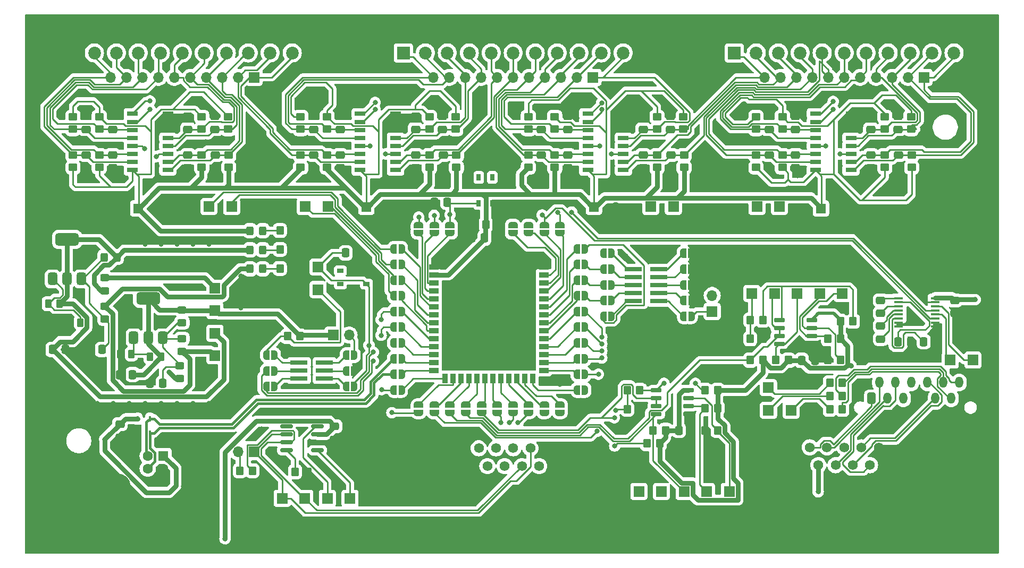
<source format=gtl>
G04 #@! TF.GenerationSoftware,KiCad,Pcbnew,8.0.8*
G04 #@! TF.CreationDate,2025-02-08T12:50:56+01:00*
G04 #@! TF.ProjectId,Overlord,4f766572-6c6f-4726-942e-6b696361645f,rev?*
G04 #@! TF.SameCoordinates,Original*
G04 #@! TF.FileFunction,Copper,L1,Top*
G04 #@! TF.FilePolarity,Positive*
%FSLAX46Y46*%
G04 Gerber Fmt 4.6, Leading zero omitted, Abs format (unit mm)*
G04 Created by KiCad (PCBNEW 8.0.8) date 2025-02-08 12:50:56*
%MOMM*%
%LPD*%
G01*
G04 APERTURE LIST*
G04 Aperture macros list*
%AMRoundRect*
0 Rectangle with rounded corners*
0 $1 Rounding radius*
0 $2 $3 $4 $5 $6 $7 $8 $9 X,Y pos of 4 corners*
0 Add a 4 corners polygon primitive as box body*
4,1,4,$2,$3,$4,$5,$6,$7,$8,$9,$2,$3,0*
0 Add four circle primitives for the rounded corners*
1,1,$1+$1,$2,$3*
1,1,$1+$1,$4,$5*
1,1,$1+$1,$6,$7*
1,1,$1+$1,$8,$9*
0 Add four rect primitives between the rounded corners*
20,1,$1+$1,$2,$3,$4,$5,0*
20,1,$1+$1,$4,$5,$6,$7,0*
20,1,$1+$1,$6,$7,$8,$9,0*
20,1,$1+$1,$8,$9,$2,$3,0*%
%AMFreePoly0*
4,1,19,0.500000,-0.750000,0.000000,-0.750000,0.000000,-0.744911,-0.071157,-0.744911,-0.207708,-0.704816,-0.327430,-0.627875,-0.420627,-0.520320,-0.479746,-0.390866,-0.500000,-0.250000,-0.500000,0.250000,-0.479746,0.390866,-0.420627,0.520320,-0.327430,0.627875,-0.207708,0.704816,-0.071157,0.744911,0.000000,0.744911,0.000000,0.750000,0.500000,0.750000,0.500000,-0.750000,0.500000,-0.750000,
$1*%
%AMFreePoly1*
4,1,19,0.000000,0.744911,0.071157,0.744911,0.207708,0.704816,0.327430,0.627875,0.420627,0.520320,0.479746,0.390866,0.500000,0.250000,0.500000,-0.250000,0.479746,-0.390866,0.420627,-0.520320,0.327430,-0.627875,0.207708,-0.704816,0.071157,-0.744911,0.000000,-0.744911,0.000000,-0.750000,-0.500000,-0.750000,-0.500000,0.750000,0.000000,0.750000,0.000000,0.744911,0.000000,0.744911,
$1*%
G04 Aperture macros list end*
G04 #@! TA.AperFunction,SMDPad,CuDef*
%ADD10RoundRect,0.250000X0.450000X-0.350000X0.450000X0.350000X-0.450000X0.350000X-0.450000X-0.350000X0*%
G04 #@! TD*
G04 #@! TA.AperFunction,SMDPad,CuDef*
%ADD11FreePoly0,180.000000*%
G04 #@! TD*
G04 #@! TA.AperFunction,SMDPad,CuDef*
%ADD12FreePoly1,180.000000*%
G04 #@! TD*
G04 #@! TA.AperFunction,ComponentPad*
%ADD13R,1.700000X1.700000*%
G04 #@! TD*
G04 #@! TA.AperFunction,SMDPad,CuDef*
%ADD14RoundRect,0.250000X0.350000X0.450000X-0.350000X0.450000X-0.350000X-0.450000X0.350000X-0.450000X0*%
G04 #@! TD*
G04 #@! TA.AperFunction,SMDPad,CuDef*
%ADD15RoundRect,0.250000X0.325000X0.450000X-0.325000X0.450000X-0.325000X-0.450000X0.325000X-0.450000X0*%
G04 #@! TD*
G04 #@! TA.AperFunction,ComponentPad*
%ADD16RoundRect,0.250000X0.400000X-0.650000X0.400000X0.650000X-0.400000X0.650000X-0.400000X-0.650000X0*%
G04 #@! TD*
G04 #@! TA.AperFunction,ComponentPad*
%ADD17O,1.300000X1.800000*%
G04 #@! TD*
G04 #@! TA.AperFunction,SMDPad,CuDef*
%ADD18RoundRect,0.250000X-0.475000X0.337500X-0.475000X-0.337500X0.475000X-0.337500X0.475000X0.337500X0*%
G04 #@! TD*
G04 #@! TA.AperFunction,SMDPad,CuDef*
%ADD19FreePoly0,270.000000*%
G04 #@! TD*
G04 #@! TA.AperFunction,SMDPad,CuDef*
%ADD20FreePoly1,270.000000*%
G04 #@! TD*
G04 #@! TA.AperFunction,SMDPad,CuDef*
%ADD21FreePoly0,90.000000*%
G04 #@! TD*
G04 #@! TA.AperFunction,SMDPad,CuDef*
%ADD22FreePoly1,90.000000*%
G04 #@! TD*
G04 #@! TA.AperFunction,SMDPad,CuDef*
%ADD23FreePoly0,0.000000*%
G04 #@! TD*
G04 #@! TA.AperFunction,SMDPad,CuDef*
%ADD24FreePoly1,0.000000*%
G04 #@! TD*
G04 #@! TA.AperFunction,SMDPad,CuDef*
%ADD25RoundRect,0.250000X0.475000X-0.337500X0.475000X0.337500X-0.475000X0.337500X-0.475000X-0.337500X0*%
G04 #@! TD*
G04 #@! TA.AperFunction,SMDPad,CuDef*
%ADD26RoundRect,0.250000X-0.350000X-0.450000X0.350000X-0.450000X0.350000X0.450000X-0.350000X0.450000X0*%
G04 #@! TD*
G04 #@! TA.AperFunction,ComponentPad*
%ADD27O,1.700000X1.700000*%
G04 #@! TD*
G04 #@! TA.AperFunction,SMDPad,CuDef*
%ADD28RoundRect,0.250000X-0.450000X0.350000X-0.450000X-0.350000X0.450000X-0.350000X0.450000X0.350000X0*%
G04 #@! TD*
G04 #@! TA.AperFunction,SMDPad,CuDef*
%ADD29RoundRect,0.250000X0.337500X0.475000X-0.337500X0.475000X-0.337500X-0.475000X0.337500X-0.475000X0*%
G04 #@! TD*
G04 #@! TA.AperFunction,SMDPad,CuDef*
%ADD30RoundRect,0.250000X-0.337500X-0.475000X0.337500X-0.475000X0.337500X0.475000X-0.337500X0.475000X0*%
G04 #@! TD*
G04 #@! TA.AperFunction,SMDPad,CuDef*
%ADD31RoundRect,0.250000X0.450000X-0.325000X0.450000X0.325000X-0.450000X0.325000X-0.450000X-0.325000X0*%
G04 #@! TD*
G04 #@! TA.AperFunction,SMDPad,CuDef*
%ADD32R,1.750000X0.800000*%
G04 #@! TD*
G04 #@! TA.AperFunction,SMDPad,CuDef*
%ADD33R,1.750000X0.700000*%
G04 #@! TD*
G04 #@! TA.AperFunction,ComponentPad*
%ADD34R,2.025000X2.025000*%
G04 #@! TD*
G04 #@! TA.AperFunction,ComponentPad*
%ADD35C,2.025000*%
G04 #@! TD*
G04 #@! TA.AperFunction,ComponentPad*
%ADD36R,1.600000X1.600000*%
G04 #@! TD*
G04 #@! TA.AperFunction,ComponentPad*
%ADD37C,1.600000*%
G04 #@! TD*
G04 #@! TA.AperFunction,SMDPad,CuDef*
%ADD38R,2.790000X0.740000*%
G04 #@! TD*
G04 #@! TA.AperFunction,ComponentPad*
%ADD39C,4.000000*%
G04 #@! TD*
G04 #@! TA.AperFunction,SMDPad,CuDef*
%ADD40RoundRect,0.250000X-0.450000X0.325000X-0.450000X-0.325000X0.450000X-0.325000X0.450000X0.325000X0*%
G04 #@! TD*
G04 #@! TA.AperFunction,SMDPad,CuDef*
%ADD41R,1.050000X0.650000*%
G04 #@! TD*
G04 #@! TA.AperFunction,SMDPad,CuDef*
%ADD42RoundRect,0.375000X0.375000X-0.625000X0.375000X0.625000X-0.375000X0.625000X-0.375000X-0.625000X0*%
G04 #@! TD*
G04 #@! TA.AperFunction,SMDPad,CuDef*
%ADD43RoundRect,0.500000X1.400000X-0.500000X1.400000X0.500000X-1.400000X0.500000X-1.400000X-0.500000X0*%
G04 #@! TD*
G04 #@! TA.AperFunction,SMDPad,CuDef*
%ADD44R,1.500000X0.900000*%
G04 #@! TD*
G04 #@! TA.AperFunction,SMDPad,CuDef*
%ADD45R,0.900000X1.500000*%
G04 #@! TD*
G04 #@! TA.AperFunction,SMDPad,CuDef*
%ADD46R,0.900000X0.900000*%
G04 #@! TD*
G04 #@! TA.AperFunction,SMDPad,CuDef*
%ADD47RoundRect,0.150000X-0.725000X-0.150000X0.725000X-0.150000X0.725000X0.150000X-0.725000X0.150000X0*%
G04 #@! TD*
G04 #@! TA.AperFunction,SMDPad,CuDef*
%ADD48R,0.650000X1.050000*%
G04 #@! TD*
G04 #@! TA.AperFunction,SMDPad,CuDef*
%ADD49R,1.475000X0.450000*%
G04 #@! TD*
G04 #@! TA.AperFunction,SMDPad,CuDef*
%ADD50RoundRect,0.250000X0.262500X0.450000X-0.262500X0.450000X-0.262500X-0.450000X0.262500X-0.450000X0*%
G04 #@! TD*
G04 #@! TA.AperFunction,ComponentPad*
%ADD51C,1.562000*%
G04 #@! TD*
G04 #@! TA.AperFunction,ComponentPad*
%ADD52C,4.877000*%
G04 #@! TD*
G04 #@! TA.AperFunction,SMDPad,CuDef*
%ADD53RoundRect,0.250000X-0.325000X-0.450000X0.325000X-0.450000X0.325000X0.450000X-0.325000X0.450000X0*%
G04 #@! TD*
G04 #@! TA.AperFunction,SMDPad,CuDef*
%ADD54RoundRect,0.150000X0.825000X0.150000X-0.825000X0.150000X-0.825000X-0.150000X0.825000X-0.150000X0*%
G04 #@! TD*
G04 #@! TA.AperFunction,SMDPad,CuDef*
%ADD55R,0.910000X0.910000*%
G04 #@! TD*
G04 #@! TA.AperFunction,SMDPad,CuDef*
%ADD56R,0.460000X0.910000*%
G04 #@! TD*
G04 #@! TA.AperFunction,ViaPad*
%ADD57C,0.800000*%
G04 #@! TD*
G04 #@! TA.AperFunction,Conductor*
%ADD58C,0.250000*%
G04 #@! TD*
G04 #@! TA.AperFunction,Conductor*
%ADD59C,0.750000*%
G04 #@! TD*
G04 #@! TA.AperFunction,Conductor*
%ADD60C,0.500000*%
G04 #@! TD*
G04 #@! TA.AperFunction,Conductor*
%ADD61C,0.450000*%
G04 #@! TD*
G04 APERTURE END LIST*
D10*
X126047349Y-49875000D03*
X126047349Y-47875000D03*
D11*
X131484999Y-63589999D03*
D12*
X130185001Y-63589999D03*
D13*
X72050000Y-69350000D03*
D10*
X94089017Y-49875000D03*
X94089017Y-47875000D03*
D14*
X155550000Y-88450000D03*
X153550000Y-88450000D03*
D15*
X63274999Y-59960000D03*
X61225001Y-59960000D03*
D16*
X160200000Y-86700000D03*
D17*
X161470000Y-84160000D03*
X162740000Y-86700000D03*
X164010000Y-84160000D03*
X165279999Y-86700000D03*
X166550000Y-84160000D03*
X167820000Y-86700000D03*
X169090000Y-84160000D03*
X170360000Y-86700000D03*
X171630000Y-84160000D03*
X172900000Y-86700000D03*
X174170000Y-84160000D03*
D10*
X141805683Y-49875001D03*
X141805683Y-47875001D03*
D18*
X40510000Y-90812500D03*
X40510000Y-92887500D03*
D19*
X88085000Y-87710000D03*
D20*
X88085000Y-89009998D03*
D15*
X63274999Y-66040000D03*
X61225001Y-66040000D03*
D11*
X131484998Y-66090000D03*
D12*
X130185000Y-66090000D03*
D21*
X103084999Y-60359997D03*
D22*
X103084999Y-59059999D03*
D23*
X113285003Y-75359997D03*
D24*
X114585001Y-75359997D03*
D25*
X39330684Y-49942500D03*
X39330684Y-47867500D03*
X75589017Y-49942500D03*
X75589017Y-47867500D03*
D19*
X105584999Y-87710000D03*
D20*
X105584999Y-89009998D03*
D14*
X70400000Y-98400000D03*
X68400000Y-98400000D03*
D26*
X67200000Y-76800000D03*
X69200000Y-76800000D03*
D13*
X134827500Y-72825000D03*
D27*
X134827500Y-70285000D03*
D23*
X113285002Y-70359999D03*
D24*
X114585000Y-70359999D03*
D23*
X76545000Y-84805000D03*
D24*
X77844998Y-84805000D03*
D10*
X109747350Y-49875001D03*
X109747350Y-47875001D03*
D28*
X73489017Y-41775000D03*
X73489017Y-43775000D03*
D29*
X42537500Y-82900000D03*
X40462500Y-82900000D03*
D10*
X33030684Y-49875001D03*
X33030684Y-47875001D03*
D13*
X133950000Y-101550000D03*
D28*
X57730683Y-41775000D03*
X57730683Y-43775000D03*
D21*
X90585000Y-60359997D03*
D22*
X90585000Y-59059999D03*
D11*
X85384998Y-65359998D03*
D12*
X84085000Y-65359998D03*
D30*
X29762500Y-78900000D03*
X31837500Y-78900000D03*
D14*
X61600001Y-98250000D03*
X59600001Y-98250000D03*
D25*
X35130684Y-43782501D03*
X35130684Y-41707501D03*
X164405682Y-43782500D03*
X164405682Y-41707500D03*
X128247350Y-49942500D03*
X128247350Y-47867500D03*
D31*
X38100000Y-69524999D03*
X38100000Y-67475001D03*
D25*
X87589017Y-43782500D03*
X87589017Y-41707500D03*
D26*
X65995000Y-59915000D03*
X67995000Y-59915000D03*
D32*
X48155683Y-50295000D03*
D33*
X48155683Y-48975000D03*
X48155683Y-47705000D03*
X48155683Y-46435000D03*
X48155683Y-45165000D03*
X48155683Y-43895000D03*
X48155683Y-42625000D03*
D32*
X48155683Y-41305000D03*
X42505683Y-41305000D03*
D33*
X42505683Y-42625000D03*
X42505683Y-43895000D03*
X42505683Y-45165000D03*
X42505683Y-46435000D03*
X42505683Y-47705000D03*
X42505683Y-48975000D03*
D32*
X42505683Y-50295000D03*
D25*
X148105683Y-43782501D03*
X148105683Y-41707501D03*
D28*
X33030684Y-41775001D03*
X33030684Y-43775001D03*
D13*
X55650000Y-76300000D03*
D25*
X123847349Y-43782500D03*
X123847349Y-41707500D03*
X107647350Y-49942501D03*
X107647350Y-47867501D03*
D10*
X146005682Y-49875001D03*
X146005682Y-47875001D03*
D25*
X91889017Y-43782500D03*
X91889017Y-41707500D03*
D13*
X148350000Y-69950000D03*
D19*
X98085005Y-87710000D03*
D20*
X98085005Y-89009998D03*
D18*
X161650000Y-71062500D03*
X161650000Y-73137500D03*
D26*
X140875000Y-74220000D03*
X142875000Y-74220000D03*
D34*
X85650000Y-31600000D03*
D35*
X89150000Y-31600000D03*
X92650000Y-31600000D03*
X96150000Y-31600000D03*
X99650000Y-31600000D03*
X103150000Y-31600000D03*
X106650000Y-31600000D03*
X110150000Y-31600000D03*
X113650000Y-31600000D03*
X117150000Y-31600000D03*
X120650000Y-31600000D03*
D18*
X173450000Y-71062500D03*
X173450000Y-73137500D03*
D10*
X105547350Y-49875001D03*
X105547350Y-47875001D03*
D13*
X73650000Y-56100000D03*
D30*
X149094166Y-80630000D03*
X151169166Y-80630000D03*
D25*
X107647350Y-43782501D03*
X107647350Y-41707501D03*
D23*
X113285002Y-82859998D03*
D24*
X114585000Y-82859998D03*
D23*
X63845000Y-84805000D03*
D24*
X65144998Y-84805000D03*
D28*
X130247349Y-41775000D03*
X130247349Y-43775000D03*
D13*
X73550000Y-102650000D03*
D14*
X135700000Y-91800000D03*
X133700000Y-91800000D03*
D13*
X126750000Y-101550000D03*
X115850000Y-35500000D03*
D27*
X113310000Y-35500000D03*
X110770001Y-35500000D03*
X108230000Y-35500000D03*
X105690000Y-35500000D03*
X103150000Y-35500000D03*
X100610000Y-35500000D03*
X98069999Y-35500000D03*
X95530000Y-35500000D03*
X92990000Y-35500000D03*
X90450000Y-35500000D03*
D23*
X113285002Y-85359998D03*
D24*
X114585000Y-85359998D03*
D30*
X96475000Y-61100000D03*
X98550000Y-61100000D03*
D29*
X47337500Y-84300000D03*
X45262500Y-84300000D03*
D23*
X76545000Y-79805000D03*
D24*
X77844998Y-79805000D03*
D11*
X85385000Y-85359998D03*
D12*
X84085002Y-85359998D03*
D25*
X75589017Y-43782500D03*
X75589017Y-41707500D03*
D11*
X131484998Y-68590000D03*
D12*
X130185000Y-68590000D03*
D36*
X79750000Y-56150000D03*
D37*
X83250000Y-56150000D03*
D38*
X69030000Y-81000000D03*
X73100000Y-81000000D03*
X69030000Y-82270000D03*
X73100000Y-82270000D03*
X69030000Y-83540000D03*
X73100000Y-83540000D03*
D23*
X113285003Y-80359997D03*
D24*
X114585001Y-80359997D03*
D13*
X61875000Y-35500000D03*
D27*
X59335000Y-35500000D03*
X56795001Y-35500000D03*
X54255000Y-35500000D03*
X51715000Y-35500000D03*
X49175000Y-35500000D03*
X46635000Y-35500000D03*
X44094999Y-35500000D03*
X41555000Y-35500000D03*
X39015000Y-35500000D03*
D32*
X120672349Y-50295000D03*
D33*
X120672349Y-48975000D03*
X120672349Y-47705000D03*
X120672349Y-46435000D03*
X120672349Y-45165000D03*
X120672349Y-43895000D03*
X120672349Y-42625000D03*
D32*
X120672349Y-41305000D03*
X115022349Y-41305000D03*
D33*
X115022349Y-42625000D03*
X115022349Y-43895000D03*
X115022349Y-45165000D03*
X115022349Y-46435000D03*
X115022349Y-47705000D03*
X115022349Y-48975000D03*
D32*
X115022349Y-50295000D03*
D13*
X155550000Y-69950000D03*
D14*
X135700000Y-88300000D03*
X133700000Y-88300000D03*
D11*
X85384998Y-77859997D03*
D12*
X84085000Y-77859997D03*
D13*
X55650000Y-72700000D03*
D10*
X37230684Y-49875001D03*
X37230684Y-47875001D03*
D19*
X103084999Y-87710000D03*
D20*
X103084999Y-89009998D03*
D28*
X93989017Y-41775000D03*
X93989017Y-43775000D03*
D29*
X170587500Y-77650000D03*
X168512500Y-77650000D03*
D25*
X160105682Y-49942500D03*
X160105682Y-47867500D03*
X35130684Y-49942501D03*
X35130684Y-47867501D03*
D13*
X176350000Y-80600000D03*
D32*
X156930683Y-50295000D03*
D33*
X156930683Y-48975000D03*
X156930683Y-47705000D03*
X156930683Y-46435000D03*
X156930683Y-45165000D03*
X156930683Y-43895000D03*
X156930683Y-42625000D03*
D32*
X156930683Y-41305000D03*
X151280683Y-41305000D03*
D33*
X151280683Y-42625000D03*
X151280683Y-43895000D03*
X151280683Y-45165000D03*
X151280683Y-46435000D03*
X151280683Y-47705000D03*
X151280683Y-48975000D03*
D32*
X151280683Y-50295000D03*
D14*
X155275000Y-80600000D03*
X153275000Y-80600000D03*
D10*
X89789017Y-49875000D03*
X89789017Y-47875000D03*
D13*
X123150000Y-101550000D03*
X141150000Y-69950000D03*
X172749999Y-80600000D03*
X147400000Y-88600000D03*
D10*
X130347350Y-49875000D03*
X130347350Y-47875000D03*
D23*
X113285003Y-77859997D03*
D24*
X114585001Y-77859997D03*
D28*
X53530684Y-41775000D03*
X53530684Y-43775000D03*
X162305682Y-41775000D03*
X162305682Y-43775000D03*
D36*
X43450000Y-56400000D03*
D37*
X46950000Y-56400000D03*
D13*
X58300000Y-56100000D03*
D36*
X47450000Y-95890000D03*
D37*
X44950000Y-95890000D03*
X44950000Y-97890000D03*
X47450000Y-97890000D03*
D39*
X52200000Y-100750000D03*
X40200000Y-100750000D03*
D11*
X118784997Y-73590000D03*
D12*
X117484999Y-73590000D03*
D21*
X110585002Y-60359997D03*
D22*
X110585002Y-59059999D03*
D11*
X85384998Y-72859997D03*
D12*
X84085000Y-72859997D03*
D13*
X66350000Y-102650000D03*
D10*
X166605683Y-49875000D03*
X166605683Y-47875000D03*
D40*
X50400000Y-77147501D03*
X50400000Y-79197499D03*
D21*
X108085002Y-60359997D03*
D22*
X108085002Y-59059999D03*
D41*
X75625000Y-66325000D03*
X79775000Y-66325000D03*
X75625000Y-68475000D03*
X79775000Y-68475000D03*
D42*
X29800000Y-67650000D03*
X32100000Y-67650000D03*
D43*
X32100000Y-61350000D03*
D42*
X34400000Y-67650000D03*
D29*
X37637500Y-78900000D03*
X35562500Y-78900000D03*
D28*
X109747350Y-41775001D03*
X109747350Y-43775001D03*
D25*
X164505683Y-49942500D03*
X164505683Y-47867500D03*
D18*
X74700000Y-91162500D03*
X74700000Y-93237500D03*
D26*
X65995000Y-65995000D03*
X67995000Y-65995000D03*
D14*
X155275000Y-77200000D03*
X153275000Y-77200000D03*
D19*
X108085002Y-87710000D03*
D20*
X108085002Y-89009998D03*
D25*
X111847350Y-43782502D03*
X111847350Y-41707502D03*
D28*
X126047349Y-41775001D03*
X126047349Y-43775001D03*
D13*
X137550000Y-101550000D03*
D36*
X115997349Y-56150000D03*
D37*
X119497349Y-56150000D03*
D14*
X123300000Y-88400000D03*
X121300000Y-88400000D03*
X155550000Y-86350000D03*
X153550000Y-86350000D03*
D10*
X53530683Y-49875000D03*
X53530683Y-47875000D03*
D13*
X130350000Y-101550000D03*
D21*
X105585000Y-60359999D03*
D22*
X105585000Y-59060001D03*
D25*
X55730684Y-49942500D03*
X55730684Y-47867500D03*
X71389017Y-43782500D03*
X71389017Y-41707500D03*
D23*
X63845000Y-82305000D03*
D24*
X65144998Y-82305000D03*
D13*
X55650000Y-79900000D03*
D44*
X90500004Y-65749998D03*
X90500004Y-67019998D03*
X90500004Y-68289998D03*
X90500004Y-69559998D03*
X90500004Y-70829998D03*
X90500004Y-72099998D03*
X90500004Y-73369998D03*
X90500004Y-74639998D03*
X90500004Y-75909998D03*
X90500004Y-77179998D03*
X90500004Y-78449998D03*
X90500004Y-79719998D03*
X90500004Y-80989998D03*
X90500004Y-82259998D03*
D45*
X92265005Y-83509998D03*
X93535004Y-83509998D03*
X94805004Y-83509998D03*
X96075004Y-83509997D03*
X97345004Y-83509998D03*
X98615004Y-83509998D03*
X99885004Y-83509998D03*
X101155004Y-83509998D03*
X102425004Y-83509997D03*
X103695004Y-83509998D03*
X104965004Y-83509998D03*
X106235003Y-83509998D03*
D44*
X108000004Y-82259998D03*
X108000004Y-80989998D03*
X108000004Y-79719998D03*
X108000004Y-78449998D03*
X108000004Y-77179998D03*
X108000004Y-75909998D03*
X108000004Y-74639998D03*
X108000004Y-73369998D03*
X108000004Y-72099998D03*
X108000004Y-70829998D03*
X108000004Y-69559998D03*
X108000004Y-68289998D03*
X108000004Y-67019998D03*
X108000004Y-65749998D03*
D46*
X96350004Y-72069998D03*
X96350004Y-73469998D03*
X96350004Y-74869998D03*
X97750004Y-72069998D03*
X97750004Y-73469998D03*
X97750004Y-74869998D03*
X99150004Y-72069998D03*
X99150004Y-73469998D03*
X99150004Y-74869998D03*
D47*
X145525000Y-74195000D03*
X145525000Y-75465000D03*
X145525000Y-76735000D03*
X145525000Y-78005000D03*
X150675000Y-78005000D03*
X150675000Y-76735000D03*
X150675000Y-75465000D03*
X150675000Y-74195000D03*
D13*
X151950000Y-69950000D03*
D14*
X135700000Y-85420000D03*
X133700000Y-85420000D03*
D23*
X113285002Y-72859999D03*
D24*
X114585000Y-72859999D03*
D25*
X55630683Y-43782500D03*
X55630683Y-41707500D03*
D30*
X129519166Y-91800000D03*
X131594166Y-91800000D03*
D11*
X85384998Y-80359997D03*
D12*
X84085000Y-80359997D03*
D25*
X143905683Y-49942501D03*
X143905683Y-47867501D03*
D14*
X127413333Y-91800000D03*
X125413333Y-91800000D03*
D26*
X65995000Y-62955000D03*
X67995000Y-62955000D03*
D14*
X126450000Y-93900000D03*
X124450000Y-93900000D03*
D10*
X73489018Y-49875000D03*
X73489018Y-47875000D03*
D13*
X77149999Y-102650000D03*
D48*
X99800000Y-51450000D03*
X99800000Y-55600000D03*
X97650000Y-51450000D03*
X97650000Y-55600000D03*
D49*
X164512000Y-70725000D03*
X164512000Y-71375000D03*
X164512000Y-72025000D03*
X164512000Y-72675000D03*
X164512000Y-73325000D03*
X164512000Y-73975000D03*
X164512000Y-74625000D03*
X164512000Y-75275000D03*
X170388000Y-75275000D03*
X170388000Y-74625000D03*
X170388000Y-73975000D03*
X170388000Y-73325000D03*
X170388000Y-72675000D03*
X170388000Y-72025000D03*
X170388000Y-71375000D03*
X170388000Y-70725000D03*
D13*
X54700000Y-56100000D03*
X128650000Y-56100000D03*
D25*
X128147349Y-43782500D03*
X128147349Y-41707500D03*
D11*
X85385000Y-67859999D03*
D12*
X84085002Y-67859999D03*
D30*
X76462500Y-63500000D03*
X78537500Y-63500000D03*
D13*
X70050000Y-56100000D03*
D23*
X63845000Y-79805000D03*
D24*
X65144998Y-79805000D03*
D29*
X92637500Y-55400000D03*
X90562500Y-55400000D03*
D25*
X71389017Y-49942500D03*
X71389017Y-47867500D03*
D13*
X74470001Y-76605000D03*
D27*
X77010001Y-76605000D03*
D13*
X69950001Y-102650000D03*
D25*
X148105683Y-49942501D03*
X148105683Y-47867501D03*
X123847349Y-49942500D03*
X123847349Y-47867500D03*
X143905683Y-43782501D03*
X143905683Y-41707501D03*
D50*
X30912500Y-71600000D03*
X29087500Y-71600000D03*
D28*
X105547350Y-41775001D03*
X105547350Y-43775001D03*
D30*
X98762500Y-59000000D03*
X100837500Y-59000000D03*
D21*
X93085003Y-60359997D03*
D22*
X93085003Y-59059999D03*
D38*
X126335000Y-71190000D03*
X122265000Y-71190000D03*
X126335000Y-69920000D03*
X122265000Y-69920000D03*
X126335000Y-68650000D03*
X122265000Y-68650000D03*
X126335000Y-67380000D03*
X122265000Y-67380000D03*
X126335000Y-66110000D03*
X122265000Y-66110000D03*
D28*
X89789017Y-41775001D03*
X89789017Y-43775001D03*
D11*
X131534996Y-73590000D03*
D12*
X130234998Y-73590000D03*
D13*
X168550000Y-35500000D03*
D27*
X166010000Y-35500000D03*
X163470001Y-35500000D03*
X160930000Y-35500000D03*
X158390000Y-35500000D03*
X155850000Y-35500000D03*
X153310000Y-35500000D03*
X150769999Y-35500000D03*
X148230000Y-35500000D03*
X145690000Y-35500000D03*
X143150000Y-35500000D03*
D11*
X85384998Y-62859998D03*
D12*
X84085000Y-62859998D03*
D26*
X121300000Y-85420000D03*
X123300000Y-85420000D03*
D32*
X84414016Y-50295000D03*
D33*
X84414016Y-48975000D03*
X84414016Y-47705000D03*
X84414016Y-46435000D03*
X84414016Y-45165000D03*
X84414016Y-43895000D03*
X84414016Y-42625000D03*
D32*
X84414016Y-41305000D03*
X78764016Y-41305000D03*
D33*
X78764016Y-42625000D03*
X78764016Y-43895000D03*
X78764016Y-45165000D03*
X78764016Y-46435000D03*
X78764016Y-47705000D03*
X78764016Y-48975000D03*
D32*
X78764016Y-50295000D03*
D15*
X63274999Y-63000000D03*
X61225001Y-63000000D03*
D19*
X95585003Y-87710000D03*
D20*
X95585003Y-89009998D03*
D51*
X161336000Y-94506000D03*
X158593000Y-94506000D03*
X155850000Y-94506000D03*
X153107000Y-94506000D03*
X150364000Y-94506000D03*
X159965000Y-97351000D03*
X157222000Y-97351000D03*
X154478000Y-97351000D03*
X151735000Y-97351000D03*
D52*
X168347000Y-95929000D03*
X143353000Y-95929000D03*
D25*
X51330683Y-49942500D03*
X51330683Y-47867500D03*
X39330684Y-43782502D03*
X39330684Y-41707502D03*
D19*
X110585002Y-87710000D03*
D20*
X110585002Y-89009998D03*
D10*
X162305682Y-49875000D03*
X162305682Y-47875000D03*
D34*
X138350000Y-31600000D03*
D35*
X141850000Y-31600000D03*
X145350000Y-31600000D03*
X148850000Y-31600000D03*
X152350000Y-31600000D03*
X155850000Y-31600000D03*
X159350000Y-31600000D03*
X162850000Y-31600000D03*
X166350000Y-31600000D03*
X169850000Y-31600000D03*
X173350000Y-31600000D03*
D53*
X37975001Y-64200000D03*
X40024999Y-64200000D03*
D47*
X125925000Y-85395000D03*
X125925000Y-86665000D03*
X125925000Y-87935000D03*
X125925000Y-89205000D03*
X131075000Y-89205000D03*
X131075000Y-87935000D03*
X131075000Y-86665000D03*
X131075000Y-85395000D03*
D11*
X85385000Y-70359995D03*
D12*
X84085002Y-70359995D03*
D19*
X90585000Y-87710000D03*
D20*
X90585000Y-89009998D03*
D31*
X50400000Y-74624999D03*
X50400000Y-72575001D03*
D11*
X85385000Y-82859998D03*
D12*
X84085002Y-82859998D03*
D29*
X166487500Y-77650000D03*
X164412500Y-77650000D03*
D13*
X145550000Y-56100000D03*
D28*
X146005683Y-41775001D03*
X146005683Y-43775001D03*
D26*
X155250000Y-74400000D03*
X157250000Y-74400000D03*
D25*
X51330683Y-43782500D03*
X51330683Y-41707500D03*
D50*
X34212500Y-74600000D03*
X32387500Y-74600000D03*
D28*
X69289017Y-41775001D03*
X69289017Y-43775001D03*
D14*
X146988333Y-80600000D03*
X144988333Y-80600000D03*
D34*
X32950000Y-31600000D03*
D35*
X36450000Y-31600000D03*
X39950000Y-31600000D03*
X43450000Y-31600000D03*
X46950000Y-31600000D03*
X50450000Y-31600000D03*
X53950000Y-31600000D03*
X57450000Y-31600000D03*
X60950000Y-31600000D03*
X64450000Y-31600000D03*
X67950000Y-31600000D03*
D36*
X152150000Y-56400000D03*
D37*
X155650000Y-56400000D03*
D14*
X142875000Y-80600000D03*
X140875000Y-80600000D03*
D13*
X141950000Y-56100000D03*
D23*
X113285000Y-62859998D03*
D24*
X114584998Y-62859998D03*
D25*
X87589017Y-49942500D03*
X87589017Y-47867500D03*
D10*
X57830684Y-49875000D03*
X57830684Y-47875000D03*
D14*
X155550000Y-84250000D03*
X153550000Y-84250000D03*
D25*
X111847350Y-49942500D03*
X111847350Y-47867500D03*
D40*
X50050000Y-81475001D03*
X50050000Y-83524999D03*
D13*
X72050000Y-65750000D03*
D11*
X118784998Y-71090000D03*
D12*
X117485000Y-71090000D03*
D13*
X144750000Y-69950000D03*
D19*
X100585005Y-87710000D03*
D20*
X100585005Y-89009998D03*
D23*
X113285000Y-65359998D03*
D24*
X114584998Y-65359998D03*
D25*
X160105682Y-43782500D03*
X160105682Y-41707500D03*
D13*
X125050001Y-56100000D03*
D23*
X113285002Y-67859999D03*
D24*
X114585000Y-67859999D03*
D31*
X38100000Y-74024999D03*
X38100000Y-71975001D03*
D50*
X47112500Y-80100000D03*
X45287500Y-80100000D03*
D11*
X118784999Y-63589999D03*
D12*
X117485001Y-63589999D03*
D28*
X37230684Y-41775001D03*
X37230684Y-43775001D03*
D11*
X85384998Y-75359997D03*
D12*
X84085000Y-75359997D03*
D21*
X88085000Y-60359997D03*
D22*
X88085000Y-59059999D03*
D13*
X52050000Y-65500000D03*
D23*
X76545000Y-82305000D03*
D24*
X77844998Y-82305000D03*
D54*
X71975000Y-94975000D03*
X71975000Y-93705000D03*
X71975000Y-92435000D03*
X71975000Y-91165000D03*
X67025000Y-91165000D03*
X67025000Y-92435000D03*
X67025000Y-93705000D03*
X67025000Y-94975000D03*
D13*
X143800000Y-88600000D03*
D28*
X141805683Y-41775002D03*
X141805683Y-43775002D03*
D51*
X108636000Y-94655000D03*
X105893000Y-94655000D03*
X103150000Y-94655000D03*
X100407000Y-94655000D03*
X97664000Y-94655000D03*
X107265000Y-97500000D03*
X104522000Y-97500000D03*
X101778000Y-97500000D03*
X99035000Y-97500000D03*
D52*
X115647000Y-96078000D03*
X90653000Y-96078000D03*
D11*
X118784998Y-66090000D03*
D12*
X117485000Y-66090000D03*
D13*
X143800000Y-85000000D03*
D28*
X166505682Y-41775000D03*
X166505682Y-43775000D03*
D13*
X61875000Y-95250000D03*
D27*
X59335000Y-95250000D03*
D19*
X93085003Y-87710000D03*
D20*
X93085003Y-89009998D03*
D11*
X131534998Y-71090000D03*
D12*
X130235000Y-71090000D03*
D25*
X161650000Y-77237500D03*
X161650000Y-75162500D03*
D13*
X55650000Y-69100000D03*
D42*
X42700000Y-77049999D03*
X45000000Y-77049999D03*
D43*
X45000000Y-70749999D03*
D42*
X47300000Y-77049999D03*
D25*
X91989017Y-49942500D03*
X91989017Y-47867500D03*
D55*
X43540000Y-92250000D03*
D56*
X45260000Y-92250000D03*
X45260000Y-89950000D03*
X43340000Y-89950000D03*
D10*
X69289017Y-49875000D03*
X69289017Y-47875000D03*
D50*
X42362500Y-79600000D03*
X40537500Y-79600000D03*
D11*
X118784998Y-68590000D03*
D12*
X117485000Y-68590000D03*
D14*
X142875000Y-77200000D03*
X140875000Y-77200000D03*
D57*
X42800000Y-74500000D03*
X26760000Y-67220000D03*
X34380000Y-26580000D03*
X54700000Y-62140000D03*
X63100000Y-91600000D03*
X82640000Y-110400000D03*
X59780000Y-67220000D03*
X29300000Y-26580000D03*
X179160000Y-82460000D03*
X121100000Y-96450000D03*
X34380000Y-87540000D03*
X59400000Y-51600000D03*
X143600000Y-26580000D03*
X85950000Y-42350000D03*
X179160000Y-57060000D03*
X160500000Y-56300000D03*
X102960000Y-110400000D03*
X26760000Y-79920000D03*
X179160000Y-69760000D03*
X56800000Y-65000000D03*
X158900000Y-84550000D03*
X54700000Y-26580000D03*
X59780000Y-79920000D03*
X113700000Y-38950000D03*
X105500000Y-110400000D03*
X148680000Y-26580000D03*
X59780000Y-87540000D03*
X44540000Y-26580000D03*
X85180000Y-110400000D03*
X72700000Y-74850000D03*
X35350000Y-81450000D03*
X125820000Y-110400000D03*
X135980000Y-110400000D03*
X179160000Y-79920000D03*
X75020000Y-26580000D03*
X95000000Y-57100000D03*
X141060000Y-26580000D03*
X142750000Y-59900000D03*
X110250000Y-102300000D03*
X39460000Y-87540000D03*
X130900000Y-110400000D03*
X82640000Y-26580000D03*
X85180000Y-26580000D03*
X179160000Y-26580000D03*
X49620000Y-110400000D03*
X133440000Y-110400000D03*
X103550000Y-41650000D03*
X118200000Y-110400000D03*
X26760000Y-92620000D03*
X52160000Y-110400000D03*
X72400000Y-39000000D03*
X105500000Y-26580000D03*
X64860000Y-26580000D03*
X90260000Y-26580000D03*
X179160000Y-105320000D03*
X158900000Y-51150000D03*
X128550000Y-73700000D03*
X74200000Y-99000000D03*
X59780000Y-77380000D03*
X26760000Y-97700000D03*
X179160000Y-90080000D03*
X135150000Y-95950000D03*
X119900000Y-78000000D03*
X120740000Y-26580000D03*
X26760000Y-105320000D03*
X26760000Y-110400000D03*
X26760000Y-64680000D03*
X62320000Y-110400000D03*
X125820000Y-26580000D03*
X113120000Y-110400000D03*
X163920000Y-110400000D03*
X80100000Y-26580000D03*
X59780000Y-26580000D03*
X92050000Y-65300000D03*
X97880000Y-26580000D03*
X58700000Y-101250000D03*
X155300000Y-72400000D03*
X42000000Y-59600000D03*
X34100000Y-40400000D03*
X63250000Y-98400000D03*
X26760000Y-90080000D03*
X136400000Y-64300000D03*
X34380000Y-110400000D03*
X123280000Y-110400000D03*
X40450000Y-51850000D03*
X49620000Y-62140000D03*
X47080000Y-110400000D03*
X179160000Y-31660000D03*
X59780000Y-82460000D03*
X26760000Y-82460000D03*
X57240000Y-87540000D03*
X36050000Y-51800000D03*
X152250000Y-79100000D03*
X49950000Y-50950000D03*
X26760000Y-29120000D03*
X59780000Y-74840000D03*
X179160000Y-85000000D03*
X148800000Y-106700000D03*
X95340000Y-110400000D03*
X68800000Y-105550000D03*
X26760000Y-102780000D03*
X137450000Y-88250000D03*
X101150000Y-106050000D03*
X176620000Y-110400000D03*
X44540000Y-110400000D03*
X67400000Y-26580000D03*
X102960000Y-26580000D03*
X52800000Y-76000000D03*
X39460000Y-26580000D03*
X87550000Y-37150000D03*
X171540000Y-110400000D03*
X179160000Y-97700000D03*
X31840000Y-110400000D03*
X179160000Y-34200000D03*
X54200000Y-45800000D03*
X121050000Y-64000000D03*
X26760000Y-49440000D03*
X135980000Y-26580000D03*
X54850000Y-51750000D03*
X179160000Y-107860000D03*
X69350000Y-91800000D03*
X26760000Y-74840000D03*
X26760000Y-62140000D03*
X174080000Y-26580000D03*
X118900000Y-37150000D03*
X118200000Y-26580000D03*
X128360000Y-110400000D03*
X61900000Y-38050000D03*
X146140000Y-26580000D03*
X169000000Y-110400000D03*
X26760000Y-34200000D03*
X26760000Y-100240000D03*
X59780000Y-110400000D03*
X26760000Y-31660000D03*
X179160000Y-95160000D03*
X36920000Y-57060000D03*
X26760000Y-41820000D03*
X148500000Y-95950000D03*
X110550000Y-84500000D03*
X126950000Y-38850000D03*
X115660000Y-26580000D03*
X167500000Y-67650000D03*
X34150000Y-45850000D03*
X26760000Y-46900000D03*
X80100000Y-110400000D03*
X130900000Y-26580000D03*
X100420000Y-26580000D03*
X34380000Y-57060000D03*
X42000000Y-26580000D03*
X92700000Y-68850000D03*
X137100000Y-51000000D03*
X62320000Y-26580000D03*
X106050000Y-81550000D03*
X179160000Y-67220000D03*
X26760000Y-77380000D03*
X29300000Y-87540000D03*
X124850000Y-45950000D03*
X161380000Y-110400000D03*
X99800000Y-48650000D03*
X69940000Y-110400000D03*
X166700000Y-74300000D03*
X26760000Y-51980000D03*
X34300000Y-64850000D03*
X63350000Y-88800000D03*
X59780000Y-69760000D03*
X26760000Y-69760000D03*
X151220000Y-26580000D03*
X36920000Y-87540000D03*
X31840000Y-87540000D03*
X90650000Y-106500000D03*
X69940000Y-26580000D03*
X179160000Y-102780000D03*
X120740000Y-110400000D03*
X90260000Y-110400000D03*
X91100000Y-52800000D03*
X26760000Y-54520000D03*
X77500000Y-38200000D03*
X82950000Y-90450000D03*
X78200000Y-52500000D03*
X148450000Y-51150000D03*
X179160000Y-39280000D03*
X92300000Y-81550000D03*
X26760000Y-59600000D03*
X155450000Y-43450000D03*
X26760000Y-72300000D03*
X137900000Y-82700000D03*
X39460000Y-110400000D03*
X81900000Y-87200000D03*
X179160000Y-49440000D03*
X76150000Y-60450000D03*
X144700000Y-51150000D03*
X72480000Y-26580000D03*
X121000000Y-91450000D03*
X52160000Y-26580000D03*
X146140000Y-110400000D03*
X77560000Y-110400000D03*
X122150000Y-38750000D03*
X179160000Y-64680000D03*
X161380000Y-26580000D03*
X26760000Y-107860000D03*
X166850000Y-45700000D03*
X110580000Y-110400000D03*
X75020000Y-110400000D03*
X90850000Y-39100000D03*
X127400000Y-52850000D03*
X106050000Y-45600000D03*
X47080000Y-62140000D03*
X31840000Y-26580000D03*
X158700000Y-100350000D03*
X179160000Y-51980000D03*
X110580000Y-26580000D03*
X49550000Y-38400000D03*
X61000000Y-42050000D03*
X138520000Y-26580000D03*
X179160000Y-110400000D03*
X175800000Y-86550000D03*
X159050000Y-80450000D03*
X137300000Y-56100000D03*
X170650000Y-37100000D03*
X158840000Y-110400000D03*
X44540000Y-87540000D03*
X179160000Y-36740000D03*
X157700000Y-38050000D03*
X57240000Y-110400000D03*
X46950000Y-74750000D03*
X138520000Y-110400000D03*
X26760000Y-26580000D03*
X171540000Y-26580000D03*
X179160000Y-72300000D03*
X156300000Y-110400000D03*
X29300000Y-110400000D03*
X113120000Y-26580000D03*
X139250000Y-45650000D03*
X70350000Y-51850000D03*
X32100000Y-105650000D03*
X47080000Y-87540000D03*
X153760000Y-110400000D03*
X96900000Y-101150000D03*
X31840000Y-57060000D03*
X169000000Y-26580000D03*
X54700000Y-87540000D03*
X92800000Y-110400000D03*
X126500000Y-63250000D03*
X163300000Y-39500000D03*
X92800000Y-26580000D03*
X54700000Y-110400000D03*
X70950000Y-100200000D03*
X141060000Y-110400000D03*
X70250000Y-79750000D03*
X130350000Y-46000000D03*
X147750000Y-83900000D03*
X26760000Y-85000000D03*
X64860000Y-110400000D03*
X59780000Y-85000000D03*
X179160000Y-46900000D03*
X100420000Y-110400000D03*
X77400000Y-72450000D03*
X179160000Y-44360000D03*
X166460000Y-110400000D03*
X179160000Y-62140000D03*
X36920000Y-110400000D03*
X179160000Y-74840000D03*
X128360000Y-26580000D03*
X179160000Y-59600000D03*
X52450000Y-56550000D03*
X29300000Y-57060000D03*
X49620000Y-26580000D03*
X52160000Y-62140000D03*
X175100000Y-91900000D03*
X142150000Y-100300000D03*
X127950000Y-89700000D03*
X54550000Y-83850000D03*
X148680000Y-110400000D03*
X44540000Y-62140000D03*
X149500000Y-41850000D03*
X106500000Y-52150000D03*
X179160000Y-87540000D03*
X67400000Y-110400000D03*
X97880000Y-110400000D03*
X147350000Y-60000000D03*
X49620000Y-87540000D03*
X179160000Y-41820000D03*
X33750000Y-69900000D03*
X52300000Y-39100000D03*
X176620000Y-26580000D03*
X95340000Y-26580000D03*
X49650000Y-42200000D03*
X172200000Y-106500000D03*
X26760000Y-95160000D03*
X174080000Y-110400000D03*
X50950000Y-69000000D03*
X179160000Y-77380000D03*
X47080000Y-26580000D03*
X160000000Y-91650000D03*
X163400000Y-53550000D03*
X66500000Y-97800000D03*
X163920000Y-26580000D03*
X116350000Y-105750000D03*
X153760000Y-26580000D03*
X115660000Y-110400000D03*
X26760000Y-44360000D03*
X87720000Y-26580000D03*
X147300000Y-103350000D03*
X179160000Y-29120000D03*
X39460000Y-57060000D03*
X26760000Y-57060000D03*
X68100000Y-55400000D03*
X42000000Y-87540000D03*
X166460000Y-26580000D03*
X129900000Y-95850000D03*
X108040000Y-110400000D03*
X67350000Y-49300000D03*
X125700000Y-59800000D03*
X114050000Y-52450000D03*
X143600000Y-110400000D03*
X168600000Y-49250000D03*
X57240000Y-26580000D03*
X77560000Y-26580000D03*
X123280000Y-26580000D03*
X179160000Y-92620000D03*
X94150000Y-37150000D03*
X175250000Y-103450000D03*
X139150000Y-41700000D03*
X179160000Y-54520000D03*
X59780000Y-72300000D03*
X179160000Y-100240000D03*
X156300000Y-26580000D03*
X26760000Y-87540000D03*
X26760000Y-39280000D03*
X69550000Y-45600000D03*
X85350000Y-52600000D03*
X52160000Y-87540000D03*
X72480000Y-110400000D03*
X42750000Y-91250000D03*
X108040000Y-26580000D03*
X175400000Y-75450000D03*
X167500000Y-38750000D03*
X133440000Y-26580000D03*
X76250000Y-97150000D03*
X87720000Y-110400000D03*
X36920000Y-26580000D03*
X96900000Y-42800000D03*
X42000000Y-110400000D03*
X151220000Y-110400000D03*
X158840000Y-26580000D03*
X119000000Y-53050000D03*
X105850000Y-65450000D03*
X81850000Y-68900000D03*
X26760000Y-36740000D03*
X151700000Y-101600000D03*
X156950000Y-81500000D03*
X82805000Y-47705000D03*
X45300000Y-39250000D03*
X81150000Y-39500000D03*
X154100000Y-39350000D03*
X117250000Y-39550000D03*
X83825000Y-88975000D03*
X80385000Y-46435000D03*
X154100000Y-40600000D03*
X117250000Y-40600000D03*
X82200000Y-85300000D03*
X45300000Y-40600000D03*
X81150000Y-40600000D03*
X117250000Y-78046668D03*
X118805000Y-47705000D03*
X117250000Y-76943336D03*
X116885000Y-46435000D03*
X90550000Y-57500000D03*
X88100000Y-57800000D03*
X176700000Y-70950000D03*
X57250000Y-109100000D03*
X119450000Y-88600000D03*
X116500000Y-91950000D03*
X119300000Y-94300000D03*
X119250000Y-89795089D03*
X155155000Y-47705000D03*
X117250000Y-80253333D03*
X152935000Y-46435000D03*
X117250000Y-79150000D03*
X46300000Y-48150000D03*
X44450000Y-46900000D03*
X101175000Y-90600000D03*
X103925000Y-90600000D03*
X102550000Y-90600000D03*
X82104998Y-76640003D03*
X82100000Y-74150000D03*
X80850000Y-79329997D03*
X112450000Y-57000000D03*
X110200000Y-57050000D03*
X80850000Y-80750000D03*
X107750000Y-57450000D03*
X93085003Y-57400000D03*
X80175000Y-78250000D03*
X116709998Y-82859998D03*
X127150000Y-84300000D03*
X132150000Y-84300000D03*
X38100000Y-93250000D03*
X48350000Y-82550000D03*
D58*
X162762500Y-72025000D02*
X164512000Y-72025000D01*
X161650000Y-73137500D02*
X162762500Y-72025000D01*
X161987500Y-70725000D02*
X164512000Y-70725000D01*
X161650000Y-71062500D02*
X161987500Y-70725000D01*
X170388000Y-71375000D02*
X168975000Y-71375000D01*
X168975000Y-71375000D02*
X168450000Y-70850000D01*
D59*
X61225001Y-66040000D02*
X59651852Y-66040000D01*
X38100000Y-71975001D02*
X39325000Y-73200001D01*
X39325000Y-73200001D02*
X39325000Y-83775000D01*
X51625000Y-84525000D02*
X51625000Y-80422499D01*
X54947499Y-79197499D02*
X55650000Y-79900000D01*
X46831840Y-69224999D02*
X40850002Y-69224999D01*
X59651852Y-66040000D02*
X57025000Y-68666852D01*
X50400000Y-79197499D02*
X54947499Y-79197499D01*
X40850002Y-69224999D02*
X38100000Y-71975001D01*
X48081841Y-70475000D02*
X46831840Y-69224999D01*
X56825000Y-70475000D02*
X48081841Y-70475000D01*
X151700000Y-101600000D02*
X151700000Y-97386000D01*
X50600000Y-85550000D02*
X51625000Y-84525000D01*
X151700000Y-97386000D02*
X151735000Y-97351000D01*
X57025000Y-70275000D02*
X56825000Y-70475000D01*
X41100000Y-85550000D02*
X50600000Y-85550000D01*
X57025000Y-68666852D02*
X57025000Y-70275000D01*
X51625000Y-80422499D02*
X50400000Y-79197499D01*
X39325000Y-83775000D02*
X41100000Y-85550000D01*
X126450000Y-96700000D02*
X129925000Y-100175000D01*
X136825000Y-91022056D02*
X135750000Y-89947056D01*
X156400000Y-78325000D02*
X156400000Y-81377944D01*
X155275000Y-74220000D02*
X155275000Y-77200000D01*
X61160001Y-63065000D02*
X41159999Y-63065000D01*
X149094166Y-80630000D02*
X147018333Y-80630000D01*
X138925000Y-102925000D02*
X138925000Y-100175000D01*
X55650000Y-76300000D02*
X57025000Y-77675000D01*
X144100000Y-81825000D02*
X142875000Y-80600000D01*
X38100000Y-69524999D02*
X37524999Y-69524999D01*
X35250000Y-75400000D02*
X35250000Y-73800000D01*
X142875000Y-80600000D02*
X142875000Y-82625000D01*
X135750000Y-89947056D02*
X135750000Y-88350000D01*
X37950000Y-65450000D02*
X38774999Y-65450000D01*
X145763333Y-81825000D02*
X144100000Y-81825000D01*
X32100000Y-67649999D02*
X32100000Y-70412500D01*
X127413333Y-92936667D02*
X126450000Y-93900000D01*
X140080000Y-85420000D02*
X135700000Y-85420000D01*
D60*
X154175000Y-73120000D02*
X155275000Y-74220000D01*
D59*
X129519166Y-86075835D02*
X129519166Y-91800000D01*
X146988333Y-80600000D02*
X145763333Y-81825000D01*
X33000000Y-77650000D02*
X35250000Y-75400000D01*
X131075000Y-85395000D02*
X130200001Y-85395000D01*
X36400000Y-67000000D02*
X37950000Y-65450000D01*
X138925000Y-100175000D02*
X138200000Y-99450000D01*
X127413333Y-91800000D02*
X129519166Y-91800000D01*
X156950000Y-81500000D02*
X156827944Y-81377944D01*
X127413333Y-91800000D02*
X127413333Y-92936667D01*
X129925000Y-100175000D02*
X131725000Y-100175000D01*
X31012500Y-77650000D02*
X33000000Y-77650000D01*
X150344166Y-81880000D02*
X149094166Y-80630000D01*
X136825000Y-92205761D02*
X136825000Y-91022056D01*
X126450000Y-93900000D02*
X126450000Y-96700000D01*
X40024999Y-64200000D02*
X37175000Y-61350001D01*
X155275000Y-77200000D02*
X156400000Y-78325000D01*
X35250000Y-73800000D02*
X33050000Y-71600000D01*
X156400000Y-81377944D02*
X155897944Y-81880000D01*
X32100000Y-61350001D02*
X32100000Y-67649999D01*
X57025000Y-77675000D02*
X57025000Y-83675000D01*
X61225001Y-63000000D02*
X61160001Y-63065000D01*
X38774999Y-65450000D02*
X40024999Y-64200000D01*
D60*
X150675000Y-74195000D02*
X151750000Y-73120000D01*
D59*
X138200000Y-93580761D02*
X136825000Y-92205761D01*
X37312500Y-86450000D02*
X29762500Y-78900000D01*
X32100000Y-70412500D02*
X30912500Y-71600000D01*
X142875000Y-82625000D02*
X140080000Y-85420000D01*
D60*
X151750000Y-73120000D02*
X154175000Y-73120000D01*
D59*
X155897944Y-81880000D02*
X150344166Y-81880000D01*
X135700000Y-85420000D02*
X135700000Y-88300000D01*
X131725000Y-100175000D02*
X131725000Y-102075000D01*
X138200000Y-99450000D02*
X138200000Y-93580761D01*
X36400000Y-68400000D02*
X36400000Y-67000000D01*
X130200001Y-85395000D02*
X129519166Y-86075835D01*
X54250000Y-86450000D02*
X37312500Y-86450000D01*
X156827944Y-81377944D02*
X156400000Y-81377944D01*
X37524999Y-69524999D02*
X36400000Y-68400000D01*
X131725000Y-102075000D02*
X132575000Y-102925000D01*
X135750000Y-88350000D02*
X135700000Y-88300000D01*
X147018333Y-80630000D02*
X146988333Y-80600000D01*
X29762500Y-78900000D02*
X31012500Y-77650000D01*
X41159999Y-63065000D02*
X40024999Y-64200000D01*
X33050000Y-71600000D02*
X30912500Y-71600000D01*
X57025000Y-83675000D02*
X54250000Y-86450000D01*
X37175000Y-61350001D02*
X32100000Y-61350001D01*
X132575000Y-102925000D02*
X138925000Y-102925000D01*
D58*
X81700000Y-64719997D02*
X81700000Y-63700000D01*
X81700000Y-63700000D02*
X74100000Y-56100000D01*
X74100000Y-56100000D02*
X73650000Y-56100000D01*
X84085002Y-67859999D02*
X84085002Y-67104999D01*
X84414016Y-47705000D02*
X82805000Y-47705000D01*
X84085002Y-67104999D02*
X81700000Y-64719997D01*
X83825000Y-88975000D02*
X83859998Y-89009998D01*
X115495000Y-41305000D02*
X115022349Y-41305000D01*
X78764016Y-41305000D02*
X79345000Y-41305000D01*
X154100000Y-39350000D02*
X152145000Y-41305000D01*
X117250000Y-39550000D02*
X115495000Y-41305000D01*
X45300000Y-39250000D02*
X44560683Y-39250000D01*
X44560683Y-39250000D02*
X42505683Y-41305000D01*
X152145000Y-41305000D02*
X151280683Y-41305000D01*
X79345000Y-41305000D02*
X81150000Y-39500000D01*
X83859998Y-89009998D02*
X88085000Y-89009998D01*
X83299911Y-66885594D02*
X83299911Y-69574904D01*
X81300000Y-64885683D02*
X83299911Y-66885594D01*
X70050000Y-56100000D02*
X71182843Y-57232843D01*
X74667157Y-57232843D02*
X81300000Y-63865686D01*
X83299911Y-69574904D02*
X84085002Y-70359995D01*
X78764016Y-46435000D02*
X80385000Y-46435000D01*
X71182843Y-57232843D02*
X74667157Y-57232843D01*
X81300000Y-63865686D02*
X81300000Y-64885683D01*
X79125000Y-42625000D02*
X78764016Y-42625000D01*
X117250000Y-40922349D02*
X117250000Y-40600000D01*
X43275000Y-42625000D02*
X45300000Y-40600000D01*
X42505683Y-42625000D02*
X43275000Y-42625000D01*
X82200000Y-85300000D02*
X82259998Y-85359998D01*
X115547349Y-42625000D02*
X117250000Y-40922349D01*
X82259998Y-85359998D02*
X84085002Y-85359998D01*
X81150000Y-40600000D02*
X79125000Y-42625000D01*
X152075000Y-42625000D02*
X154100000Y-40600000D01*
X115022349Y-42625000D02*
X115547349Y-42625000D01*
X151280683Y-42625000D02*
X152075000Y-42625000D01*
X117250000Y-78024996D02*
X117250000Y-78046668D01*
X114585001Y-75359997D02*
X117250000Y-78024996D01*
X120672349Y-47705000D02*
X118805000Y-47705000D01*
X115022349Y-46435000D02*
X116885000Y-46435000D01*
X117250000Y-75524999D02*
X117250000Y-76943336D01*
X114585000Y-72859999D02*
X117250000Y-75524999D01*
X73550000Y-100000610D02*
X69700000Y-96150610D01*
X71664804Y-91165000D02*
X71975000Y-91165000D01*
X69700000Y-93129804D02*
X71664804Y-91165000D01*
X90550000Y-59024999D02*
X90585000Y-59059999D01*
X90550000Y-57500000D02*
X90550000Y-59024999D01*
X73550000Y-102650000D02*
X73550000Y-100000610D01*
X69700000Y-96150610D02*
X69700000Y-93129804D01*
X88100000Y-59044999D02*
X88085000Y-59059999D01*
X77149999Y-100149999D02*
X77149999Y-102650000D01*
X88100000Y-57800000D02*
X88100000Y-59044999D01*
X71975000Y-94975000D02*
X77149999Y-100149999D01*
X64690000Y-92435000D02*
X67025000Y-92435000D01*
X160049000Y-93050000D02*
X163934314Y-93050000D01*
X70000001Y-104950000D02*
X97637686Y-104950000D01*
X102718843Y-99868843D02*
X103646567Y-99868843D01*
X61875000Y-95250000D02*
X64690000Y-92435000D01*
X66350000Y-99725000D02*
X66350000Y-102650000D01*
X105893000Y-97622410D02*
X105893000Y-94655000D01*
X170284314Y-86700000D02*
X170360000Y-86700000D01*
X61875000Y-95250000D02*
X66350000Y-99725000D01*
X158593000Y-94506000D02*
X160049000Y-93050000D01*
X103646567Y-99868843D02*
X105893000Y-97622410D01*
X67700001Y-102650000D02*
X70000001Y-104950000D01*
X66350000Y-102650000D02*
X67700001Y-102650000D01*
X97637686Y-104950000D02*
X102718843Y-99868843D01*
X163934314Y-93050000D02*
X170284314Y-86700000D01*
X67795000Y-93705000D02*
X67025000Y-93705000D01*
X170743148Y-87875000D02*
X171400000Y-87218148D01*
X68275000Y-93225000D02*
X67795000Y-93705000D01*
X63000000Y-94690686D02*
X63985686Y-93705000D01*
X69950001Y-102650000D02*
X71850001Y-104550000D01*
X68275000Y-92104804D02*
X68275000Y-93225000D01*
X61600001Y-98250000D02*
X60750000Y-97399999D01*
X169378148Y-84160000D02*
X169090000Y-84160000D01*
X60750000Y-97399999D02*
X60750000Y-94125000D01*
X68030196Y-91860000D02*
X68275000Y-92104804D01*
X160280000Y-94068590D02*
X160898590Y-93450000D01*
X164100000Y-93450000D02*
X169675000Y-87875000D01*
X60750000Y-94125000D02*
X62434314Y-94125000D01*
X171400000Y-86181852D02*
X169378148Y-84160000D01*
X171400000Y-87218148D02*
X171400000Y-86181852D01*
X69950001Y-102650000D02*
X69840686Y-102650000D01*
X62434314Y-94125000D02*
X64699314Y-91860000D01*
X160280000Y-94312410D02*
X160280000Y-94068590D01*
X157241410Y-97351000D02*
X160280000Y-94312410D01*
X71850001Y-104550000D02*
X97472000Y-104550000D01*
X97472000Y-104550000D02*
X104522000Y-97500000D01*
X69840686Y-102650000D02*
X63000000Y-95809314D01*
X160898590Y-93450000D02*
X164100000Y-93450000D01*
X64699314Y-91860000D02*
X68030196Y-91860000D01*
X63985686Y-93705000D02*
X67025000Y-93705000D01*
X63000000Y-95809314D02*
X63000000Y-94690686D01*
X157222000Y-97351000D02*
X157241410Y-97351000D01*
X169675000Y-87875000D02*
X170743148Y-87875000D01*
X106118628Y-39081372D02*
X105547350Y-39652650D01*
X112226738Y-42600000D02*
X110572349Y-42600000D01*
X52385684Y-40630000D02*
X53530684Y-41775000D01*
X115904595Y-37250000D02*
X112150000Y-37250000D01*
X148485072Y-42600000D02*
X146830682Y-42600000D01*
X48900000Y-40630000D02*
X52385684Y-40630000D01*
X126047349Y-40147349D02*
X126047349Y-41775001D01*
X42505683Y-50295000D02*
X43180683Y-50970000D01*
X117947350Y-39292755D02*
X115904595Y-37250000D01*
D59*
X105547350Y-49875001D02*
X104450000Y-50972351D01*
D58*
X88644017Y-40630001D02*
X89789017Y-41775001D01*
X37230684Y-51180684D02*
X37230684Y-49875001D01*
X151280682Y-50295000D02*
X151955682Y-50970000D01*
X53805683Y-37850000D02*
X57730683Y-41775000D01*
D59*
X117675000Y-54725000D02*
X124250000Y-54725000D01*
X42537500Y-82900000D02*
X44312500Y-82900000D01*
D58*
X38375684Y-42920001D02*
X37230684Y-41775000D01*
X152258333Y-56400000D02*
X152258333Y-51272651D01*
X39050000Y-53000000D02*
X33400000Y-53000000D01*
X140490607Y-42975002D02*
X140965607Y-42500002D01*
X160650000Y-39600000D02*
X156835683Y-39600000D01*
X45430684Y-44175000D02*
X45430684Y-50970000D01*
X161900000Y-38350000D02*
X160650000Y-39600000D01*
D59*
X53530683Y-51419317D02*
X51800000Y-53150000D01*
X44312500Y-82900000D02*
X47112500Y-80100000D01*
D58*
X158335683Y-55100000D02*
X158650000Y-55100000D01*
X146830682Y-42600000D02*
X146005683Y-41775001D01*
X115022349Y-50295000D02*
X115697349Y-50970000D01*
D59*
X109600000Y-54150000D02*
X113750000Y-54150000D01*
D58*
X42505683Y-50295000D02*
X42505683Y-52044317D01*
D59*
X51800000Y-53150000D02*
X57300000Y-53150000D01*
X76491667Y-53150000D02*
X79741667Y-56400000D01*
D58*
X146005683Y-41775001D02*
X146005683Y-40030683D01*
X73350000Y-36300000D02*
X69931372Y-36300000D01*
X146421366Y-52300000D02*
X146935683Y-51785683D01*
D59*
X55650000Y-72700000D02*
X50524999Y-72700000D01*
X46825000Y-72575001D02*
X45000000Y-70750001D01*
X73427500Y-92435000D02*
X71975000Y-92435000D01*
D58*
X80784017Y-43270000D02*
X81689017Y-44175000D01*
X33800000Y-39300000D02*
X33030684Y-40069316D01*
X110572349Y-42600000D02*
X109747350Y-41775001D01*
D59*
X173012500Y-70625000D02*
X170388000Y-70625000D01*
D58*
X162305682Y-51444318D02*
X162305682Y-49875000D01*
X37230684Y-40230684D02*
X36300000Y-39300000D01*
D59*
X43483334Y-56400000D02*
X46733334Y-53150000D01*
D58*
X44525684Y-43270000D02*
X41375683Y-43270000D01*
D59*
X57830684Y-49875000D02*
X57830684Y-52619316D01*
X176700000Y-70950000D02*
X173562500Y-70950000D01*
X50524999Y-72700000D02*
X50400000Y-72575001D01*
X69200000Y-76800000D02*
X65625000Y-73225000D01*
D58*
X117947350Y-40652650D02*
X117947350Y-39292755D01*
X87519998Y-40630001D02*
X88644017Y-40630001D01*
X33030684Y-52630684D02*
X33030684Y-49875001D01*
X45430684Y-44175000D02*
X45430684Y-42229999D01*
D59*
X81991667Y-54150000D02*
X88200000Y-54150000D01*
D58*
X145000000Y-39025000D02*
X140675000Y-39025000D01*
X45430684Y-44175000D02*
X44525684Y-43270000D01*
D59*
X53530683Y-49875000D02*
X53530683Y-51419317D01*
X98737500Y-59025000D02*
X98762500Y-59000000D01*
X130347350Y-53677650D02*
X129300000Y-54725000D01*
D58*
X67700000Y-41250000D02*
X68225001Y-41775001D01*
X77284016Y-42920000D02*
X77634016Y-43270000D01*
X91500000Y-37650000D02*
X89800000Y-37650000D01*
X141805683Y-49875000D02*
X144230683Y-52300000D01*
X115697349Y-50970000D02*
X117947350Y-50970000D01*
X51680000Y-37850000D02*
X53805683Y-37850000D01*
D59*
X104450000Y-50972351D02*
X104450000Y-52750000D01*
X69289017Y-50060983D02*
X66200000Y-53150000D01*
X57250000Y-109100000D02*
X57250000Y-95300000D01*
D58*
X116000000Y-51272651D02*
X115022349Y-50295000D01*
X156835683Y-39600000D02*
X154205683Y-42230000D01*
D59*
X56175000Y-73225000D02*
X55650000Y-72700000D01*
X57300000Y-53150000D02*
X66200000Y-53150000D01*
D58*
X67700000Y-38531372D02*
X67700000Y-41250000D01*
X110318628Y-39081372D02*
X106118628Y-39081372D01*
D59*
X45000000Y-70750001D02*
X45000000Y-77049999D01*
X98737500Y-61100000D02*
X92817502Y-67019998D01*
X126047349Y-49875000D02*
X126047349Y-52927651D01*
X57250000Y-95300000D02*
X62210000Y-90340000D01*
D58*
X136900000Y-41197227D02*
X136900000Y-41768628D01*
D59*
X69395000Y-76605000D02*
X69200000Y-76800000D01*
X98762500Y-54662500D02*
X98250000Y-54150000D01*
X69289017Y-49875000D02*
X69289017Y-50060983D01*
D58*
X87519998Y-40630001D02*
X83289017Y-40630001D01*
X139373613Y-38723614D02*
X136900000Y-41197227D01*
X73489017Y-40760983D02*
X74350000Y-39900000D01*
X147350000Y-52200000D02*
X149375682Y-52200000D01*
X73489017Y-41775000D02*
X73489017Y-40760983D01*
X41025683Y-42920000D02*
X38375684Y-42920001D01*
X116000000Y-56400000D02*
X116000000Y-51272651D01*
X144230683Y-52300000D02*
X146421366Y-52300000D01*
X166505683Y-41775000D02*
X166505683Y-40791297D01*
X78764017Y-50295000D02*
X79439016Y-50970000D01*
X69931372Y-36300000D02*
X67700000Y-38531372D01*
X140373614Y-38723614D02*
X139373613Y-38723614D01*
X93989017Y-40139017D02*
X91500000Y-37650000D01*
D59*
X105850000Y-54150000D02*
X109600000Y-54150000D01*
X46733334Y-53150000D02*
X51800000Y-53150000D01*
D58*
X160650000Y-39600000D02*
X162305682Y-41255682D01*
X47030684Y-40630000D02*
X48900000Y-40630000D01*
D59*
X65625000Y-73225000D02*
X56175000Y-73225000D01*
D58*
X48900000Y-40630000D02*
X51680000Y-37850000D01*
X165700000Y-55100000D02*
X166605683Y-54194317D01*
X79741667Y-56400000D02*
X79741667Y-51272651D01*
X74350000Y-39900000D02*
X74350000Y-37300000D01*
D59*
X73877500Y-90340000D02*
X74700000Y-91162500D01*
D58*
X33400000Y-53000000D02*
X33030684Y-52630684D01*
D59*
X98762500Y-59000000D02*
X98762500Y-54662500D01*
X94089017Y-53410983D02*
X93350000Y-54150000D01*
X62210000Y-90340000D02*
X73877500Y-90340000D01*
X173562500Y-70950000D02*
X173450000Y-71062500D01*
X66200000Y-53150000D02*
X76491667Y-53150000D01*
X89789017Y-49875000D02*
X89789017Y-52560983D01*
D58*
X43483334Y-56400000D02*
X43483334Y-51272651D01*
X43180683Y-50970000D02*
X45430684Y-50970000D01*
D59*
X89789017Y-52560983D02*
X88200000Y-54150000D01*
X50400000Y-72575001D02*
X46825000Y-72575001D01*
X74700000Y-91162500D02*
X73427500Y-92435000D01*
D58*
X146935683Y-50814317D02*
X146935683Y-51785683D01*
X45430684Y-42229999D02*
X47030684Y-40630000D01*
D59*
X47010000Y-59960000D02*
X43450000Y-56400000D01*
X130347350Y-49875000D02*
X130347350Y-53677650D01*
X79741667Y-56400000D02*
X81991667Y-54150000D01*
D58*
X87519998Y-39930002D02*
X87519998Y-40630001D01*
X41550000Y-53000000D02*
X39050000Y-53000000D01*
X140965607Y-42500002D02*
X141080683Y-42500002D01*
X146935683Y-50814317D02*
X146935683Y-50805002D01*
X81689017Y-42230000D02*
X81689017Y-44175000D01*
X166605683Y-54194317D02*
X166605683Y-49875000D01*
X151955682Y-50970000D02*
X154205683Y-50970000D01*
X81689017Y-44175000D02*
X81689017Y-50970000D01*
X141080683Y-42500002D02*
X141805683Y-41775002D01*
X123500000Y-37600000D02*
X127134314Y-37600000D01*
X140675000Y-39025000D02*
X140373614Y-38723614D01*
X117947350Y-40652650D02*
X121000000Y-37600000D01*
D59*
X98737500Y-61100000D02*
X98737500Y-59025000D01*
D58*
X158650000Y-55100000D02*
X165700000Y-55100000D01*
X36300000Y-39300000D02*
X33800000Y-39300000D01*
D59*
X124250000Y-54725000D02*
X129300000Y-54725000D01*
D58*
X146935683Y-50805002D02*
X146005682Y-49875001D01*
X166505683Y-40791297D02*
X164064386Y-38350000D01*
X152258333Y-51272651D02*
X151280682Y-50295000D01*
X116867350Y-43270000D02*
X112896738Y-43270000D01*
X153185683Y-43250000D02*
X149135072Y-43250000D01*
X79439016Y-50970000D02*
X81689017Y-50970000D01*
X117947350Y-44175000D02*
X117947350Y-40652650D01*
X149375682Y-52200000D02*
X151280682Y-50295000D01*
X154205683Y-42230000D02*
X153185683Y-43250000D01*
X146935683Y-51785683D02*
X147350000Y-52200000D01*
X162305682Y-41255682D02*
X162305682Y-41775000D01*
X33030684Y-40069316D02*
X33030684Y-41775000D01*
D59*
X173450000Y-71062500D02*
X173012500Y-70625000D01*
X92817502Y-67019998D02*
X90500004Y-67019998D01*
X88200000Y-54150000D02*
X93350000Y-54150000D01*
X73489018Y-49875000D02*
X73489018Y-50147351D01*
D58*
X42505683Y-52044317D02*
X41550000Y-53000000D01*
D59*
X94089017Y-49875000D02*
X94089017Y-53410983D01*
D58*
X112896738Y-43270000D02*
X112226738Y-42600000D01*
X146005683Y-40030683D02*
X145000000Y-39025000D01*
X68225001Y-41775001D02*
X69289017Y-41775001D01*
X158650000Y-55100000D02*
X162305682Y-51444318D01*
X39050000Y-53000000D02*
X37230684Y-51180684D01*
X41375683Y-43270000D02*
X41025683Y-42920000D01*
D59*
X45000000Y-77987500D02*
X47112500Y-80100000D01*
X104450000Y-52750000D02*
X105850000Y-54150000D01*
D58*
X79741667Y-51272651D02*
X78764017Y-50295000D01*
D59*
X109747350Y-49875001D02*
X109747350Y-54002650D01*
D58*
X93989017Y-41775000D02*
X93989017Y-40139017D01*
X83289017Y-40630001D02*
X81689017Y-42230000D01*
X127134314Y-37600000D02*
X130247349Y-40713035D01*
X136900000Y-41768628D02*
X138106374Y-42975002D01*
X154205683Y-44174999D02*
X154205683Y-42230000D01*
D59*
X93350000Y-54150000D02*
X98250000Y-54150000D01*
D58*
X117947350Y-44175000D02*
X117947350Y-44350000D01*
X154205683Y-44174999D02*
X154205683Y-50970000D01*
X43483334Y-51272651D02*
X42505683Y-50295000D01*
D59*
X73489018Y-50147351D02*
X76491667Y-53150000D01*
D58*
X164064386Y-38350000D02*
X161900000Y-38350000D01*
D59*
X116000000Y-56400000D02*
X117675000Y-54725000D01*
D58*
X121000000Y-37600000D02*
X123500000Y-37600000D01*
D59*
X109747350Y-54002650D02*
X109600000Y-54150000D01*
D58*
X123500000Y-37600000D02*
X126047349Y-40147349D01*
X117947350Y-44350000D02*
X116867350Y-43270000D01*
X105547350Y-39652650D02*
X105547350Y-41775001D01*
D59*
X98250000Y-54150000D02*
X105850000Y-54150000D01*
X45000000Y-77049999D02*
X45000000Y-77987500D01*
D58*
X74350000Y-37300000D02*
X73350000Y-36300000D01*
D59*
X57830684Y-52619316D02*
X57300000Y-53150000D01*
D58*
X77634016Y-43270000D02*
X80784017Y-43270000D01*
X154205683Y-50970000D02*
X158335683Y-55100000D01*
X73489017Y-41775000D02*
X74634017Y-42920000D01*
X138106374Y-42975002D02*
X140490607Y-42975002D01*
X74634017Y-42920000D02*
X77284016Y-42920000D01*
X89800000Y-37650000D02*
X87519998Y-39930002D01*
D59*
X150583333Y-54725000D02*
X152258333Y-56400000D01*
X113750000Y-54150000D02*
X116000000Y-56400000D01*
D58*
X37230684Y-41775000D02*
X37230684Y-40230684D01*
X112150000Y-37250000D02*
X110318628Y-39081372D01*
D59*
X74470001Y-76605000D02*
X69395000Y-76605000D01*
D58*
X117947350Y-44350000D02*
X117947350Y-50970000D01*
D59*
X61225001Y-59960000D02*
X47010000Y-59960000D01*
D58*
X130247349Y-40713035D02*
X130247349Y-41775000D01*
D59*
X126047349Y-52927651D02*
X124250000Y-54725000D01*
D58*
X149135072Y-43250000D02*
X148485072Y-42600000D01*
D59*
X129300000Y-54725000D02*
X150583333Y-54725000D01*
D58*
X50400000Y-74624999D02*
X49725001Y-74624999D01*
X47337500Y-84300000D02*
X47337500Y-82162500D01*
X50400000Y-81675001D02*
X47300000Y-78575001D01*
X47397501Y-77147501D02*
X47300000Y-77050000D01*
X50400000Y-77147501D02*
X47397501Y-77147501D01*
X47824999Y-81675001D02*
X50400000Y-81675001D01*
X47337500Y-82162500D02*
X47824999Y-81675001D01*
X47300000Y-78575001D02*
X47300000Y-77050000D01*
X49725001Y-74624999D02*
X47300000Y-77050000D01*
X125413333Y-91800000D02*
X125413333Y-89716667D01*
X113751982Y-92550000D02*
X115026982Y-91275000D01*
X125413333Y-91800000D02*
X125413333Y-96613333D01*
X119004595Y-93500000D02*
X121630000Y-93500000D01*
X125413333Y-96613333D02*
X130350000Y-101550000D01*
X100493635Y-92550000D02*
X113751982Y-92550000D01*
X116779595Y-91275000D02*
X119004595Y-93500000D01*
X98138724Y-90195089D02*
X100493635Y-92550000D01*
X125413333Y-89716667D02*
X125925000Y-89205000D01*
X93085003Y-89009998D02*
X93085003Y-89135003D01*
X94145089Y-90195089D02*
X98138724Y-90195089D01*
X93085003Y-89135003D02*
X94145089Y-90195089D01*
X121630000Y-93500000D02*
X125925000Y-89205000D01*
X115026982Y-91275000D02*
X116779595Y-91275000D01*
X115500000Y-92950000D02*
X100327949Y-92950000D01*
X121300000Y-85420000D02*
X121300000Y-88400000D01*
X97973038Y-90595089D02*
X92170091Y-90595089D01*
X116500000Y-91950000D02*
X115500000Y-92950000D01*
X121300000Y-88400000D02*
X119650000Y-88400000D01*
X92170091Y-90595089D02*
X90585000Y-89009998D01*
X100327949Y-92950000D02*
X97973038Y-90595089D01*
X119650000Y-88400000D02*
X119450000Y-88600000D01*
X119250000Y-89795089D02*
X115375521Y-89795089D01*
X122175000Y-86075000D02*
X122765000Y-86665000D01*
X124450000Y-93900000D02*
X119700000Y-93900000D01*
X113420610Y-91750000D02*
X115375521Y-89795089D01*
X115375521Y-89795089D02*
X117204911Y-89795089D01*
X117204911Y-89795089D02*
X120425000Y-86575000D01*
X122765000Y-86665000D02*
X125925000Y-86665000D01*
X120425000Y-86575000D02*
X120425000Y-84745610D01*
X119295089Y-89795089D02*
X119250000Y-89795089D01*
X100825007Y-91750000D02*
X113420610Y-91750000D01*
X119700000Y-93900000D02*
X119300000Y-94300000D01*
X121874390Y-84445000D02*
X122175000Y-84745610D01*
X98085005Y-89009998D02*
X100825007Y-91750000D01*
X120425000Y-84745610D02*
X120725610Y-84445000D01*
X125925000Y-87935000D02*
X125925000Y-86665000D01*
X122175000Y-84745610D02*
X122175000Y-86075000D01*
X120725610Y-84445000D02*
X121874390Y-84445000D01*
X164412500Y-76162500D02*
X164412500Y-77650000D01*
X168725500Y-75775000D02*
X164800000Y-75775000D01*
X164800000Y-75775000D02*
X164412500Y-76162500D01*
X164512000Y-71375000D02*
X166359814Y-71375000D01*
X169375500Y-74390686D02*
X169375500Y-75125000D01*
X169375500Y-75125000D02*
X168725500Y-75775000D01*
X166359814Y-71375000D02*
X169375500Y-74390686D01*
X163000000Y-75887500D02*
X161650000Y-77237500D01*
X163000000Y-73974500D02*
X163000000Y-75887500D01*
X163649500Y-73325000D02*
X163000000Y-73974500D01*
X164512000Y-73325000D02*
X163649500Y-73325000D01*
X167180072Y-42650000D02*
X167500000Y-42330072D01*
X160930000Y-35500000D02*
X160930000Y-34170000D01*
X162305682Y-43775000D02*
X163430682Y-42650000D01*
X162298184Y-43782500D02*
X162305683Y-43775000D01*
X161780072Y-35500000D02*
X167500000Y-41219928D01*
X160105683Y-43782500D02*
X162298184Y-43782500D01*
X156930682Y-45165000D02*
X158723183Y-45165000D01*
X160930000Y-35500000D02*
X161780072Y-35500000D01*
X163430682Y-42650000D02*
X167180072Y-42650000D01*
X160930000Y-34170000D02*
X162850000Y-32250000D01*
X167500000Y-41219928D02*
X167500000Y-42330072D01*
X158723183Y-45165000D02*
X160105683Y-43782500D01*
X160113183Y-47875000D02*
X160105683Y-47867500D01*
X174300000Y-47400000D02*
X168600000Y-47400000D01*
X166010000Y-35500000D02*
X169260000Y-32250000D01*
X162305682Y-47875000D02*
X160113183Y-47875000D01*
X157605683Y-48975000D02*
X158713183Y-47867500D01*
X158713183Y-47867500D02*
X160105683Y-47867500D01*
X173850000Y-38950000D02*
X176000000Y-41100000D01*
X163180682Y-47000000D02*
X162305682Y-47875000D01*
X169460000Y-38950000D02*
X173850000Y-38950000D01*
X169260000Y-32250000D02*
X169850000Y-32250000D01*
X168600000Y-47400000D02*
X168200000Y-47000000D01*
X168200000Y-47000000D02*
X163180682Y-47000000D01*
X176000000Y-45700000D02*
X174300000Y-47400000D01*
X166010000Y-35500000D02*
X169460000Y-38950000D01*
X176000000Y-41100000D02*
X176000000Y-45700000D01*
X156930682Y-48975000D02*
X157605683Y-48975000D01*
X127252350Y-42570000D02*
X128846739Y-42570000D01*
X125600000Y-35500000D02*
X131222349Y-41122349D01*
X126039850Y-43782500D02*
X126047350Y-43775000D01*
X120672349Y-45165000D02*
X122464850Y-45165000D01*
X128926739Y-42650000D02*
X130921739Y-42650000D01*
X123847350Y-43782500D02*
X126039850Y-43782500D01*
X122464850Y-45165000D02*
X123847350Y-43782500D01*
X131222349Y-42349390D02*
X131222349Y-41122349D01*
X130921739Y-42650000D02*
X131222349Y-42349390D01*
X115850000Y-35500000D02*
X125600000Y-35500000D01*
X128846739Y-42570000D02*
X128926739Y-42650000D01*
X117400000Y-35500000D02*
X120650000Y-32250000D01*
X126047349Y-43775001D02*
X127252350Y-42570000D01*
X115850000Y-35500000D02*
X117400000Y-35500000D01*
X126047350Y-47875000D02*
X123854850Y-47875000D01*
X120672349Y-48975000D02*
X121347350Y-48975000D01*
X123854850Y-47875000D02*
X123847350Y-47867500D01*
X121347350Y-48975000D02*
X122454850Y-47867500D01*
X131394018Y-44177721D02*
X131394018Y-43309093D01*
X129272349Y-44650000D02*
X130921739Y-44650000D01*
X130921739Y-44650000D02*
X131394018Y-44177721D01*
X131394018Y-43309093D02*
X138403111Y-36300000D01*
X141850000Y-32250000D02*
X145100000Y-35500000D01*
X126047349Y-47875000D02*
X129272349Y-44650000D01*
X122454850Y-47867500D02*
X123847350Y-47867500D01*
X138403111Y-36300000D02*
X141950000Y-36300000D01*
X144565000Y-36625000D02*
X145690000Y-35500000D01*
X141950000Y-36300000D02*
X142275000Y-36625000D01*
X145100000Y-35500000D02*
X145690000Y-35500000D01*
X142275000Y-36625000D02*
X144565000Y-36625000D01*
X168550000Y-37474314D02*
X169625686Y-38550000D01*
X174015686Y-38550000D02*
X174250000Y-38784315D01*
X156930682Y-50295000D02*
X157405682Y-50295000D01*
X170100000Y-35500000D02*
X173350000Y-32250000D01*
X168550000Y-35500000D02*
X168550000Y-37474314D01*
X174390686Y-47875000D02*
X166605683Y-47875000D01*
X176400000Y-45865686D02*
X174390686Y-47875000D01*
X174250000Y-38784315D02*
X176400000Y-40934314D01*
X168550000Y-35500000D02*
X170100000Y-35500000D01*
X158925682Y-48775000D02*
X163598183Y-48775000D01*
X157405682Y-50295000D02*
X158925682Y-48775000D01*
X164505683Y-47867500D02*
X166598183Y-47867500D01*
X176400000Y-40934314D02*
X176400000Y-45865686D01*
X169625686Y-38550000D02*
X174015686Y-38550000D01*
X166598183Y-47867500D02*
X166605684Y-47875000D01*
X163598183Y-48775000D02*
X164505683Y-47867500D01*
X167900000Y-41054242D02*
X163470001Y-36624243D01*
X163470001Y-35500000D02*
X166350000Y-32620001D01*
X166505682Y-43775000D02*
X167325000Y-43775000D01*
X163470001Y-36624243D02*
X163470001Y-35500000D01*
X167345758Y-43050000D02*
X167900000Y-42495758D01*
X159705683Y-44775000D02*
X163413183Y-44775000D01*
X166350000Y-32620001D02*
X166350000Y-32250000D01*
X156930682Y-46435000D02*
X158045683Y-46435000D01*
X167900000Y-42495758D02*
X167900000Y-41054242D01*
X167325000Y-43775000D02*
X166600000Y-43050000D01*
X163413183Y-44775000D02*
X164405683Y-43782500D01*
X158045683Y-46435000D02*
X159705683Y-44775000D01*
X164405683Y-43782500D02*
X166498183Y-43782500D01*
X166498183Y-43782500D02*
X166505683Y-43775000D01*
X166600000Y-43050000D02*
X167345758Y-43050000D01*
X141784315Y-36700000D02*
X138568797Y-36700000D01*
X148230000Y-35130000D02*
X148230000Y-35500000D01*
X146705000Y-37025000D02*
X142109314Y-37025000D01*
X133476861Y-44745489D02*
X133476861Y-42376860D01*
X120672349Y-50295000D02*
X121147348Y-50295000D01*
X122667349Y-48775000D02*
X127339850Y-48775000D01*
X128247350Y-47867500D02*
X130339850Y-47867500D01*
X130347350Y-47875000D02*
X133476861Y-44745489D01*
X121147348Y-50295000D02*
X122667349Y-48775000D01*
X148230000Y-35500000D02*
X146705000Y-37025000D01*
X138568797Y-36700000D02*
X133476861Y-41791936D01*
X145350000Y-32250000D02*
X148230000Y-35130000D01*
X130339850Y-47867500D02*
X130347350Y-47875000D01*
X127339850Y-48775000D02*
X128247350Y-47867500D01*
X141875000Y-36790685D02*
X141784315Y-36700000D01*
X133476861Y-41791936D02*
X133476861Y-42376860D01*
X142109314Y-37025000D02*
X141875000Y-36790685D01*
X127154850Y-44775000D02*
X128147350Y-43782500D01*
X121787349Y-46435000D02*
X123447350Y-44775000D01*
X130239850Y-43782500D02*
X130247350Y-43775000D01*
X128147350Y-43782500D02*
X130239850Y-43782500D01*
X139900000Y-32250000D02*
X143150000Y-35500000D01*
X143150000Y-35500000D02*
X138637425Y-35500000D01*
X138350000Y-32250000D02*
X139900000Y-32250000D01*
X138637425Y-35500000D02*
X130947349Y-43190076D01*
X130947349Y-43190076D02*
X130947349Y-43775000D01*
X120672349Y-46435000D02*
X121787349Y-46435000D01*
X123447350Y-44775000D02*
X127154850Y-44775000D01*
X130247349Y-43775000D02*
X130947349Y-43775000D01*
X141593629Y-38225000D02*
X150201676Y-38225000D01*
X143898183Y-43775000D02*
X143905683Y-43782500D01*
X154725000Y-36625000D02*
X155850000Y-35500000D01*
X155850000Y-32250000D02*
X155850000Y-35500000D01*
X150201676Y-38225000D02*
X151801676Y-36625000D01*
X141805683Y-43775002D02*
X137775002Y-43775002D01*
X137775002Y-43775002D02*
X136100000Y-42100000D01*
X141268629Y-37900000D02*
X141593629Y-38225000D01*
X151801676Y-36625000D02*
X154725000Y-36625000D01*
X136100000Y-42100000D02*
X136100000Y-40865855D01*
X151280682Y-45165000D02*
X145288183Y-45165000D01*
X139065855Y-37900000D02*
X141268629Y-37900000D01*
X141805683Y-43775000D02*
X143898183Y-43775000D01*
X145288183Y-45165000D02*
X143905683Y-43782500D01*
X136100000Y-40865855D02*
X139065855Y-37900000D01*
X101250000Y-43146279D02*
X101250000Y-39097058D01*
X101878722Y-43775001D02*
X101250000Y-43146279D01*
X105547350Y-43775001D02*
X101878722Y-43775001D01*
X109029850Y-45165000D02*
X107647350Y-43782500D01*
X115022349Y-45165000D02*
X109029850Y-45165000D01*
X101250000Y-39097058D02*
X102089215Y-38257843D01*
X105547350Y-43775000D02*
X107639850Y-43775000D01*
X110770001Y-35129999D02*
X110770001Y-35500000D01*
X102089215Y-38257843D02*
X108012158Y-38257843D01*
X113650000Y-32250000D02*
X110770001Y-35129999D01*
X108012158Y-38257843D02*
X110770001Y-35500000D01*
X107639850Y-43775000D02*
X107647350Y-43782500D01*
X141434315Y-37500000D02*
X138900169Y-37500000D01*
X145130682Y-47000001D02*
X146005682Y-47875001D01*
X148098183Y-47875000D02*
X148105683Y-47867500D01*
X148268183Y-47705000D02*
X148105683Y-47867500D01*
X141759314Y-37825000D02*
X141525000Y-37590685D01*
X152350000Y-32250000D02*
X152350000Y-34540000D01*
X136742548Y-47000001D02*
X145130682Y-47000001D01*
X151894999Y-35965991D02*
X150035990Y-37825000D01*
X134276861Y-44534314D02*
X136742548Y-47000001D01*
X138900169Y-37500000D02*
X134276861Y-42123308D01*
X150035990Y-37825000D02*
X141759314Y-37825000D01*
X152350000Y-34540000D02*
X153310000Y-35500000D01*
X153310000Y-35500000D02*
X153310000Y-34297919D01*
X146005683Y-47875000D02*
X148098183Y-47875000D01*
X153310000Y-34297919D02*
X151894999Y-32882918D01*
X134276861Y-42123308D02*
X134276861Y-44534314D01*
X141525000Y-37590685D02*
X141434315Y-37500000D01*
X151280682Y-47704999D02*
X148268183Y-47705000D01*
X151894999Y-32882918D02*
X151894999Y-35965991D01*
X105872157Y-37857843D02*
X108230000Y-35500000D01*
X115022349Y-47705000D02*
X112009849Y-47705000D01*
X101923529Y-37857843D02*
X105872157Y-37857843D01*
X111839850Y-47875000D02*
X111847350Y-47867499D01*
X110150000Y-32250000D02*
X108230000Y-34170000D01*
X104538036Y-47000001D02*
X100850000Y-43311965D01*
X109747350Y-47875001D02*
X108872350Y-47000001D01*
X108872350Y-47000001D02*
X104538036Y-47000001D01*
X112009849Y-47705000D02*
X111847350Y-47867499D01*
X108230000Y-34170000D02*
X108230000Y-35500000D01*
X109747350Y-47875000D02*
X111839850Y-47875000D01*
X100850000Y-38931372D02*
X101923529Y-37857843D01*
X100850000Y-43311965D02*
X100850000Y-38931372D01*
X148850000Y-32250000D02*
X150769999Y-34169999D01*
X150769999Y-34169999D02*
X150769999Y-35500000D01*
X137051862Y-47875001D02*
X133876861Y-44700000D01*
X145013183Y-48975000D02*
X151280682Y-48975000D01*
X133876861Y-41957622D02*
X138734483Y-37100000D01*
X143898183Y-47875000D02*
X143905683Y-47867500D01*
X143905683Y-47867500D02*
X145013183Y-48975000D01*
X141925000Y-37425000D02*
X148844999Y-37425000D01*
X133876861Y-44700000D02*
X133876861Y-41957622D01*
X141805683Y-47875001D02*
X137051862Y-47875001D01*
X148844999Y-37425000D02*
X150769999Y-35500000D01*
X141600000Y-37100000D02*
X141925000Y-37425000D01*
X141805682Y-47875000D02*
X143898183Y-47875000D01*
X138734483Y-37100000D02*
X141600000Y-37100000D01*
X107647350Y-47867500D02*
X108754850Y-48975000D01*
X106650000Y-34540000D02*
X105690000Y-35500000D01*
X106650000Y-32250000D02*
X106650000Y-34540000D01*
X108754850Y-48975000D02*
X115022349Y-48975000D01*
X105547350Y-47875001D02*
X104847350Y-47875001D01*
X104847350Y-47875001D02*
X100450000Y-43477651D01*
X101757843Y-37457843D02*
X103732157Y-37457843D01*
X105547350Y-47875000D02*
X107639850Y-47875000D01*
X103732157Y-37457843D02*
X105690000Y-35500000D01*
X100450000Y-43477651D02*
X100450000Y-38765686D01*
X107639850Y-47875000D02*
X107647350Y-47867500D01*
X100450000Y-38765686D02*
X101757843Y-37457843D01*
X159350000Y-32250000D02*
X159350000Y-34540000D01*
X145130684Y-42900002D02*
X146005683Y-43775001D01*
X148098183Y-43775000D02*
X148105684Y-43782500D01*
X156990991Y-35950000D02*
X155915991Y-37025000D01*
X159350000Y-34540000D02*
X158390000Y-35500000D01*
X155915991Y-37025000D02*
X151967362Y-37025000D01*
X141102944Y-38300000D02*
X139231541Y-38300000D01*
X158390000Y-35500000D02*
X157940000Y-35950000D01*
X136500000Y-41031541D02*
X136500000Y-41934314D01*
X157940000Y-35950000D02*
X156990991Y-35950000D01*
X141427944Y-38625000D02*
X141102944Y-38300000D01*
X140656293Y-43375002D02*
X141131293Y-42900002D01*
X137940688Y-43375002D02*
X140656293Y-43375002D01*
X150367362Y-38625000D02*
X141427944Y-38625000D01*
X148105684Y-43782500D02*
X151168181Y-43782500D01*
X146005683Y-43775000D02*
X148098183Y-43775000D01*
X141131293Y-42900002D02*
X145130684Y-42900002D01*
X151168181Y-43782500D02*
X151280681Y-43895000D01*
X139231541Y-38300000D02*
X136500000Y-41031541D01*
X136500000Y-41934314D02*
X137940688Y-43375002D01*
X151967362Y-37025000D02*
X150367362Y-38625000D01*
X111839850Y-43775000D02*
X111847350Y-43782500D01*
X102231372Y-38681372D02*
X110128628Y-38681372D01*
X116560000Y-32250000D02*
X113310000Y-35500000D01*
X102800001Y-42900001D02*
X101650000Y-41750000D01*
X101650000Y-41750000D02*
X101650000Y-39262744D01*
X114909849Y-43782500D02*
X115022349Y-43895000D01*
X109747350Y-43775001D02*
X108872350Y-42900001D01*
X108872350Y-42900001D02*
X102800001Y-42900001D01*
X110128628Y-38681372D02*
X113310000Y-35500000D01*
X101650000Y-39262744D02*
X102231372Y-38681372D01*
X117150000Y-32250000D02*
X116560000Y-32250000D01*
X111847350Y-43782500D02*
X114909849Y-43782500D01*
X109747350Y-43775000D02*
X111839850Y-43775000D01*
X95530000Y-41870000D02*
X94750000Y-42650000D01*
X95530000Y-35130000D02*
X95530000Y-35500000D01*
X89781517Y-43782500D02*
X89789017Y-43774999D01*
X95530000Y-35500000D02*
X95530000Y-41870000D01*
X84414016Y-45165000D02*
X86206517Y-45165000D01*
X87589017Y-43782500D02*
X89781517Y-43782500D01*
X92650000Y-32250000D02*
X95530000Y-35130000D01*
X90914018Y-42650000D02*
X89789017Y-43775001D01*
X94750000Y-42650000D02*
X90914018Y-42650000D01*
X86206517Y-45165000D02*
X87589017Y-43782500D01*
X89789017Y-47875000D02*
X90664017Y-47000000D01*
X86196517Y-47867500D02*
X87589017Y-47867500D01*
X90664017Y-47000000D02*
X94398331Y-47000000D01*
X99650000Y-32250000D02*
X99650000Y-34540000D01*
X99650000Y-36460000D02*
X99650000Y-41748331D01*
X99650000Y-34540000D02*
X100610000Y-35500000D01*
X84414016Y-48975000D02*
X85089017Y-48975000D01*
X85089017Y-48975000D02*
X86196517Y-47867500D01*
X87596517Y-47875000D02*
X87589017Y-47867500D01*
X89789017Y-47875000D02*
X87596517Y-47875000D01*
X100610000Y-35500000D02*
X99650000Y-36460000D01*
X94398331Y-47000000D02*
X99650000Y-41748331D01*
X51330684Y-43782500D02*
X53523184Y-43782500D01*
X51649009Y-37025000D02*
X54477942Y-37025000D01*
X48155683Y-45165000D02*
X49948184Y-45165000D01*
X56902942Y-39450000D02*
X57850000Y-39450000D01*
X58705683Y-40305683D02*
X58705683Y-42349390D01*
X56636293Y-42570000D02*
X54735684Y-42570000D01*
X57850000Y-39450000D02*
X58705683Y-40305683D01*
X49175000Y-33525000D02*
X50450000Y-32250000D01*
X49175000Y-35500000D02*
X50590000Y-35500000D01*
X53523184Y-43782500D02*
X53530684Y-43775000D01*
X58405073Y-42650000D02*
X56716293Y-42650000D01*
X49175000Y-35500000D02*
X49175000Y-33525000D01*
X56716293Y-42650000D02*
X56636293Y-42570000D01*
X49948184Y-45165000D02*
X51330684Y-43782500D01*
X54735684Y-42570000D02*
X53530684Y-43775000D01*
X50590000Y-35965991D02*
X51649009Y-37025000D01*
X58705683Y-42349390D02*
X58405073Y-42650000D01*
X50590000Y-35500000D02*
X50590000Y-35965991D01*
X54477942Y-37025000D02*
X56902942Y-39450000D01*
X57450000Y-32305000D02*
X57450000Y-32250000D01*
X54400683Y-47005000D02*
X53530683Y-47875000D01*
X48155683Y-48975000D02*
X48830684Y-48975001D01*
X57234314Y-38650000D02*
X58181372Y-38650000D01*
X54255000Y-35500000D02*
X57450000Y-32305000D01*
X48830684Y-48975001D02*
X49938184Y-47867500D01*
X57156294Y-47000000D02*
X57151294Y-47005000D01*
X51338184Y-47875000D02*
X51330684Y-47867500D01*
X54255000Y-35670686D02*
X57234314Y-38650000D01*
X58181372Y-38650000D02*
X59505683Y-39974311D01*
X57151294Y-47005000D02*
X54400683Y-47005000D01*
X49938184Y-47867500D02*
X51330684Y-47867500D01*
X58139998Y-47000000D02*
X57156294Y-47000000D01*
X59505683Y-39974311D02*
X59505683Y-45634315D01*
X59505683Y-45634315D02*
X58139998Y-47000000D01*
X54255000Y-35500000D02*
X54255000Y-35670686D01*
X53530684Y-47875000D02*
X51338184Y-47875000D01*
X86409016Y-48775000D02*
X91081517Y-48775000D01*
X100050000Y-41914017D02*
X100050000Y-38600000D01*
X100050000Y-38600000D02*
X103150000Y-35500000D01*
X91081517Y-48775000D02*
X91989017Y-47867500D01*
X84889016Y-50295000D02*
X86409016Y-48775000D01*
X94081517Y-47867500D02*
X94089017Y-47875000D01*
X91989017Y-47867500D02*
X94081517Y-47867500D01*
X94089017Y-47875000D02*
X100050000Y-41914017D01*
X84414016Y-50295000D02*
X84889016Y-50295000D01*
X103150000Y-32250000D02*
X103150000Y-35500000D01*
X91889017Y-43782500D02*
X93981517Y-43782500D01*
X96150000Y-32250000D02*
X98069999Y-34169999D01*
X84414016Y-46435000D02*
X85529017Y-46435000D01*
X93989017Y-43775000D02*
X94190686Y-43775000D01*
X90896517Y-44775000D02*
X91889017Y-43782500D01*
X87189017Y-44775000D02*
X90896517Y-44775000D01*
X94190686Y-43775000D02*
X95930000Y-42035686D01*
X98069999Y-34169999D02*
X98069999Y-35500000D01*
X95930000Y-42035686D02*
X95930000Y-37639999D01*
X93981517Y-43782500D02*
X93989017Y-43775000D01*
X85529017Y-46435000D02*
X87189017Y-44775000D01*
X95930000Y-37639999D02*
X98069999Y-35500000D01*
X56795001Y-35500000D02*
X56795001Y-37645001D01*
X48155683Y-50295000D02*
X48630682Y-50295000D01*
X57823184Y-47867500D02*
X57830684Y-47875000D01*
X56795001Y-35500000D02*
X60045001Y-32250000D01*
X55730684Y-47867500D02*
X57823184Y-47867500D01*
X54823184Y-48775000D02*
X55730684Y-47867500D01*
X58347058Y-38250000D02*
X59905683Y-39808625D01*
X59905683Y-45800001D02*
X57830684Y-47875000D01*
X50150683Y-48775000D02*
X54823184Y-48775000D01*
X48630682Y-50295000D02*
X50150683Y-48775000D01*
X60045001Y-32250000D02*
X60950000Y-32250000D01*
X56795001Y-37645001D02*
X57400000Y-38250000D01*
X57400000Y-38250000D02*
X58347058Y-38250000D01*
X59905683Y-39808625D02*
X59905683Y-45800001D01*
X55630684Y-43782500D02*
X57723184Y-43782500D01*
X49270684Y-46434999D02*
X50930684Y-44775000D01*
X51715000Y-35500000D02*
X53950000Y-33265000D01*
X53950000Y-33265000D02*
X53950000Y-32250000D01*
X58430683Y-43775000D02*
X57730683Y-43775000D01*
X58015686Y-39050000D02*
X59105683Y-40139997D01*
X57068628Y-39050000D02*
X58015686Y-39050000D01*
X51715000Y-35500000D02*
X52840000Y-36625000D01*
X50930684Y-44775000D02*
X54638184Y-44775001D01*
X52840000Y-36625000D02*
X54643628Y-36625000D01*
X54643628Y-36625000D02*
X57068628Y-39050000D01*
X54638184Y-44775001D02*
X55630684Y-43782500D01*
X48155683Y-46435000D02*
X49270684Y-46434999D01*
X59105683Y-40139997D02*
X59105683Y-43100000D01*
X57723184Y-43782500D02*
X57730684Y-43775000D01*
X59105683Y-43100000D02*
X58430683Y-43775000D01*
X69289017Y-43775001D02*
X67875001Y-43775001D01*
X69289017Y-43774999D02*
X71381517Y-43774999D01*
X67875001Y-43775001D02*
X66900000Y-42800000D01*
X72771517Y-45165000D02*
X71389017Y-43782500D01*
X90450000Y-35500000D02*
X69600000Y-35500000D01*
X87200000Y-32250000D02*
X90450000Y-35500000D01*
X85650000Y-32250000D02*
X87200000Y-32250000D01*
X69600000Y-35500000D02*
X66900000Y-38200000D01*
X78764016Y-45165000D02*
X72771517Y-45165000D01*
X66900000Y-42800000D02*
X66900000Y-38200000D01*
X71381517Y-43774999D02*
X71389017Y-43782500D01*
X33431372Y-36300000D02*
X35584314Y-36300000D01*
X42505683Y-45165000D02*
X36513184Y-45165000D01*
X30062056Y-43775001D02*
X29393527Y-43106472D01*
X33030684Y-43775000D02*
X35123184Y-43775000D01*
X36513184Y-45165000D02*
X35130684Y-43782500D01*
X33030684Y-43775001D02*
X30062056Y-43775001D01*
X29393527Y-40337845D02*
X33431372Y-36300000D01*
X42569999Y-37025000D02*
X44094999Y-35500000D01*
X43450000Y-34855001D02*
X44094999Y-35500000D01*
X29393527Y-43106472D02*
X29393527Y-40337845D01*
X36309314Y-37025000D02*
X42569999Y-37025000D01*
X43450000Y-32250000D02*
X43450000Y-34855001D01*
X35123184Y-43775000D02*
X35130684Y-43782500D01*
X35584314Y-36300000D02*
X36309314Y-37025000D01*
X78764016Y-47705000D02*
X75751518Y-47705000D01*
X59735000Y-36865000D02*
X61100000Y-35500000D01*
X59735000Y-38506570D02*
X59735000Y-36865000D01*
X73489018Y-47875000D02*
X72614018Y-47000000D01*
X64850000Y-43621570D02*
X59735000Y-38506570D01*
X73489017Y-47875000D02*
X75581517Y-47875000D01*
X61100000Y-35500000D02*
X61875000Y-35500000D01*
X67565686Y-47000000D02*
X64850000Y-44284314D01*
X72614018Y-47000000D02*
X67565686Y-47000000D01*
X61875000Y-35500000D02*
X64700000Y-35500000D01*
X75751518Y-47705000D02*
X75589017Y-47867500D01*
X75581517Y-47875000D02*
X75589017Y-47867500D01*
X64700000Y-35500000D02*
X67950000Y-32250000D01*
X64850000Y-44284314D02*
X64850000Y-43621570D01*
X36475000Y-36625000D02*
X40430000Y-36625000D01*
X33265686Y-35900000D02*
X35750000Y-35900000D01*
X28855683Y-43134314D02*
X28855683Y-40310003D01*
X39323184Y-47875000D02*
X39330684Y-47867499D01*
X28855683Y-40310003D02*
X33265686Y-35900000D01*
X42505683Y-47705000D02*
X39493183Y-47705000D01*
X37230684Y-47875000D02*
X39323184Y-47875000D01*
X39950000Y-33895000D02*
X41555000Y-35500000D01*
X32721370Y-47000001D02*
X28855683Y-43134314D01*
X39493183Y-47705000D02*
X39330684Y-47867499D01*
X39950000Y-32250000D02*
X39950000Y-33895000D01*
X35750000Y-35900000D02*
X36475000Y-36625000D01*
X40430000Y-36625000D02*
X41555000Y-35500000D01*
X36355684Y-47000001D02*
X32721370Y-47000001D01*
X37230684Y-47875001D02*
X36355684Y-47000001D01*
X64450000Y-43787256D02*
X64450000Y-44450000D01*
X62325000Y-34375000D02*
X64450000Y-32250000D01*
X71389017Y-47867500D02*
X72496517Y-48975000D01*
X69289017Y-47875000D02*
X71381517Y-47875000D01*
X59335000Y-38672256D02*
X64450000Y-43787256D01*
X64450000Y-44450000D02*
X67875000Y-47875000D01*
X72496517Y-48975000D02*
X78764016Y-48975000D01*
X71381517Y-47875000D02*
X71389017Y-47867500D01*
X59335000Y-35500000D02*
X60460000Y-34375000D01*
X67875000Y-47875000D02*
X69289017Y-47875000D01*
X59335000Y-35500000D02*
X59335000Y-38672256D01*
X60460000Y-34375000D02*
X62325000Y-34375000D01*
X33100001Y-35500000D02*
X28455684Y-40144317D01*
X33030684Y-47875000D02*
X35123184Y-47875000D01*
X33030684Y-47875001D02*
X28455683Y-43300000D01*
X35123184Y-47875000D02*
X35130684Y-47867500D01*
X39015000Y-35500000D02*
X33100001Y-35500000D01*
X36238184Y-48975000D02*
X42505683Y-48975000D01*
X28455683Y-43300000D02*
X28455683Y-40144317D01*
X36450000Y-32250000D02*
X39015000Y-34815000D01*
X28455684Y-40144317D02*
X28455683Y-40144317D01*
X36350000Y-32250000D02*
X36450000Y-32250000D01*
X35130684Y-47867500D02*
X36238184Y-48975000D01*
X39015000Y-34815000D02*
X39015000Y-35500000D01*
X75581517Y-43775000D02*
X75589017Y-43782500D01*
X91865000Y-36625000D02*
X92990000Y-35500000D01*
X73489017Y-43775000D02*
X72614018Y-42900001D01*
X88775000Y-36625000D02*
X91865000Y-36625000D01*
X78651516Y-43782500D02*
X78764016Y-43895000D01*
X72614018Y-42900001D02*
X67565687Y-42900001D01*
X67300000Y-42634314D02*
X67300000Y-38365686D01*
X92400000Y-35500000D02*
X92990000Y-35500000D01*
X67565687Y-42900001D02*
X67300000Y-42634314D01*
X69765686Y-35900000D02*
X88050000Y-35900000D01*
X73489017Y-43775000D02*
X75581517Y-43775000D01*
X75589017Y-43782500D02*
X78651516Y-43782500D01*
X67300000Y-38365686D02*
X69765686Y-35900000D01*
X89150000Y-32250000D02*
X92400000Y-35500000D01*
X88050000Y-35900000D02*
X88775000Y-36625000D01*
X36143628Y-37425000D02*
X44710000Y-37425000D01*
X29793527Y-42093527D02*
X29793527Y-40503531D01*
X30600001Y-42900001D02*
X29793527Y-42093527D01*
X33597058Y-36700000D02*
X35418628Y-36700000D01*
X42393183Y-43782500D02*
X42505683Y-43895000D01*
X37230684Y-43775000D02*
X39323184Y-43775000D01*
X46635000Y-32565000D02*
X46950000Y-32250000D01*
X37230684Y-43775001D02*
X36355684Y-42900001D01*
X44710000Y-37425000D02*
X46635000Y-35500000D01*
X36355684Y-42900001D02*
X30600001Y-42900001D01*
X39323184Y-43775000D02*
X39330684Y-43782500D01*
X46635000Y-35500000D02*
X46635000Y-32565000D01*
X29793527Y-40503531D02*
X33597058Y-36700000D01*
X39330684Y-43782500D02*
X42393183Y-43782500D01*
X35418628Y-36700000D02*
X36143628Y-37425000D01*
X114585001Y-80359997D02*
X117143336Y-80359997D01*
X156930683Y-47705000D02*
X155155000Y-47705000D01*
X117143336Y-80359997D02*
X117250000Y-80253333D01*
X114585001Y-77859997D02*
X115875004Y-79150000D01*
X115875004Y-79150000D02*
X117250000Y-79150000D01*
X151280683Y-46435000D02*
X152935000Y-46435000D01*
X46745000Y-47705000D02*
X46300000Y-48150000D01*
X74000000Y-54200000D02*
X59500000Y-54200000D01*
X82905687Y-65359998D02*
X82100000Y-64554311D01*
X74782843Y-54982843D02*
X74000000Y-54200000D01*
X82100000Y-63534314D02*
X74782843Y-56217157D01*
X82100000Y-64554311D02*
X82100000Y-63534314D01*
X48155683Y-47705000D02*
X46745000Y-47705000D01*
X84085000Y-65359998D02*
X82905687Y-65359998D01*
X59500000Y-54200000D02*
X58300000Y-55400000D01*
X74782843Y-56217157D02*
X74782843Y-54982843D01*
X58300000Y-55400000D02*
X58300000Y-56100000D01*
X43985000Y-46435000D02*
X44450000Y-46900000D01*
X81991370Y-62859998D02*
X84085000Y-62859998D01*
X54700000Y-56100000D02*
X57000000Y-53800000D01*
X75182843Y-54817157D02*
X75182843Y-56051471D01*
X42505683Y-46435000D02*
X43985000Y-46435000D01*
X75182843Y-56051471D02*
X81991370Y-62859998D01*
X74165686Y-53800000D02*
X75182843Y-54817157D01*
X57000000Y-53800000D02*
X74165686Y-53800000D01*
X101200000Y-89624993D02*
X101200000Y-90600000D01*
X100585005Y-89009998D02*
X101200000Y-89624993D01*
X143800000Y-88600000D02*
X146050000Y-86350000D01*
X146050000Y-86350000D02*
X153550000Y-86350000D01*
X143800000Y-85000000D02*
X144750000Y-85950000D01*
X151850000Y-85950000D02*
X153550000Y-84250000D01*
X104194997Y-90400000D02*
X103950000Y-90400000D01*
X144750000Y-85950000D02*
X151850000Y-85950000D01*
X105584999Y-89009998D02*
X104194997Y-90400000D01*
X151850000Y-86750000D02*
X153550000Y-88450000D01*
X103084999Y-90065001D02*
X102700000Y-90450000D01*
X149250000Y-86750000D02*
X151850000Y-86750000D01*
X103084999Y-89009998D02*
X103084999Y-90065001D01*
X147400000Y-88600000D02*
X149250000Y-86750000D01*
X82104998Y-75740003D02*
X82104998Y-76640003D01*
X84089998Y-75350000D02*
X82495001Y-75350000D01*
X146399999Y-78005000D02*
X145525000Y-78005000D01*
X145525000Y-78005000D02*
X144988333Y-78541667D01*
X148350000Y-69950000D02*
X148350000Y-76054999D01*
X144988333Y-78541667D02*
X144988333Y-80600000D01*
X82495001Y-75350000D02*
X82104998Y-75740003D01*
X148350000Y-76054999D02*
X146399999Y-78005000D01*
X141150000Y-73945000D02*
X140875000Y-74220000D01*
X82100000Y-73250000D02*
X82100000Y-74150000D01*
X84085000Y-72859997D02*
X82490003Y-72859997D01*
X82490003Y-72859997D02*
X82100000Y-73250000D01*
X140875000Y-77200000D02*
X140875000Y-74220000D01*
X141150000Y-69950000D02*
X141150000Y-73945000D01*
X112450000Y-57000000D02*
X116600000Y-61150000D01*
X64120000Y-85835000D02*
X78215000Y-85835000D01*
X78857842Y-83757844D02*
X80175000Y-82440686D01*
X78215000Y-85835000D02*
X78857842Y-85192158D01*
X80175000Y-80004997D02*
X80850000Y-79329997D01*
X110200000Y-57050000D02*
X110585002Y-57435002D01*
X80175000Y-82440686D02*
X80175000Y-80004997D01*
X63845000Y-84805000D02*
X63845000Y-85560000D01*
X116600000Y-61150000D02*
X157266186Y-61150000D01*
X78857842Y-85192158D02*
X78857842Y-83757844D01*
X63845000Y-85560000D02*
X64120000Y-85835000D01*
X110585002Y-57435002D02*
X110585002Y-59059999D01*
X168791186Y-72675000D02*
X170388000Y-72675000D01*
X157266186Y-61150000D02*
X168791186Y-72675000D01*
X80575000Y-81025000D02*
X80850000Y-80750000D01*
X78615000Y-86000685D02*
X79257842Y-85357843D01*
X110870405Y-56375000D02*
X116045405Y-61550000D01*
X63059909Y-83090091D02*
X63059909Y-85378432D01*
X169525500Y-73975000D02*
X170388000Y-73975000D01*
X79257842Y-83923530D02*
X80065686Y-83115686D01*
X80065686Y-83115686D02*
X80575000Y-82606372D01*
X109920406Y-56375000D02*
X110870405Y-56375000D01*
X108085002Y-57785002D02*
X108085002Y-59059999D01*
X107750000Y-57450000D02*
X108297703Y-57997703D01*
X108297703Y-57997703D02*
X109920406Y-56375000D01*
X116045405Y-61550000D02*
X157100500Y-61550000D01*
X157100500Y-61550000D02*
X169525500Y-73975000D01*
X79257842Y-84150000D02*
X79257842Y-83923530D01*
X79257842Y-85357843D02*
X79257842Y-84150000D01*
X63916477Y-86235000D02*
X78380686Y-86235000D01*
X63059909Y-85378432D02*
X63916477Y-86235000D01*
X80575000Y-82606372D02*
X80575000Y-81300000D01*
X78380686Y-86235000D02*
X78615000Y-86000685D01*
X107750000Y-57450000D02*
X108085002Y-57785002D01*
X80575000Y-81300000D02*
X80575000Y-81025000D01*
X63845000Y-82305000D02*
X63059909Y-83090091D01*
X127650000Y-85750000D02*
X132800000Y-80600000D01*
X144375000Y-70325000D02*
X144375000Y-74875000D01*
X96295089Y-89795089D02*
X98304410Y-89795089D01*
X145525000Y-75465000D02*
X145525000Y-76735000D01*
X144375000Y-74875000D02*
X144965000Y-75465000D01*
X125019804Y-88630000D02*
X126710196Y-88630000D01*
X113586296Y-92150000D02*
X114861296Y-90875000D01*
X98304410Y-89795089D02*
X100659321Y-92150000D01*
X140875000Y-80600000D02*
X143019902Y-78455098D01*
X119170281Y-93100000D02*
X121450000Y-93100000D01*
X126710196Y-88630000D02*
X127650000Y-87690196D01*
X114861296Y-90875000D02*
X116945281Y-90875000D01*
X95585003Y-89009998D02*
X95585003Y-89085003D01*
X116945281Y-90875000D02*
X119170281Y-93100000D01*
X145314804Y-76735000D02*
X145525000Y-76735000D01*
X144750000Y-69950000D02*
X144375000Y-70325000D01*
X121450000Y-93100000D02*
X124775000Y-89775000D01*
X95585003Y-89085003D02*
X96295089Y-89795089D01*
X143594706Y-78455098D02*
X145314804Y-76735000D01*
X144965000Y-75465000D02*
X145525000Y-75465000D01*
X124775000Y-88874804D02*
X125019804Y-88630000D01*
X132800000Y-80600000D02*
X140875000Y-80600000D01*
X100659321Y-92150000D02*
X113586296Y-92150000D01*
X143019902Y-78455098D02*
X143594706Y-78455098D01*
X124775000Y-89775000D02*
X124775000Y-88874804D01*
X127650000Y-87690196D02*
X127650000Y-85750000D01*
X162600000Y-74212500D02*
X161650000Y-75162500D01*
X164512000Y-72675000D02*
X163649500Y-72675000D01*
X163649500Y-72675000D02*
X162600000Y-73724500D01*
X162600000Y-73724500D02*
X162600000Y-74212500D01*
X163499500Y-78299500D02*
X163850000Y-78650000D01*
X164974390Y-78650000D02*
X165275000Y-78349390D01*
X163499500Y-74125000D02*
X163499500Y-78299500D01*
X163850000Y-78650000D02*
X164974390Y-78650000D01*
X165275000Y-78349390D02*
X165275000Y-76524000D01*
X164512000Y-73975000D02*
X163649500Y-73975000D01*
X165275000Y-76524000D02*
X165624000Y-76175000D01*
X165624000Y-76175000D02*
X167037500Y-76175000D01*
X167037500Y-76175000D02*
X168512500Y-77650000D01*
X163649500Y-73975000D02*
X163499500Y-74125000D01*
D61*
X45942501Y-92250000D02*
X45260000Y-92250000D01*
X62463910Y-87475000D02*
X58563910Y-91375000D01*
X80975000Y-84247815D02*
X80975000Y-86163910D01*
X79663910Y-87475000D02*
X62463910Y-87475000D01*
X46075000Y-96765000D02*
X46075000Y-95420000D01*
X45260000Y-94345000D02*
X45260000Y-92250000D01*
X84085002Y-82859998D02*
X82362817Y-82859998D01*
X82362817Y-82859998D02*
X80975000Y-84247815D01*
X80975000Y-86163910D02*
X79663910Y-87475000D01*
X44950000Y-97890000D02*
X46075000Y-96765000D01*
X45255000Y-94350000D02*
X45260000Y-94345000D01*
X46817501Y-91375000D02*
X45942501Y-92250000D01*
X46075000Y-95420000D02*
X45255000Y-94600000D01*
X58563910Y-91375000D02*
X46817501Y-91375000D01*
X45255000Y-94600000D02*
X45255000Y-94350000D01*
X44705000Y-90505000D02*
X45260000Y-89950000D01*
X80425000Y-84019997D02*
X80425000Y-85936090D01*
X58336090Y-90825000D02*
X46817501Y-90825000D01*
X45942501Y-89950000D02*
X45260000Y-89950000D01*
X84085000Y-80359997D02*
X80425000Y-84019997D01*
X44950000Y-95890000D02*
X44705000Y-95645000D01*
X44705000Y-95645000D02*
X44705000Y-90505000D01*
X79436090Y-86925000D02*
X62236090Y-86925000D01*
X62236090Y-86925000D02*
X58336090Y-90825000D01*
X46817501Y-90825000D02*
X45942501Y-89950000D01*
X80425000Y-85936090D02*
X79436090Y-86925000D01*
D58*
X150675000Y-76735000D02*
X152810000Y-76735000D01*
X151950000Y-70450000D02*
X148750000Y-73650000D01*
X154499000Y-97351000D02*
X156906000Y-94944000D01*
X152810000Y-76735000D02*
X153275000Y-77200000D01*
X148750000Y-75684999D02*
X149800001Y-76735000D01*
X149800001Y-76735000D02*
X150675000Y-76735000D01*
X154478000Y-97351000D02*
X154499000Y-97351000D01*
X148750000Y-73650000D02*
X148750000Y-75684999D01*
X151950000Y-69950000D02*
X151950000Y-70450000D01*
X156906000Y-94944000D02*
X156906000Y-92396362D01*
X156906000Y-92396362D02*
X162602362Y-86700000D01*
X162602362Y-86700000D02*
X162740000Y-86700000D01*
X158909000Y-98407000D02*
X159965000Y-97351000D01*
X149150000Y-73815686D02*
X151765686Y-71200000D01*
X149150000Y-75100000D02*
X149150000Y-73815686D01*
X164010000Y-86988148D02*
X163064124Y-87934024D01*
X150675000Y-75465000D02*
X153339390Y-75465000D01*
X157071685Y-95344000D02*
X155632843Y-96782843D01*
X162134024Y-87934024D02*
X162034024Y-87834024D01*
X155632843Y-96782843D02*
X155632843Y-97255253D01*
X155632843Y-97255253D02*
X156784590Y-98407000D01*
X154400000Y-79725000D02*
X155275000Y-80600000D01*
X153339390Y-75465000D02*
X154400000Y-76525610D01*
X163064124Y-87934024D02*
X162134024Y-87934024D01*
X150675000Y-75465000D02*
X149515000Y-75465000D01*
X154200000Y-69950000D02*
X155550000Y-69950000D01*
X157306000Y-92562048D02*
X157306000Y-95109686D01*
X154400000Y-76525610D02*
X154400000Y-79725000D01*
X149515000Y-75465000D02*
X149150000Y-75100000D01*
X164010000Y-84160000D02*
X164010000Y-86988148D01*
X156784590Y-98407000D02*
X158909000Y-98407000D01*
X151765686Y-71200000D02*
X152950000Y-71200000D01*
X157306000Y-95109686D02*
X157071685Y-95344000D01*
X152950000Y-71200000D02*
X154200000Y-69950000D01*
X162034024Y-87834024D02*
X157306000Y-92562048D01*
X131075000Y-86665000D02*
X133614390Y-86665000D01*
X135700000Y-91800000D02*
X135700000Y-92000000D01*
X153107000Y-94506000D02*
X154230676Y-94506000D01*
X134825000Y-87875610D02*
X134825000Y-90925000D01*
X133614390Y-86665000D02*
X134825000Y-87875610D01*
X134825000Y-90925000D02*
X135700000Y-91800000D01*
X135700000Y-92000000D02*
X137550000Y-93850000D01*
X154230676Y-94506000D02*
X161470000Y-87266676D01*
X137550000Y-93850000D02*
X137550000Y-101550000D01*
X161470000Y-87266676D02*
X161470000Y-84160000D01*
X131075000Y-87935000D02*
X133335000Y-87935000D01*
X133700000Y-88300000D02*
X132825000Y-89175000D01*
X152669590Y-93450000D02*
X153544410Y-93450000D01*
X150364000Y-94506000D02*
X152051000Y-94506000D01*
X133335000Y-87935000D02*
X133700000Y-88300000D01*
X154132700Y-94038290D02*
X160200000Y-87970990D01*
X132825000Y-89175000D02*
X132825000Y-100425000D01*
X132825000Y-100425000D02*
X133950000Y-101550000D01*
X160200000Y-87970990D02*
X160200000Y-86700000D01*
X152051000Y-94506000D02*
X152051000Y-94068590D01*
X153544410Y-93450000D02*
X154132700Y-94038290D01*
X152051000Y-94068590D02*
X152669590Y-93450000D01*
X172050000Y-79900001D02*
X172749999Y-80600000D01*
X170388000Y-73325000D02*
X171375500Y-73325000D01*
X172050000Y-73999500D02*
X172050000Y-79900001D01*
X171375500Y-73325000D02*
X172050000Y-73999500D01*
X172450000Y-73099500D02*
X172450000Y-78150000D01*
X170388000Y-72025000D02*
X171375500Y-72025000D01*
X174900000Y-80600000D02*
X176350000Y-80600000D01*
X171375500Y-72025000D02*
X172450000Y-73099500D01*
X172450000Y-78150000D02*
X174900000Y-80600000D01*
X105385002Y-62659997D02*
X103085000Y-60359998D01*
X109000001Y-67020000D02*
X109885001Y-66135000D01*
X109884999Y-64325684D02*
X108219315Y-62659997D01*
X108000001Y-67019997D02*
X109000001Y-67020000D01*
X109885001Y-66135000D02*
X109884999Y-64325684D01*
X108219315Y-62659997D02*
X105385002Y-62659997D01*
X93085003Y-60359996D02*
X89475003Y-63969996D01*
X89500000Y-68289999D02*
X90499999Y-68289999D01*
X89475003Y-63969996D02*
X89475001Y-68264997D01*
X89475001Y-68264997D02*
X89500000Y-68289999D01*
X119570088Y-73370596D02*
X121105682Y-71835000D01*
X115244996Y-62200000D02*
X114584998Y-62859998D01*
X123950000Y-71820000D02*
X123950000Y-65480000D01*
X123950000Y-65480000D02*
X120670000Y-62200000D01*
X120670000Y-62200000D02*
X115244996Y-62200000D01*
X119113520Y-74620000D02*
X119570088Y-74163432D01*
X119570088Y-74163432D02*
X119570088Y-73370596D01*
X117759999Y-74620000D02*
X119113520Y-74620000D01*
X117484999Y-74345000D02*
X117759999Y-74620000D01*
X121105682Y-71835000D02*
X123935000Y-71835000D01*
X117484999Y-73590000D02*
X117484999Y-74345000D01*
X123935000Y-71835000D02*
X123950000Y-71820000D01*
X90585000Y-60359996D02*
X89075000Y-61869999D01*
X89500002Y-69559999D02*
X90500001Y-69559999D01*
X89075000Y-69134998D02*
X89500002Y-69559999D01*
X89075000Y-61869999D02*
X89075000Y-69134998D01*
X115315001Y-71090000D02*
X117485000Y-71090000D01*
X114585000Y-70359999D02*
X115315001Y-71090000D01*
X88675000Y-60949996D02*
X88675001Y-70004998D01*
X88675001Y-70004998D02*
X89500002Y-70829998D01*
X89500002Y-70829998D02*
X90500001Y-70829998D01*
X88085000Y-60359996D02*
X88675000Y-60949996D01*
X114585000Y-67859999D02*
X115315001Y-68590000D01*
X115315001Y-68590000D02*
X117485000Y-68590000D01*
X115315000Y-66090000D02*
X117485000Y-66090000D01*
X114584998Y-65359998D02*
X115315000Y-66090000D01*
X88274999Y-65750000D02*
X88274999Y-70354999D01*
X85384997Y-62859998D02*
X88274999Y-65750000D01*
X90020003Y-72099997D02*
X90500001Y-72099997D01*
X88274999Y-70354999D02*
X90020003Y-72099997D01*
X89500002Y-73369999D02*
X90500003Y-73369997D01*
X87875000Y-71744997D02*
X89500002Y-73369999D01*
X87875000Y-67850001D02*
X87875000Y-71744997D01*
X85385000Y-65359998D02*
X87875000Y-67850001D01*
X72050000Y-69350000D02*
X75595001Y-72895001D01*
X93085003Y-55847503D02*
X92637500Y-55400000D01*
X93085003Y-57400000D02*
X93085003Y-55847503D01*
X75595001Y-77730000D02*
X75525001Y-77800000D01*
X75525001Y-77800000D02*
X68200000Y-77800000D01*
X63845000Y-79805000D02*
X63845000Y-79050000D01*
X63845000Y-79050000D02*
X66095000Y-76800000D01*
X66095000Y-76800000D02*
X67200000Y-76800000D01*
X93085003Y-59059999D02*
X93085003Y-57400000D01*
X75595001Y-72895001D02*
X75595001Y-77730000D01*
X68200000Y-77800000D02*
X67200000Y-76800000D01*
X92837500Y-55600000D02*
X92637500Y-55400000D01*
X97650000Y-55600000D02*
X92837500Y-55600000D01*
X87474998Y-72615000D02*
X89500000Y-74639999D01*
X87474999Y-69950000D02*
X87474998Y-72615000D01*
X89500000Y-74639999D02*
X90499999Y-74639999D01*
X85384999Y-67859999D02*
X87474999Y-69950000D01*
X85385000Y-71090680D02*
X89334317Y-75040000D01*
X89334317Y-75744311D02*
X89500000Y-75909998D01*
X85384999Y-70359999D02*
X85385000Y-71090680D01*
X89334317Y-75040000D02*
X89334317Y-75744311D01*
X89500000Y-75909998D02*
X90500003Y-75909998D01*
X76462500Y-63500000D02*
X74300000Y-63500000D01*
X74175000Y-67875000D02*
X79175000Y-67875000D01*
X114585000Y-82859998D02*
X116709998Y-82859998D01*
X79775000Y-82275000D02*
X79775000Y-79839311D01*
X80175000Y-68875000D02*
X79775000Y-68475000D01*
X80175000Y-79439311D02*
X80175000Y-68875000D01*
X79175000Y-67875000D02*
X79775000Y-68475000D01*
X72050000Y-65750000D02*
X74175000Y-67875000D01*
X79775000Y-79839311D02*
X80175000Y-79439311D01*
X77844998Y-84805000D02*
X77844998Y-84205002D01*
X77844998Y-84205002D02*
X79775000Y-82275000D01*
X74300000Y-63500000D02*
X72050000Y-65750000D01*
X85384999Y-72859999D02*
X89705000Y-77180000D01*
X89705000Y-77180000D02*
X90500003Y-77180000D01*
X59600001Y-98250000D02*
X59600001Y-95515001D01*
X59600001Y-95515001D02*
X59335000Y-95250000D01*
X42362500Y-79600000D02*
X44787500Y-79600000D01*
X42700000Y-77050000D02*
X42700000Y-79262500D01*
X42700000Y-79262500D02*
X42362500Y-79600000D01*
X44787500Y-79600000D02*
X45287500Y-80100000D01*
X30062500Y-70625000D02*
X29087500Y-71600000D01*
X31450000Y-70143262D02*
X30968262Y-70625000D01*
X29800000Y-67650000D02*
X31450000Y-69300000D01*
X34212500Y-73681738D02*
X34212500Y-74600000D01*
X29087500Y-71600000D02*
X30087500Y-72600000D01*
X30968262Y-70625000D02*
X30062500Y-70625000D01*
X30087500Y-72600000D02*
X33130762Y-72600000D01*
X31450000Y-69300000D02*
X31450000Y-70143262D01*
X33130762Y-72600000D02*
X34212500Y-73681738D01*
X108965002Y-77180000D02*
X113285003Y-72859999D01*
X108000000Y-77179998D02*
X108965002Y-77180000D01*
X85385000Y-75359997D02*
X88475003Y-78450000D01*
X88475003Y-78450000D02*
X90499998Y-78450000D01*
X108000000Y-78450000D02*
X110194998Y-78450000D01*
X110194998Y-78450000D02*
X113285001Y-75359997D01*
X87244999Y-79719999D02*
X90500003Y-79719997D01*
X85385000Y-77859997D02*
X87244999Y-79719999D01*
X111424999Y-79719999D02*
X108000000Y-79719999D01*
X113285001Y-77859997D02*
X111424999Y-79719999D01*
X86015001Y-80989998D02*
X90500001Y-80989998D01*
X85385000Y-80359997D02*
X86015001Y-80989998D01*
X112655000Y-80989998D02*
X108000000Y-80989998D01*
X113285001Y-80359997D02*
X112655000Y-80989998D01*
X85984999Y-82259998D02*
X90500003Y-82259998D01*
X85384999Y-82859998D02*
X85984999Y-82259998D01*
X113285003Y-82859998D02*
X112685003Y-82259998D01*
X112685003Y-82259998D02*
X108000002Y-82259998D01*
X85384999Y-85359998D02*
X87234999Y-83509998D01*
X87234999Y-83509998D02*
X92265003Y-83509998D01*
X93535000Y-84509999D02*
X93535001Y-83509998D01*
X91260000Y-84534998D02*
X93510001Y-84534998D01*
X88085000Y-87709998D02*
X91260000Y-84534998D01*
X93510001Y-84534998D02*
X93535000Y-84509999D01*
X91340002Y-87709998D02*
X94805002Y-84244998D01*
X94805002Y-84244998D02*
X94805000Y-83509998D01*
X90585000Y-87709998D02*
X91340002Y-87709998D01*
X96074999Y-84719999D02*
X96074999Y-83509998D01*
X93085003Y-87709998D02*
X96074999Y-84719999D01*
X95585003Y-87709998D02*
X97345003Y-85949998D01*
X97345003Y-85949998D02*
X97345001Y-83509998D01*
X98085002Y-87709998D02*
X98615001Y-87179999D01*
X98615001Y-87179999D02*
X98615003Y-83509998D01*
X100585002Y-87709998D02*
X99885000Y-87009999D01*
X99885000Y-87009999D02*
X99885001Y-83509998D01*
X101155000Y-85779999D02*
X101155000Y-83509998D01*
X103085000Y-87710000D02*
X101155000Y-85779999D01*
X102425000Y-84550000D02*
X102424999Y-83509998D01*
X105585000Y-87710000D02*
X102425000Y-84550000D01*
X107330000Y-87709998D02*
X103695001Y-84074999D01*
X103695001Y-84074999D02*
X103695001Y-83509998D01*
X108085002Y-87709998D02*
X107330000Y-87709998D01*
X106815004Y-86359999D02*
X104965000Y-84509997D01*
X110585002Y-87709998D02*
X109235000Y-86359999D01*
X104965000Y-84509997D02*
X104965000Y-83509998D01*
X109235000Y-86359999D02*
X106815004Y-86359999D01*
X107084999Y-85359998D02*
X106235002Y-84509997D01*
X113285003Y-85359998D02*
X107084999Y-85359998D01*
X106235002Y-84509997D02*
X106235002Y-83509998D01*
X132299996Y-72825000D02*
X134827500Y-72825000D01*
X131534996Y-73590000D02*
X132299996Y-72825000D01*
X118784999Y-73589999D02*
X121184997Y-71189999D01*
X121184997Y-71189999D02*
X122264999Y-71190001D01*
X118785000Y-71090000D02*
X119955000Y-69920001D01*
X119955000Y-69920001D02*
X122264999Y-69920000D01*
X122204999Y-68590000D02*
X122264999Y-68650000D01*
X118785000Y-68590001D02*
X122204999Y-68590000D01*
X118785000Y-66090001D02*
X120074998Y-67380000D01*
X120074998Y-67380000D02*
X122264999Y-67380001D01*
X121304999Y-66110001D02*
X122265000Y-66109999D01*
X118785000Y-63589999D02*
X121304999Y-66110001D01*
X76545000Y-79805000D02*
X75350000Y-81000000D01*
X75350000Y-81000000D02*
X73100000Y-81000000D01*
X76545000Y-82305000D02*
X73135000Y-82305000D01*
X73135000Y-82305000D02*
X73100000Y-82270000D01*
X75280000Y-83540001D02*
X73100000Y-83540000D01*
X76545000Y-84805000D02*
X75280000Y-83540001D01*
X172030000Y-83001852D02*
X172030000Y-82414314D01*
X174170000Y-84160000D02*
X172910000Y-84160000D01*
X157375000Y-82075000D02*
X156425000Y-83025000D01*
X154550000Y-85350000D02*
X155550000Y-86350000D01*
X154550000Y-83450610D02*
X154550000Y-85350000D01*
X159984314Y-81600000D02*
X159509314Y-82075000D01*
X172910000Y-84160000D02*
X172555000Y-83805000D01*
X172555000Y-83526852D02*
X172030000Y-83001852D01*
X156425000Y-83025000D02*
X154975610Y-83025000D01*
X159509314Y-82075000D02*
X157375000Y-82075000D01*
X154975610Y-83025000D02*
X154550000Y-83450610D01*
X172555000Y-83805000D02*
X172555000Y-83526852D01*
X172030000Y-82414314D02*
X171215686Y-81600000D01*
X171215686Y-81600000D02*
X159984314Y-81600000D01*
X155550000Y-88450000D02*
X155550000Y-87325000D01*
X157706371Y-82875000D02*
X159840686Y-82875000D01*
X170884314Y-82400000D02*
X171230000Y-82745686D01*
X156425000Y-84156371D02*
X157706371Y-82875000D01*
X171230000Y-83001852D02*
X170705000Y-83526852D01*
X156124390Y-87325000D02*
X156425000Y-87024390D01*
X171230000Y-82745686D02*
X171230000Y-83001852D01*
X156425000Y-87024390D02*
X156425000Y-84156371D01*
X155550000Y-87325000D02*
X156124390Y-87325000D01*
X172611852Y-86700000D02*
X172900000Y-86700000D01*
X159840686Y-82875000D02*
X160315686Y-82400000D01*
X170705000Y-83526852D02*
X170705000Y-84793148D01*
X170705000Y-84793148D02*
X172611852Y-86700000D01*
X160315686Y-82400000D02*
X170884314Y-82400000D01*
X171050000Y-82000000D02*
X171630000Y-82580000D01*
X159675000Y-82475000D02*
X160150000Y-82000000D01*
X155550000Y-84250000D02*
X155765685Y-84250000D01*
X155765685Y-84250000D02*
X157540685Y-82475000D01*
X157540685Y-82475000D02*
X159675000Y-82475000D01*
X160150000Y-82000000D02*
X171050000Y-82000000D01*
X171630000Y-82580000D02*
X171630000Y-84160000D01*
X110285000Y-64159997D02*
X106485001Y-60359998D01*
X109000001Y-68289999D02*
X110285002Y-67004998D01*
X106485001Y-60359998D02*
X105585000Y-60359998D01*
X110285002Y-67004998D02*
X110285000Y-64159997D01*
X108000002Y-68289999D02*
X109000001Y-68289999D01*
X108480001Y-69559999D02*
X110685002Y-67354998D01*
X110685002Y-67354998D02*
X110685002Y-62959997D01*
X110685002Y-62959997D02*
X108085000Y-60359998D01*
X108000000Y-69559999D02*
X108480001Y-69559999D01*
X109000003Y-70829998D02*
X111085004Y-68744999D01*
X108000000Y-70829998D02*
X109000003Y-70829998D01*
X111085004Y-68744999D02*
X111085001Y-60859996D01*
X111085001Y-60859996D02*
X110585000Y-60359998D01*
X109000003Y-72100000D02*
X111699914Y-69400091D01*
X111699914Y-69400091D02*
X111699910Y-64445089D01*
X111699910Y-64445089D02*
X113285001Y-62859998D01*
X108000000Y-72100000D02*
X109000003Y-72100000D01*
X112099909Y-66545090D02*
X113285003Y-65359996D01*
X108999999Y-73369999D02*
X112099909Y-70270089D01*
X112099909Y-70270089D02*
X112099909Y-66545090D01*
X108000000Y-73369999D02*
X108999999Y-73369999D01*
X109000001Y-74639999D02*
X112499911Y-71140089D01*
X108000002Y-74639999D02*
X109000001Y-74639999D01*
X112499913Y-68645089D02*
X113285003Y-67859999D01*
X112499911Y-71140089D02*
X112499913Y-68645089D01*
X108000001Y-75909998D02*
X108480002Y-75909998D01*
X113285001Y-71104999D02*
X113285003Y-70359999D01*
X108480002Y-75909998D02*
X113285001Y-71104999D01*
X130235001Y-73590000D02*
X127835000Y-71189999D01*
X127835000Y-71189999D02*
X126335000Y-71189999D01*
X129064999Y-69920000D02*
X126335001Y-69920001D01*
X130234999Y-71090000D02*
X129064999Y-69920000D01*
X126394999Y-68590000D02*
X126335001Y-68650000D01*
X130185000Y-68590000D02*
X126394999Y-68590000D01*
X128895001Y-67379999D02*
X126335000Y-67379999D01*
X130185000Y-66090000D02*
X128895001Y-67379999D01*
X127665001Y-66109999D02*
X126334999Y-66109999D01*
X130184999Y-63589999D02*
X127665001Y-66109999D01*
X65144998Y-79805000D02*
X66339998Y-80999999D01*
X66339998Y-80999999D02*
X69030000Y-81000000D01*
X77010000Y-76605000D02*
X77844998Y-77439998D01*
X77844998Y-77439998D02*
X77844998Y-79805000D01*
X65144998Y-82305000D02*
X68995000Y-82305000D01*
X68995000Y-82305000D02*
X69030000Y-82270000D01*
X66409998Y-83540000D02*
X69030000Y-83540000D01*
X65144998Y-84805000D02*
X66409998Y-83540000D01*
X156675000Y-68825000D02*
X157250000Y-69400000D01*
X145900000Y-68850000D02*
X145900000Y-73820000D01*
X157250000Y-69400000D02*
X157250000Y-74400000D01*
X143625000Y-68825000D02*
X145875000Y-68825000D01*
X145925000Y-68825000D02*
X156675000Y-68825000D01*
X142875000Y-69575000D02*
X143625000Y-68825000D01*
X145900000Y-68850000D02*
X145925000Y-68825000D01*
X142875000Y-74220000D02*
X142875000Y-69575000D01*
X145900000Y-73820000D02*
X145525000Y-74195000D01*
X145875000Y-68825000D02*
X145900000Y-68850000D01*
X133700000Y-85420000D02*
X133220000Y-85420000D01*
X123300000Y-85420000D02*
X125900000Y-85420000D01*
X127020000Y-84300000D02*
X127150000Y-84300000D01*
X125900000Y-85420000D02*
X125925000Y-85395000D01*
X133220000Y-85420000D02*
X132150000Y-84350000D01*
X125925000Y-85395000D02*
X127020000Y-84300000D01*
X67025000Y-94975000D02*
X68400000Y-96350000D01*
X68400000Y-96350000D02*
X68400000Y-98400000D01*
D59*
X38100000Y-93250000D02*
X38100000Y-95079110D01*
X41372500Y-89950000D02*
X40510000Y-90812500D01*
X43340000Y-89950000D02*
X41372500Y-89950000D01*
X49400000Y-97840000D02*
X47450000Y-95890000D01*
X38100000Y-67475001D02*
X54025001Y-67475001D01*
X38100000Y-95079110D02*
X44720890Y-101700000D01*
X50050000Y-83524999D02*
X49324999Y-83524999D01*
X48316167Y-101700000D02*
X49400000Y-100616167D01*
X40510000Y-90812500D02*
X38100000Y-93222500D01*
X38100000Y-93222500D02*
X38100000Y-93250000D01*
X49400000Y-100616167D02*
X49400000Y-97840000D01*
X54025001Y-67475001D02*
X55650000Y-69100000D01*
X49324999Y-83524999D02*
X48350000Y-82550000D01*
X44720890Y-101700000D02*
X48316167Y-101700000D01*
D58*
X35600000Y-68850000D02*
X35600000Y-71524999D01*
X34525001Y-67650000D02*
X37975001Y-64200000D01*
X35600000Y-71524999D02*
X38100000Y-74024999D01*
X38675000Y-77862500D02*
X38675000Y-74599999D01*
X34400000Y-67650000D02*
X35600000Y-68850000D01*
X34400000Y-67650000D02*
X34525001Y-67650000D01*
X37637500Y-78900000D02*
X38675000Y-77862500D01*
X38675000Y-74599999D02*
X38100000Y-74024999D01*
X63319999Y-59915000D02*
X63274999Y-59960000D01*
X65995000Y-59915000D02*
X63319999Y-59915000D01*
X63274999Y-63000000D02*
X65950000Y-63000000D01*
X65950000Y-63000000D02*
X65995000Y-62955000D01*
X65995000Y-65995000D02*
X63319999Y-65995000D01*
X63319999Y-65995000D02*
X63274999Y-66040000D01*
G04 #@! TA.AperFunction,Conductor*
G36*
X70542012Y-95403337D02*
G01*
X70567952Y-95434420D01*
X70599074Y-95487043D01*
X70625548Y-95531809D01*
X70743189Y-95649450D01*
X70743196Y-95649455D01*
X70886394Y-95734143D01*
X70886397Y-95734143D01*
X70886399Y-95734145D01*
X71046169Y-95780562D01*
X71083488Y-95783499D01*
X71083489Y-95783500D01*
X71083498Y-95783500D01*
X71835406Y-95783500D01*
X71903527Y-95803502D01*
X71924501Y-95820405D01*
X76479594Y-100375498D01*
X76513620Y-100437810D01*
X76516499Y-100464593D01*
X76516499Y-101165500D01*
X76496497Y-101233621D01*
X76442841Y-101280114D01*
X76390499Y-101291500D01*
X76251349Y-101291500D01*
X76190802Y-101298009D01*
X76190794Y-101298011D01*
X76053796Y-101349110D01*
X76053791Y-101349112D01*
X75936737Y-101436738D01*
X75849111Y-101553792D01*
X75849109Y-101553797D01*
X75798010Y-101690795D01*
X75798008Y-101690803D01*
X75791499Y-101751350D01*
X75791499Y-103548649D01*
X75798008Y-103609196D01*
X75798010Y-103609204D01*
X75849208Y-103746467D01*
X75854274Y-103817283D01*
X75820249Y-103879595D01*
X75757937Y-103913620D01*
X75731153Y-103916500D01*
X74968846Y-103916500D01*
X74900725Y-103896498D01*
X74854232Y-103842842D01*
X74844128Y-103772568D01*
X74850791Y-103746467D01*
X74901988Y-103609204D01*
X74901990Y-103609196D01*
X74908499Y-103548649D01*
X74908500Y-103548632D01*
X74908500Y-101751367D01*
X74908499Y-101751350D01*
X74901990Y-101690803D01*
X74901988Y-101690795D01*
X74868122Y-101600000D01*
X74850889Y-101553796D01*
X74850888Y-101553794D01*
X74850887Y-101553792D01*
X74763261Y-101436738D01*
X74646207Y-101349112D01*
X74646202Y-101349110D01*
X74509204Y-101298011D01*
X74509196Y-101298009D01*
X74448649Y-101291500D01*
X74448638Y-101291500D01*
X74309500Y-101291500D01*
X74241379Y-101271498D01*
X74194886Y-101217842D01*
X74183500Y-101165500D01*
X74183500Y-99938217D01*
X74183499Y-99938213D01*
X74181847Y-99929908D01*
X74159155Y-99815825D01*
X74111400Y-99700535D01*
X74042071Y-99596777D01*
X73953833Y-99508539D01*
X70370405Y-95925111D01*
X70336379Y-95862799D01*
X70333500Y-95836016D01*
X70333500Y-95498561D01*
X70353502Y-95430440D01*
X70407158Y-95383947D01*
X70477432Y-95373843D01*
X70542012Y-95403337D01*
G37*
G04 #@! TD.AperFunction*
G04 #@! TA.AperFunction,Conductor*
G36*
X90519527Y-84163500D02*
G01*
X90566020Y-84217156D01*
X90576124Y-84287430D01*
X90546630Y-84352010D01*
X90540501Y-84358593D01*
X88239499Y-86659595D01*
X88177187Y-86693621D01*
X88150404Y-86696500D01*
X87819279Y-86696500D01*
X87818488Y-86696585D01*
X87761915Y-86696585D01*
X87628529Y-86715764D01*
X87628524Y-86715764D01*
X87625489Y-86716201D01*
X87619601Y-86717047D01*
X87479373Y-86758223D01*
X87479358Y-86758229D01*
X87348587Y-86817950D01*
X87348582Y-86817953D01*
X87274874Y-86865321D01*
X87225632Y-86896968D01*
X87225630Y-86896969D01*
X87225628Y-86896971D01*
X87225622Y-86896975D01*
X87120326Y-86988213D01*
X87118577Y-86989624D01*
X87116966Y-86991125D01*
X87021257Y-87101581D01*
X86943525Y-87222534D01*
X86943525Y-87222535D01*
X86943523Y-87222538D01*
X86886354Y-87347722D01*
X86882806Y-87355490D01*
X86842302Y-87493433D01*
X86842300Y-87493440D01*
X86842300Y-87493442D01*
X86821500Y-87638111D01*
X86821500Y-88210000D01*
X86821599Y-88211379D01*
X86823754Y-88241509D01*
X86808663Y-88310883D01*
X86758460Y-88361086D01*
X86698075Y-88376498D01*
X84564712Y-88376498D01*
X84496591Y-88356496D01*
X84471075Y-88334808D01*
X84447701Y-88308849D01*
X84436253Y-88296134D01*
X84427251Y-88289594D01*
X84281752Y-88183882D01*
X84107288Y-88106206D01*
X83920487Y-88066500D01*
X83729513Y-88066500D01*
X83542711Y-88106206D01*
X83368247Y-88183882D01*
X83213744Y-88296135D01*
X83085965Y-88438048D01*
X83085958Y-88438058D01*
X82990476Y-88603438D01*
X82990473Y-88603445D01*
X82931457Y-88785072D01*
X82911496Y-88975000D01*
X82931457Y-89164927D01*
X82953800Y-89233689D01*
X82990473Y-89346556D01*
X82990476Y-89346561D01*
X83085958Y-89511941D01*
X83085965Y-89511951D01*
X83213744Y-89653864D01*
X83213747Y-89653866D01*
X83368248Y-89766118D01*
X83542712Y-89843794D01*
X83729513Y-89883500D01*
X83920487Y-89883500D01*
X84107288Y-89843794D01*
X84281752Y-89766118D01*
X84417402Y-89667561D01*
X84484270Y-89643704D01*
X84491463Y-89643498D01*
X86985447Y-89643498D01*
X87053568Y-89663500D01*
X87080670Y-89686984D01*
X87116969Y-89728875D01*
X87187234Y-89789758D01*
X87225632Y-89823030D01*
X87348583Y-89902045D01*
X87473239Y-89958974D01*
X87477595Y-89961253D01*
X87479368Y-89961773D01*
X87479369Y-89961774D01*
X87619606Y-90002951D01*
X87619615Y-90002952D01*
X87619618Y-90002953D01*
X87692968Y-90013499D01*
X87761921Y-90023413D01*
X87818488Y-90023413D01*
X87818777Y-90023498D01*
X87870764Y-90023498D01*
X88350721Y-90023498D01*
X88351512Y-90023413D01*
X88408079Y-90023413D01*
X88550394Y-90002951D01*
X88550395Y-90002951D01*
X88690632Y-89961773D01*
X88821417Y-89902045D01*
X88944368Y-89823030D01*
X89049685Y-89731772D01*
X89051435Y-89730362D01*
X89053030Y-89728875D01*
X89053033Y-89728873D01*
X89148745Y-89618414D01*
X89226477Y-89497460D01*
X89226477Y-89497459D01*
X89228910Y-89493674D01*
X89230807Y-89494893D01*
X89274473Y-89451116D01*
X89343828Y-89435936D01*
X89410380Y-89460661D01*
X89439738Y-89494542D01*
X89441090Y-89493674D01*
X89443522Y-89497459D01*
X89443523Y-89497460D01*
X89506883Y-89596051D01*
X89517587Y-89612706D01*
X89518419Y-89614167D01*
X89521255Y-89618414D01*
X89521257Y-89618418D01*
X89563445Y-89667105D01*
X89616967Y-89728872D01*
X89616971Y-89728876D01*
X89725632Y-89823030D01*
X89848583Y-89902045D01*
X89973239Y-89958974D01*
X89977595Y-89961253D01*
X89979368Y-89961773D01*
X89979369Y-89961774D01*
X90119606Y-90002951D01*
X90119615Y-90002952D01*
X90119618Y-90002953D01*
X90192968Y-90013499D01*
X90261921Y-90023413D01*
X90318488Y-90023413D01*
X90318777Y-90023498D01*
X90370764Y-90023498D01*
X90650406Y-90023498D01*
X90718527Y-90043500D01*
X90739500Y-90060402D01*
X91766258Y-91087160D01*
X91870016Y-91156489D01*
X91985306Y-91204244D01*
X92107697Y-91228589D01*
X92232485Y-91228589D01*
X97658444Y-91228589D01*
X97726565Y-91248591D01*
X97747539Y-91265494D01*
X99807304Y-93325260D01*
X99841330Y-93387572D01*
X99836265Y-93458388D01*
X99793718Y-93515223D01*
X99771466Y-93528547D01*
X99759789Y-93533992D01*
X99759786Y-93533994D01*
X99574967Y-93663405D01*
X99574956Y-93663414D01*
X99415414Y-93822956D01*
X99415409Y-93822962D01*
X99285994Y-94007786D01*
X99190638Y-94212277D01*
X99190636Y-94212282D01*
X99157207Y-94337042D01*
X99120255Y-94397665D01*
X99056394Y-94428686D01*
X98985900Y-94420258D01*
X98931153Y-94375055D01*
X98913793Y-94337042D01*
X98898836Y-94281221D01*
X98880363Y-94212280D01*
X98785006Y-94007787D01*
X98655588Y-93822959D01*
X98496041Y-93663412D01*
X98487109Y-93657158D01*
X98311213Y-93533994D01*
X98213908Y-93488620D01*
X98106720Y-93438637D01*
X98106718Y-93438636D01*
X98106717Y-93438636D01*
X97888778Y-93380239D01*
X97664000Y-93360574D01*
X97439221Y-93380239D01*
X97221282Y-93438636D01*
X97221277Y-93438638D01*
X97016786Y-93533994D01*
X96831962Y-93663409D01*
X96831956Y-93663414D01*
X96672414Y-93822956D01*
X96672409Y-93822962D01*
X96542994Y-94007786D01*
X96447638Y-94212277D01*
X96447636Y-94212282D01*
X96389239Y-94430221D01*
X96369574Y-94655000D01*
X96389239Y-94879778D01*
X96439512Y-95067398D01*
X96447637Y-95097720D01*
X96487011Y-95182157D01*
X96542994Y-95302213D01*
X96640003Y-95440757D01*
X96672412Y-95487041D01*
X96831959Y-95646588D01*
X97016787Y-95776006D01*
X97221280Y-95871363D01*
X97439225Y-95929761D01*
X97664000Y-95949426D01*
X97888775Y-95929761D01*
X98106720Y-95871363D01*
X98311213Y-95776006D01*
X98496041Y-95646588D01*
X98655588Y-95487041D01*
X98785006Y-95302213D01*
X98880363Y-95097720D01*
X98913793Y-94972956D01*
X98950745Y-94912334D01*
X99014605Y-94881313D01*
X99085100Y-94889741D01*
X99139847Y-94934944D01*
X99157207Y-94972957D01*
X99175783Y-95042286D01*
X99190637Y-95097720D01*
X99230011Y-95182157D01*
X99285994Y-95302213D01*
X99383003Y-95440757D01*
X99415412Y-95487041D01*
X99574959Y-95646588D01*
X99759787Y-95776006D01*
X99964280Y-95871363D01*
X100182225Y-95929761D01*
X100407000Y-95949426D01*
X100631775Y-95929761D01*
X100849720Y-95871363D01*
X101054213Y-95776006D01*
X101239041Y-95646588D01*
X101398588Y-95487041D01*
X101528006Y-95302213D01*
X101623363Y-95097720D01*
X101656793Y-94972956D01*
X101693745Y-94912334D01*
X101757605Y-94881313D01*
X101828100Y-94889741D01*
X101882847Y-94934944D01*
X101900207Y-94972957D01*
X101918783Y-95042286D01*
X101933637Y-95097720D01*
X101973011Y-95182157D01*
X102028994Y-95302213D01*
X102126003Y-95440757D01*
X102158412Y-95487041D01*
X102317959Y-95646588D01*
X102502787Y-95776006D01*
X102707280Y-95871363D01*
X102925225Y-95929761D01*
X103150000Y-95949426D01*
X103374775Y-95929761D01*
X103592720Y-95871363D01*
X103797213Y-95776006D01*
X103982041Y-95646588D01*
X104141588Y-95487041D01*
X104271006Y-95302213D01*
X104366363Y-95097720D01*
X104399793Y-94972956D01*
X104436745Y-94912334D01*
X104500605Y-94881313D01*
X104571100Y-94889741D01*
X104625847Y-94934944D01*
X104643207Y-94972957D01*
X104661783Y-95042286D01*
X104676637Y-95097720D01*
X104716011Y-95182157D01*
X104771994Y-95302213D01*
X104869003Y-95440757D01*
X104901412Y-95487041D01*
X105060959Y-95646588D01*
X105060962Y-95646590D01*
X105060967Y-95646594D01*
X105205770Y-95747986D01*
X105250099Y-95803443D01*
X105259500Y-95851199D01*
X105259500Y-96223314D01*
X105239498Y-96291435D01*
X105185842Y-96337928D01*
X105115568Y-96348032D01*
X105080251Y-96337509D01*
X104964727Y-96283640D01*
X104964723Y-96283638D01*
X104964720Y-96283637D01*
X104964718Y-96283636D01*
X104964717Y-96283636D01*
X104746778Y-96225239D01*
X104522000Y-96205574D01*
X104297221Y-96225239D01*
X104079282Y-96283636D01*
X104079277Y-96283638D01*
X103874786Y-96378994D01*
X103689962Y-96508409D01*
X103689956Y-96508414D01*
X103530414Y-96667956D01*
X103530409Y-96667962D01*
X103400994Y-96852786D01*
X103305638Y-97057277D01*
X103305636Y-97057282D01*
X103271707Y-97183908D01*
X103234755Y-97244531D01*
X103170894Y-97275552D01*
X103100400Y-97267124D01*
X103045653Y-97221921D01*
X103028293Y-97183908D01*
X103010166Y-97116258D01*
X102994363Y-97057280D01*
X102899006Y-96852787D01*
X102769588Y-96667959D01*
X102610041Y-96508412D01*
X102595662Y-96498344D01*
X102425213Y-96378994D01*
X102237443Y-96291435D01*
X102220720Y-96283637D01*
X102220718Y-96283636D01*
X102220717Y-96283636D01*
X102002778Y-96225239D01*
X101778000Y-96205574D01*
X101553221Y-96225239D01*
X101335282Y-96283636D01*
X101335277Y-96283638D01*
X101130786Y-96378994D01*
X100945962Y-96508409D01*
X100945956Y-96508414D01*
X100786414Y-96667956D01*
X100786409Y-96667962D01*
X100656994Y-96852786D01*
X100561638Y-97057277D01*
X100561636Y-97057282D01*
X100528207Y-97182042D01*
X100491255Y-97242665D01*
X100427394Y-97273686D01*
X100356900Y-97265258D01*
X100302153Y-97220055D01*
X100284793Y-97182042D01*
X100267166Y-97116258D01*
X100251363Y-97057280D01*
X100156006Y-96852787D01*
X100026588Y-96667959D01*
X99867041Y-96508412D01*
X99852662Y-96498344D01*
X99682213Y-96378994D01*
X99494443Y-96291435D01*
X99477720Y-96283637D01*
X99477718Y-96283636D01*
X99477717Y-96283636D01*
X99259778Y-96225239D01*
X99035000Y-96205574D01*
X98810221Y-96225239D01*
X98592282Y-96283636D01*
X98592277Y-96283638D01*
X98387786Y-96378994D01*
X98202962Y-96508409D01*
X98202956Y-96508414D01*
X98043414Y-96667956D01*
X98043409Y-96667962D01*
X97913994Y-96852786D01*
X97818638Y-97057277D01*
X97818636Y-97057282D01*
X97760239Y-97275221D01*
X97740574Y-97500000D01*
X97760239Y-97724778D01*
X97818636Y-97942717D01*
X97818638Y-97942722D01*
X97913994Y-98147213D01*
X98026801Y-98308319D01*
X98043412Y-98332041D01*
X98202959Y-98491588D01*
X98387787Y-98621006D01*
X98592280Y-98716363D01*
X98810225Y-98774761D01*
X99035000Y-98794426D01*
X99259775Y-98774761D01*
X99477720Y-98716363D01*
X99682213Y-98621006D01*
X99867041Y-98491588D01*
X100026588Y-98332041D01*
X100156006Y-98147213D01*
X100251363Y-97942720D01*
X100284793Y-97817956D01*
X100321745Y-97757334D01*
X100385605Y-97726313D01*
X100456100Y-97734741D01*
X100510847Y-97779944D01*
X100528207Y-97817957D01*
X100561636Y-97942717D01*
X100561638Y-97942722D01*
X100656994Y-98147213D01*
X100769801Y-98308319D01*
X100786412Y-98332041D01*
X100945959Y-98491588D01*
X101130787Y-98621006D01*
X101335280Y-98716363D01*
X101553225Y-98774761D01*
X101778000Y-98794426D01*
X102002775Y-98774761D01*
X102024701Y-98768886D01*
X102095677Y-98770576D01*
X102154473Y-98810370D01*
X102182421Y-98875634D01*
X102170648Y-98945648D01*
X102146407Y-98979688D01*
X97246501Y-103879595D01*
X97184189Y-103913621D01*
X97157406Y-103916500D01*
X78568845Y-103916500D01*
X78500724Y-103896498D01*
X78454231Y-103842842D01*
X78444127Y-103772568D01*
X78450790Y-103746467D01*
X78501987Y-103609204D01*
X78501989Y-103609196D01*
X78508498Y-103548649D01*
X78508499Y-103548632D01*
X78508499Y-101751367D01*
X78508498Y-101751350D01*
X78501989Y-101690803D01*
X78501987Y-101690795D01*
X78468121Y-101600000D01*
X78450888Y-101553796D01*
X78450887Y-101553794D01*
X78450886Y-101553792D01*
X78363260Y-101436738D01*
X78246206Y-101349112D01*
X78246201Y-101349110D01*
X78109203Y-101298011D01*
X78109195Y-101298009D01*
X78048648Y-101291500D01*
X78048637Y-101291500D01*
X77909499Y-101291500D01*
X77841378Y-101271498D01*
X77794885Y-101217842D01*
X77783499Y-101165500D01*
X77783499Y-100087606D01*
X77783498Y-100087602D01*
X77779102Y-100065500D01*
X77759154Y-99965214D01*
X77744530Y-99929908D01*
X77711400Y-99849924D01*
X77642071Y-99746166D01*
X73431936Y-95536031D01*
X73397910Y-95473719D01*
X73402975Y-95402904D01*
X73406272Y-95396002D01*
X73405995Y-95395882D01*
X73409142Y-95388607D01*
X73409142Y-95388605D01*
X73409145Y-95388601D01*
X73455562Y-95228831D01*
X73458499Y-95191511D01*
X73458500Y-95191511D01*
X73458500Y-94758489D01*
X73458499Y-94758488D01*
X73457835Y-94750057D01*
X73455562Y-94721169D01*
X73409145Y-94561399D01*
X73409143Y-94561397D01*
X73409143Y-94561394D01*
X73324455Y-94418196D01*
X73324450Y-94418189D01*
X73206810Y-94300549D01*
X73206803Y-94300544D01*
X73063605Y-94215856D01*
X72903829Y-94169437D01*
X72866511Y-94166500D01*
X72866502Y-94166500D01*
X71083498Y-94166500D01*
X71083489Y-94166500D01*
X71046171Y-94169437D01*
X71046170Y-94169437D01*
X70886394Y-94215856D01*
X70743196Y-94300544D01*
X70743189Y-94300549D01*
X70625549Y-94418189D01*
X70625546Y-94418193D01*
X70567953Y-94515578D01*
X70516060Y-94564030D01*
X70446210Y-94576735D01*
X70380579Y-94549659D01*
X70340005Y-94491399D01*
X70333500Y-94451438D01*
X70333500Y-93444398D01*
X70353502Y-93376277D01*
X70370399Y-93355308D01*
X70594321Y-93131386D01*
X70656629Y-93097364D01*
X70727445Y-93102428D01*
X70747548Y-93112028D01*
X70886399Y-93194145D01*
X71046169Y-93240562D01*
X71083488Y-93243499D01*
X71083489Y-93243500D01*
X71083498Y-93243500D01*
X71593131Y-93243500D01*
X71641348Y-93253090D01*
X71717293Y-93284548D01*
X71887983Y-93318500D01*
X71887984Y-93318500D01*
X73514516Y-93318500D01*
X73514517Y-93318500D01*
X73685208Y-93284548D01*
X73845995Y-93217948D01*
X73990699Y-93121259D01*
X74816553Y-92295403D01*
X74878866Y-92261379D01*
X74905649Y-92258499D01*
X75225544Y-92258499D01*
X75329426Y-92247887D01*
X75497738Y-92192115D01*
X75648652Y-92099030D01*
X75774030Y-91973652D01*
X75867115Y-91822738D01*
X75922887Y-91654426D01*
X75933500Y-91550545D01*
X75933499Y-90774456D01*
X75932466Y-90764348D01*
X75922887Y-90670574D01*
X75900682Y-90603562D01*
X75867115Y-90502262D01*
X75774030Y-90351348D01*
X75774029Y-90351347D01*
X75774024Y-90351341D01*
X75648658Y-90225975D01*
X75648652Y-90225970D01*
X75552471Y-90166645D01*
X75497738Y-90132885D01*
X75364156Y-90088621D01*
X75329427Y-90077113D01*
X75329420Y-90077112D01*
X75225553Y-90066500D01*
X75225545Y-90066500D01*
X74905648Y-90066500D01*
X74837527Y-90046498D01*
X74816552Y-90029595D01*
X74630751Y-89843794D01*
X74440699Y-89653741D01*
X74436857Y-89651174D01*
X74379286Y-89612706D01*
X74295995Y-89557052D01*
X74158757Y-89500206D01*
X74135213Y-89490454D01*
X74135208Y-89490452D01*
X73964520Y-89456500D01*
X73964517Y-89456500D01*
X62122983Y-89456500D01*
X62122977Y-89456500D01*
X61992673Y-89482420D01*
X61992671Y-89482420D01*
X61952298Y-89490449D01*
X61952291Y-89490451D01*
X61885692Y-89518037D01*
X61885692Y-89518038D01*
X61860433Y-89528501D01*
X61791507Y-89557051D01*
X61791506Y-89557051D01*
X61767745Y-89572929D01*
X61767743Y-89572930D01*
X61733139Y-89596051D01*
X61665386Y-89617265D01*
X61596920Y-89598481D01*
X61549477Y-89545663D01*
X61538122Y-89475581D01*
X61566458Y-89410484D01*
X61574036Y-89402197D01*
X62730830Y-88245405D01*
X62793142Y-88211379D01*
X62819925Y-88208500D01*
X79736151Y-88208500D01*
X79736154Y-88208500D01*
X79759665Y-88203823D01*
X79877864Y-88180312D01*
X79980185Y-88137929D01*
X80011353Y-88125019D01*
X80059472Y-88092866D01*
X80131489Y-88044747D01*
X80233657Y-87942579D01*
X80240830Y-87935406D01*
X80240841Y-87935392D01*
X81435392Y-86740841D01*
X81435406Y-86740830D01*
X81544740Y-86631496D01*
X81544747Y-86631489D01*
X81602681Y-86544784D01*
X81625019Y-86511353D01*
X81656645Y-86435000D01*
X81680312Y-86377864D01*
X81703823Y-86259665D01*
X81707064Y-86243374D01*
X81739970Y-86180463D01*
X81801664Y-86145331D01*
X81872559Y-86149130D01*
X81881891Y-86152846D01*
X81917709Y-86168793D01*
X81917710Y-86168793D01*
X81917712Y-86168794D01*
X82104513Y-86208500D01*
X82295487Y-86208500D01*
X82482288Y-86168794D01*
X82656752Y-86091118D01*
X82757993Y-86017562D01*
X82824861Y-85993703D01*
X82832054Y-85993498D01*
X83064979Y-85993498D01*
X83133100Y-86013500D01*
X83179592Y-86067155D01*
X83192952Y-86096410D01*
X83192955Y-86096415D01*
X83271970Y-86219366D01*
X83315452Y-86269548D01*
X83363215Y-86324670D01*
X83364632Y-86326427D01*
X83366127Y-86328031D01*
X83476586Y-86423743D01*
X83597540Y-86501475D01*
X83730489Y-86562191D01*
X83868444Y-86602698D01*
X84013113Y-86623498D01*
X84013117Y-86623498D01*
X84584996Y-86623498D01*
X84585002Y-86623498D01*
X84658081Y-86618271D01*
X84694419Y-86607600D01*
X84747849Y-86603779D01*
X84885000Y-86623498D01*
X85456885Y-86623498D01*
X85456889Y-86623498D01*
X85601558Y-86602698D01*
X85739513Y-86562191D01*
X85872462Y-86501475D01*
X85987725Y-86427400D01*
X85989172Y-86426577D01*
X85993376Y-86423768D01*
X85993416Y-86423743D01*
X85993420Y-86423741D01*
X86103878Y-86328027D01*
X86198032Y-86219366D01*
X86277047Y-86096415D01*
X86333979Y-85971750D01*
X86336255Y-85967401D01*
X86336775Y-85965629D01*
X86336776Y-85965629D01*
X86377953Y-85825392D01*
X86384154Y-85782267D01*
X86389472Y-85745277D01*
X86398415Y-85683077D01*
X86398415Y-85626510D01*
X86398500Y-85626220D01*
X86398500Y-85294591D01*
X86418502Y-85226470D01*
X86435405Y-85205496D01*
X87460498Y-84180403D01*
X87522810Y-84146377D01*
X87549593Y-84143498D01*
X90451406Y-84143498D01*
X90519527Y-84163500D01*
G37*
G04 #@! TD.AperFunction*
G04 #@! TA.AperFunction,Conductor*
G36*
X69242012Y-96588980D02*
G01*
X69248595Y-96595109D01*
X72879595Y-100226109D01*
X72913621Y-100288421D01*
X72916500Y-100315204D01*
X72916500Y-101165500D01*
X72896498Y-101233621D01*
X72842842Y-101280114D01*
X72790500Y-101291500D01*
X72651350Y-101291500D01*
X72590803Y-101298009D01*
X72590795Y-101298011D01*
X72453797Y-101349110D01*
X72453792Y-101349112D01*
X72336738Y-101436738D01*
X72249112Y-101553792D01*
X72249110Y-101553797D01*
X72198011Y-101690795D01*
X72198009Y-101690803D01*
X72191500Y-101751350D01*
X72191500Y-103548649D01*
X72198009Y-103609196D01*
X72198010Y-103609197D01*
X72198010Y-103609199D01*
X72198011Y-103609201D01*
X72229316Y-103693131D01*
X72234381Y-103763947D01*
X72200356Y-103826259D01*
X72138044Y-103860284D01*
X72067228Y-103855220D01*
X72022165Y-103826259D01*
X71345406Y-103149500D01*
X71311380Y-103087188D01*
X71308501Y-103060405D01*
X71308501Y-101751367D01*
X71308500Y-101751350D01*
X71301991Y-101690803D01*
X71301989Y-101690795D01*
X71268123Y-101600000D01*
X71250890Y-101553796D01*
X71250889Y-101553794D01*
X71250888Y-101553792D01*
X71163262Y-101436738D01*
X71046208Y-101349112D01*
X71046203Y-101349110D01*
X70909205Y-101298011D01*
X70909197Y-101298009D01*
X70848650Y-101291500D01*
X70848639Y-101291500D01*
X69430280Y-101291500D01*
X69362159Y-101271498D01*
X69341185Y-101254595D01*
X67910184Y-99823594D01*
X67876158Y-99761282D01*
X67881223Y-99690467D01*
X67923770Y-99633631D01*
X67990290Y-99608820D01*
X67999279Y-99608499D01*
X67999445Y-99608499D01*
X67999455Y-99608500D01*
X68800544Y-99608499D01*
X68904426Y-99597887D01*
X69072738Y-99542115D01*
X69223652Y-99449030D01*
X69349030Y-99323652D01*
X69442115Y-99172738D01*
X69497887Y-99004426D01*
X69508500Y-98900545D01*
X69508499Y-97899456D01*
X69507532Y-97889994D01*
X69497887Y-97795574D01*
X69492708Y-97779944D01*
X69442115Y-97627262D01*
X69349030Y-97476348D01*
X69349029Y-97476347D01*
X69349024Y-97476341D01*
X69223658Y-97350975D01*
X69223652Y-97350970D01*
X69183737Y-97326350D01*
X69093351Y-97270599D01*
X69045875Y-97217815D01*
X69033500Y-97163360D01*
X69033500Y-96684204D01*
X69053502Y-96616083D01*
X69107158Y-96569590D01*
X69177432Y-96559486D01*
X69242012Y-96588980D01*
G37*
G04 #@! TD.AperFunction*
G04 #@! TA.AperFunction,Conductor*
G36*
X134133621Y-89528501D02*
G01*
X134180114Y-89582157D01*
X134191500Y-89634499D01*
X134191500Y-90862606D01*
X134191500Y-90987394D01*
X134215845Y-91109785D01*
X134263600Y-91225075D01*
X134332929Y-91328833D01*
X134332931Y-91328835D01*
X134554595Y-91550499D01*
X134588621Y-91612811D01*
X134591500Y-91639594D01*
X134591500Y-92300544D01*
X134602112Y-92404425D01*
X134657885Y-92572738D01*
X134750970Y-92723652D01*
X134750975Y-92723658D01*
X134876341Y-92849024D01*
X134876347Y-92849029D01*
X134876348Y-92849030D01*
X135027262Y-92942115D01*
X135195574Y-92997887D01*
X135299455Y-93008500D01*
X135760405Y-93008499D01*
X135828526Y-93028501D01*
X135849500Y-93045404D01*
X136879595Y-94075499D01*
X136913621Y-94137811D01*
X136916500Y-94164594D01*
X136916500Y-100065500D01*
X136896498Y-100133621D01*
X136842842Y-100180114D01*
X136790500Y-100191500D01*
X136651350Y-100191500D01*
X136590803Y-100198009D01*
X136590795Y-100198011D01*
X136453797Y-100249110D01*
X136453792Y-100249112D01*
X136336738Y-100336738D01*
X136249112Y-100453792D01*
X136249110Y-100453797D01*
X136198011Y-100590795D01*
X136198009Y-100590803D01*
X136191500Y-100651350D01*
X136191500Y-101915500D01*
X136171498Y-101983621D01*
X136117842Y-102030114D01*
X136065500Y-102041500D01*
X135434500Y-102041500D01*
X135366379Y-102021498D01*
X135319886Y-101967842D01*
X135308500Y-101915500D01*
X135308500Y-100651367D01*
X135308499Y-100651350D01*
X135301990Y-100590803D01*
X135301988Y-100590795D01*
X135250889Y-100453797D01*
X135250887Y-100453792D01*
X135163261Y-100336738D01*
X135046207Y-100249112D01*
X135046202Y-100249110D01*
X134909204Y-100198011D01*
X134909196Y-100198009D01*
X134848649Y-100191500D01*
X134848638Y-100191500D01*
X133584500Y-100191500D01*
X133516379Y-100171498D01*
X133469886Y-100117842D01*
X133458500Y-100065500D01*
X133458500Y-89634499D01*
X133478502Y-89566378D01*
X133532158Y-89519885D01*
X133584500Y-89508499D01*
X134065500Y-89508499D01*
X134133621Y-89528501D01*
G37*
G04 #@! TD.AperFunction*
G04 #@! TA.AperFunction,Conductor*
G36*
X42855556Y-90852175D02*
G01*
X42855887Y-90851570D01*
X42858671Y-90853090D01*
X42860073Y-90853502D01*
X42862459Y-90855158D01*
X42863798Y-90855890D01*
X43000795Y-90906988D01*
X43000803Y-90906990D01*
X43061350Y-90913499D01*
X43061355Y-90913499D01*
X43061362Y-90913500D01*
X43061368Y-90913500D01*
X43618632Y-90913500D01*
X43618638Y-90913500D01*
X43618645Y-90913499D01*
X43618649Y-90913499D01*
X43679196Y-90906990D01*
X43679201Y-90906989D01*
X43679204Y-90906988D01*
X43801469Y-90861384D01*
X43872282Y-90856319D01*
X43934594Y-90890344D01*
X43968620Y-90952655D01*
X43971500Y-90979440D01*
X43971500Y-94966830D01*
X43951498Y-95034951D01*
X43946920Y-95041168D01*
X43946957Y-95041194D01*
X43812477Y-95233250D01*
X43715717Y-95440753D01*
X43715715Y-95440759D01*
X43691318Y-95531810D01*
X43656457Y-95661913D01*
X43636502Y-95890000D01*
X43656457Y-96118087D01*
X43686443Y-96229994D01*
X43715715Y-96339240D01*
X43715717Y-96339246D01*
X43812477Y-96546749D01*
X43943799Y-96734296D01*
X43943804Y-96734302D01*
X44010407Y-96800905D01*
X44044433Y-96863217D01*
X44039368Y-96934032D01*
X44010407Y-96979095D01*
X43943804Y-97045697D01*
X43943799Y-97045703D01*
X43812477Y-97233250D01*
X43715717Y-97440753D01*
X43715715Y-97440759D01*
X43666356Y-97624970D01*
X43656457Y-97661913D01*
X43636502Y-97890000D01*
X43656457Y-98118087D01*
X43673862Y-98183043D01*
X43715715Y-98339240D01*
X43715717Y-98339246D01*
X43812477Y-98546749D01*
X43881571Y-98645426D01*
X43943802Y-98734300D01*
X44105700Y-98896198D01*
X44293251Y-99027523D01*
X44500757Y-99124284D01*
X44721913Y-99183543D01*
X44950000Y-99203498D01*
X45178087Y-99183543D01*
X45399243Y-99124284D01*
X45606749Y-99027523D01*
X45794300Y-98896198D01*
X45956198Y-98734300D01*
X46087523Y-98546749D01*
X46184284Y-98339243D01*
X46243543Y-98118087D01*
X46263498Y-97890000D01*
X46246400Y-97694573D01*
X46260388Y-97624970D01*
X46282822Y-97594501D01*
X46535392Y-97341931D01*
X46535406Y-97341920D01*
X46641922Y-97235405D01*
X46704234Y-97201379D01*
X46731017Y-97198500D01*
X47456852Y-97198500D01*
X47524973Y-97218502D01*
X47545947Y-97235405D01*
X48479595Y-98169053D01*
X48513621Y-98231365D01*
X48516500Y-98258148D01*
X48516500Y-100198019D01*
X48496498Y-100266140D01*
X48479595Y-100287114D01*
X47987114Y-100779595D01*
X47924802Y-100813621D01*
X47898019Y-100816500D01*
X45139038Y-100816500D01*
X45070917Y-100796498D01*
X45049943Y-100779595D01*
X39020405Y-94750057D01*
X38986379Y-94687745D01*
X38983500Y-94660962D01*
X38983500Y-93640646D01*
X39003502Y-93572525D01*
X39020400Y-93551556D01*
X40626552Y-91945403D01*
X40688864Y-91911378D01*
X40715647Y-91908499D01*
X41035544Y-91908499D01*
X41139426Y-91897887D01*
X41307738Y-91842115D01*
X41458652Y-91749030D01*
X41584030Y-91623652D01*
X41677115Y-91472738D01*
X41732887Y-91304426D01*
X41738361Y-91250845D01*
X41743500Y-91200553D01*
X41743500Y-90959500D01*
X41763502Y-90891379D01*
X41817158Y-90844886D01*
X41869500Y-90833500D01*
X42791952Y-90833500D01*
X42855556Y-90852175D01*
G37*
G04 #@! TD.AperFunction*
G04 #@! TA.AperFunction,Conductor*
G36*
X132253726Y-88667279D02*
G01*
X132298195Y-88722624D01*
X132305684Y-88793224D01*
X132286483Y-88840677D01*
X132263602Y-88874920D01*
X132263601Y-88874921D01*
X132217584Y-88986016D01*
X132215845Y-88990215D01*
X132213018Y-89004427D01*
X132191500Y-89112603D01*
X132191500Y-99223364D01*
X132171498Y-99291485D01*
X132117842Y-99337978D01*
X132047568Y-99348082D01*
X132017283Y-99339773D01*
X131982716Y-99325455D01*
X131982707Y-99325452D01*
X131812019Y-99291500D01*
X131812017Y-99291500D01*
X130343148Y-99291500D01*
X130275027Y-99271498D01*
X130254053Y-99254595D01*
X127370405Y-96370947D01*
X127336379Y-96308635D01*
X127333500Y-96281852D01*
X127333500Y-94941372D01*
X127353502Y-94873251D01*
X127370401Y-94852280D01*
X127399030Y-94823652D01*
X127492115Y-94672738D01*
X127547887Y-94504426D01*
X127558500Y-94400545D01*
X127558499Y-94093146D01*
X127578501Y-94025027D01*
X127595399Y-94004056D01*
X128099592Y-93499865D01*
X128196281Y-93355161D01*
X128262881Y-93194375D01*
X128296833Y-93023684D01*
X128296833Y-92849649D01*
X128296833Y-92841372D01*
X128316835Y-92773251D01*
X128333734Y-92752280D01*
X128362363Y-92723652D01*
X128362363Y-92723651D01*
X128365612Y-92720403D01*
X128427925Y-92686379D01*
X128454706Y-92683500D01*
X128472127Y-92683500D01*
X128540248Y-92703502D01*
X128579368Y-92743353D01*
X128582636Y-92748652D01*
X128582641Y-92748658D01*
X128708007Y-92874024D01*
X128708013Y-92874029D01*
X128708014Y-92874030D01*
X128858928Y-92967115D01*
X129027240Y-93022887D01*
X129131121Y-93033500D01*
X129907210Y-93033499D01*
X130011092Y-93022887D01*
X130179404Y-92967115D01*
X130330318Y-92874030D01*
X130455696Y-92748652D01*
X130548781Y-92597738D01*
X130604553Y-92429426D01*
X130615166Y-92325545D01*
X130615165Y-91274456D01*
X130614249Y-91265494D01*
X130604553Y-91170574D01*
X130586635Y-91116500D01*
X130548781Y-91002262D01*
X130455696Y-90851348D01*
X130455695Y-90851347D01*
X130455690Y-90851341D01*
X130439571Y-90835222D01*
X130405545Y-90772910D01*
X130402666Y-90746127D01*
X130402666Y-88869500D01*
X130422668Y-88801379D01*
X130476324Y-88754886D01*
X130528666Y-88743500D01*
X131866511Y-88743500D01*
X131866511Y-88743499D01*
X131903831Y-88740562D01*
X132063601Y-88694145D01*
X132117578Y-88662222D01*
X132186394Y-88644763D01*
X132253726Y-88667279D01*
G37*
G04 #@! TD.AperFunction*
G04 #@! TA.AperFunction,Conductor*
G36*
X65569896Y-94358502D02*
G01*
X65616389Y-94412158D01*
X65626493Y-94482432D01*
X65610229Y-94528639D01*
X65590855Y-94561397D01*
X65544437Y-94721170D01*
X65544437Y-94721171D01*
X65541500Y-94758488D01*
X65541500Y-95191511D01*
X65544437Y-95228828D01*
X65544437Y-95228829D01*
X65590856Y-95388605D01*
X65675544Y-95531803D01*
X65675549Y-95531810D01*
X65793189Y-95649450D01*
X65793196Y-95649455D01*
X65936394Y-95734143D01*
X65936397Y-95734143D01*
X65936399Y-95734145D01*
X66096169Y-95780562D01*
X66133488Y-95783499D01*
X66133489Y-95783500D01*
X66133498Y-95783500D01*
X66885406Y-95783500D01*
X66953527Y-95803502D01*
X66974501Y-95820405D01*
X67729595Y-96575499D01*
X67763621Y-96637811D01*
X67766500Y-96664594D01*
X67766500Y-97163360D01*
X67746498Y-97231481D01*
X67706648Y-97270599D01*
X67648442Y-97306501D01*
X67576347Y-97350970D01*
X67576341Y-97350975D01*
X67450975Y-97476341D01*
X67450970Y-97476347D01*
X67357885Y-97627262D01*
X67302113Y-97795572D01*
X67302112Y-97795579D01*
X67291500Y-97899446D01*
X67291500Y-98900720D01*
X67271498Y-98968841D01*
X67217842Y-99015334D01*
X67147568Y-99025438D01*
X67082988Y-98995944D01*
X67076405Y-98989815D01*
X63670405Y-95583815D01*
X63636379Y-95521503D01*
X63633500Y-95494720D01*
X63633500Y-95005281D01*
X63653502Y-94937160D01*
X63670405Y-94916185D01*
X64211187Y-94375404D01*
X64273499Y-94341379D01*
X64300282Y-94338500D01*
X65501775Y-94338500D01*
X65569896Y-94358502D01*
G37*
G04 #@! TD.AperFunction*
G04 #@! TA.AperFunction,Conductor*
G36*
X64203839Y-91243502D02*
G01*
X64250332Y-91297158D01*
X64260436Y-91367432D01*
X64230942Y-91432012D01*
X64224813Y-91438595D01*
X62208815Y-93454595D01*
X62146503Y-93488620D01*
X62119720Y-93491500D01*
X60687603Y-93491500D01*
X60621074Y-93504734D01*
X60550360Y-93498406D01*
X60494292Y-93454852D01*
X60470673Y-93387899D01*
X60487000Y-93318806D01*
X60507397Y-93292060D01*
X61201720Y-92597738D01*
X62539053Y-91260405D01*
X62601365Y-91226379D01*
X62628148Y-91223500D01*
X64135718Y-91223500D01*
X64203839Y-91243502D01*
G37*
G04 #@! TD.AperFunction*
G04 #@! TA.AperFunction,Conductor*
G36*
X167857221Y-84482263D02*
G01*
X167916393Y-84521496D01*
X167944447Y-84582926D01*
X167960026Y-84681283D01*
X167960027Y-84681288D01*
X168016374Y-84854706D01*
X168016375Y-84854709D01*
X168016376Y-84854710D01*
X168099161Y-85017185D01*
X168099164Y-85017189D01*
X168113498Y-85036918D01*
X168206346Y-85164712D01*
X168206348Y-85164714D01*
X168206350Y-85164717D01*
X168335282Y-85293649D01*
X168335285Y-85293651D01*
X168335288Y-85293654D01*
X168482814Y-85400838D01*
X168645290Y-85483624D01*
X168645292Y-85483624D01*
X168645293Y-85483625D01*
X168671647Y-85492188D01*
X168818717Y-85539974D01*
X168998824Y-85568500D01*
X168998827Y-85568500D01*
X169181173Y-85568500D01*
X169181176Y-85568500D01*
X169318383Y-85546768D01*
X169388789Y-85555867D01*
X169443103Y-85601589D01*
X169464076Y-85669417D01*
X169445049Y-85737817D01*
X169440026Y-85745277D01*
X169369163Y-85842812D01*
X169286374Y-86005293D01*
X169230027Y-86178711D01*
X169230026Y-86178716D01*
X169230026Y-86178717D01*
X169201552Y-86358500D01*
X169201500Y-86358827D01*
X169201500Y-86834720D01*
X169181498Y-86902841D01*
X169164595Y-86923815D01*
X163708815Y-92379595D01*
X163646503Y-92413621D01*
X163619720Y-92416500D01*
X159986603Y-92416500D01*
X159913568Y-92431028D01*
X159864215Y-92440845D01*
X159864213Y-92440845D01*
X159864212Y-92440846D01*
X159748923Y-92488601D01*
X159645171Y-92557926D01*
X159645169Y-92557927D01*
X158990734Y-93212361D01*
X158928422Y-93246386D01*
X158869028Y-93244972D01*
X158817778Y-93231239D01*
X158593000Y-93211574D01*
X158368221Y-93231239D01*
X158150282Y-93289636D01*
X158150276Y-93289638D01*
X158118748Y-93304340D01*
X158048556Y-93315000D01*
X157983744Y-93286019D01*
X157944889Y-93226598D01*
X157939500Y-93190144D01*
X157939500Y-92876642D01*
X157959502Y-92808521D01*
X157976405Y-92787547D01*
X162159524Y-88604429D01*
X162221836Y-88570403D01*
X162248619Y-88567524D01*
X163126517Y-88567524D01*
X163126518Y-88567524D01*
X163248909Y-88543179D01*
X163364199Y-88495424D01*
X163467957Y-88426095D01*
X164204919Y-87689131D01*
X164267230Y-87655108D01*
X164338045Y-87660172D01*
X164392845Y-87701194D01*
X164393132Y-87700950D01*
X164394220Y-87702224D01*
X164394881Y-87702719D01*
X164395947Y-87704164D01*
X164396346Y-87704714D01*
X164525281Y-87833649D01*
X164525284Y-87833651D01*
X164525287Y-87833654D01*
X164672813Y-87940838D01*
X164835289Y-88023624D01*
X165008716Y-88079974D01*
X165188823Y-88108500D01*
X165188826Y-88108500D01*
X165371172Y-88108500D01*
X165371175Y-88108500D01*
X165551282Y-88079974D01*
X165724709Y-88023624D01*
X165887185Y-87940838D01*
X166034711Y-87833654D01*
X166163653Y-87704712D01*
X166270837Y-87557186D01*
X166353623Y-87394710D01*
X166409973Y-87221283D01*
X166438499Y-87041176D01*
X166438499Y-86358824D01*
X166409973Y-86178717D01*
X166356291Y-86013500D01*
X166353624Y-86005293D01*
X166353623Y-86005292D01*
X166353623Y-86005290D01*
X166270837Y-85842814D01*
X166199973Y-85745278D01*
X166176114Y-85678410D01*
X166192195Y-85609259D01*
X166243109Y-85559779D01*
X166312691Y-85545679D01*
X166321588Y-85546764D01*
X166458824Y-85568500D01*
X166458827Y-85568500D01*
X166641173Y-85568500D01*
X166641176Y-85568500D01*
X166821283Y-85539974D01*
X166994710Y-85483624D01*
X167157186Y-85400838D01*
X167304712Y-85293654D01*
X167433654Y-85164712D01*
X167540838Y-85017186D01*
X167623624Y-84854710D01*
X167679974Y-84681283D01*
X167695551Y-84582926D01*
X167725963Y-84518776D01*
X167786232Y-84481249D01*
X167857221Y-84482263D01*
G37*
G04 #@! TD.AperFunction*
G04 #@! TA.AperFunction,Conductor*
G36*
X70433621Y-91243502D02*
G01*
X70480114Y-91297158D01*
X70491500Y-91349500D01*
X70491500Y-91381511D01*
X70491597Y-91383984D01*
X70490572Y-91384024D01*
X70476746Y-91449608D01*
X70454868Y-91479030D01*
X69296167Y-92637733D01*
X69207931Y-92725968D01*
X69207925Y-92725975D01*
X69139265Y-92828733D01*
X69084788Y-92874261D01*
X69014345Y-92883109D01*
X68950301Y-92852467D01*
X68912989Y-92792065D01*
X68908500Y-92758731D01*
X68908500Y-92042411D01*
X68908499Y-92042407D01*
X68884155Y-91920019D01*
X68836400Y-91804729D01*
X68767071Y-91700971D01*
X68678833Y-91612733D01*
X68545130Y-91479030D01*
X68511105Y-91416719D01*
X68508885Y-91384002D01*
X68508403Y-91383984D01*
X68508500Y-91381511D01*
X68508500Y-91349500D01*
X68528502Y-91281379D01*
X68582158Y-91234886D01*
X68634500Y-91223500D01*
X70365500Y-91223500D01*
X70433621Y-91243502D01*
G37*
G04 #@! TD.AperFunction*
G04 #@! TA.AperFunction,Conductor*
G36*
X122142012Y-86938370D02*
G01*
X122148595Y-86944499D01*
X122272929Y-87068833D01*
X122361167Y-87157071D01*
X122464925Y-87226400D01*
X122580215Y-87274155D01*
X122702606Y-87298500D01*
X124501775Y-87298500D01*
X124569896Y-87318502D01*
X124616389Y-87372158D01*
X124626493Y-87442432D01*
X124610229Y-87488639D01*
X124590855Y-87521397D01*
X124544437Y-87681170D01*
X124544437Y-87681171D01*
X124541500Y-87718488D01*
X124541500Y-88151511D01*
X124541597Y-88153984D01*
X124540569Y-88154024D01*
X124526751Y-88219599D01*
X124504869Y-88249029D01*
X124371167Y-88382733D01*
X124282927Y-88470973D01*
X124282926Y-88470975D01*
X124213601Y-88574727D01*
X124177359Y-88662223D01*
X124165845Y-88690019D01*
X124156028Y-88739372D01*
X124141500Y-88812407D01*
X124141500Y-89460406D01*
X124121498Y-89528527D01*
X124104595Y-89549501D01*
X121224501Y-92429595D01*
X121162189Y-92463621D01*
X121135406Y-92466500D01*
X119484875Y-92466500D01*
X119416754Y-92446498D01*
X119395780Y-92429595D01*
X117609869Y-90643684D01*
X117575843Y-90581372D01*
X117580908Y-90510557D01*
X117623455Y-90453721D01*
X117689975Y-90428910D01*
X117698964Y-90428589D01*
X118541800Y-90428589D01*
X118609921Y-90448591D01*
X118635437Y-90470279D01*
X118638747Y-90473955D01*
X118793248Y-90586207D01*
X118967712Y-90663883D01*
X119154513Y-90703589D01*
X119345487Y-90703589D01*
X119532288Y-90663883D01*
X119706752Y-90586207D01*
X119861253Y-90473955D01*
X119864563Y-90470279D01*
X119989034Y-90332040D01*
X119989035Y-90332038D01*
X119989040Y-90332033D01*
X120084527Y-90166645D01*
X120143542Y-89985017D01*
X120163504Y-89795089D01*
X120143542Y-89605161D01*
X120084527Y-89423533D01*
X120084526Y-89423531D01*
X120084525Y-89423528D01*
X120070315Y-89398916D01*
X120053577Y-89329921D01*
X120076797Y-89262829D01*
X120085785Y-89251620D01*
X120104232Y-89231132D01*
X120164672Y-89193895D01*
X120235656Y-89195245D01*
X120294642Y-89234757D01*
X120305106Y-89249296D01*
X120350968Y-89323650D01*
X120350975Y-89323658D01*
X120476341Y-89449024D01*
X120476347Y-89449029D01*
X120476348Y-89449030D01*
X120627262Y-89542115D01*
X120795574Y-89597887D01*
X120899455Y-89608500D01*
X121700544Y-89608499D01*
X121804426Y-89597887D01*
X121972738Y-89542115D01*
X122123652Y-89449030D01*
X122249030Y-89323652D01*
X122342115Y-89172738D01*
X122397887Y-89004426D01*
X122408500Y-88900545D01*
X122408499Y-87899456D01*
X122407345Y-87888164D01*
X122397887Y-87795574D01*
X122372347Y-87718498D01*
X122342115Y-87627262D01*
X122249030Y-87476348D01*
X122249029Y-87476347D01*
X122249024Y-87476341D01*
X122123658Y-87350975D01*
X122123652Y-87350970D01*
X122071013Y-87318502D01*
X121993351Y-87270599D01*
X121945875Y-87217815D01*
X121933500Y-87163360D01*
X121933500Y-87033594D01*
X121953502Y-86965473D01*
X122007158Y-86918980D01*
X122077432Y-86908876D01*
X122142012Y-86938370D01*
G37*
G04 #@! TD.AperFunction*
G04 #@! TA.AperFunction,Conductor*
G36*
X156854027Y-62203502D02*
G01*
X156875001Y-62220405D01*
X164431000Y-69776405D01*
X164465026Y-69838717D01*
X164459961Y-69909532D01*
X164417414Y-69966368D01*
X164350894Y-69991179D01*
X164341905Y-69991500D01*
X163725850Y-69991500D01*
X163665303Y-69998009D01*
X163665295Y-69998011D01*
X163528297Y-70049110D01*
X163528296Y-70049110D01*
X163515580Y-70058630D01*
X163505242Y-70066368D01*
X163438724Y-70091179D01*
X163429734Y-70091500D01*
X162578502Y-70091500D01*
X162512356Y-70072741D01*
X162447744Y-70032888D01*
X162447740Y-70032886D01*
X162447738Y-70032885D01*
X162279426Y-69977113D01*
X162279420Y-69977112D01*
X162175553Y-69966500D01*
X161124455Y-69966500D01*
X161020574Y-69977112D01*
X160852261Y-70032885D01*
X160701347Y-70125970D01*
X160701341Y-70125975D01*
X160575975Y-70251341D01*
X160575970Y-70251347D01*
X160482885Y-70402262D01*
X160427113Y-70570572D01*
X160427112Y-70570579D01*
X160416500Y-70674446D01*
X160416500Y-71450544D01*
X160427112Y-71554425D01*
X160482885Y-71722738D01*
X160575970Y-71873652D01*
X160575975Y-71873658D01*
X160701344Y-71999027D01*
X160704049Y-72001166D01*
X160705421Y-72003104D01*
X160706537Y-72004220D01*
X160706346Y-72004410D01*
X160745076Y-72059108D01*
X160748264Y-72130033D01*
X160712602Y-72191423D01*
X160704049Y-72198834D01*
X160701344Y-72200972D01*
X160575975Y-72326341D01*
X160575970Y-72326347D01*
X160482885Y-72477262D01*
X160427113Y-72645572D01*
X160427112Y-72645579D01*
X160416500Y-72749446D01*
X160416500Y-73525544D01*
X160427112Y-73629425D01*
X160482885Y-73797738D01*
X160575970Y-73948652D01*
X160575975Y-73948658D01*
X160688222Y-74060905D01*
X160722248Y-74123217D01*
X160717183Y-74194032D01*
X160688222Y-74239095D01*
X160575975Y-74351341D01*
X160575970Y-74351347D01*
X160482885Y-74502262D01*
X160427113Y-74670572D01*
X160427112Y-74670579D01*
X160416500Y-74774446D01*
X160416500Y-75550544D01*
X160427112Y-75654425D01*
X160482885Y-75822738D01*
X160575970Y-75973652D01*
X160575975Y-75973658D01*
X160701344Y-76099027D01*
X160704049Y-76101166D01*
X160705421Y-76103104D01*
X160706537Y-76104220D01*
X160706346Y-76104410D01*
X160745076Y-76159108D01*
X160748264Y-76230033D01*
X160712602Y-76291423D01*
X160704049Y-76298834D01*
X160701344Y-76300972D01*
X160575975Y-76426341D01*
X160575970Y-76426347D01*
X160482885Y-76577262D01*
X160427113Y-76745572D01*
X160427112Y-76745579D01*
X160416500Y-76849446D01*
X160416500Y-77625544D01*
X160427112Y-77729425D01*
X160482885Y-77897738D01*
X160575970Y-78048652D01*
X160575975Y-78048658D01*
X160701341Y-78174024D01*
X160701347Y-78174029D01*
X160701348Y-78174030D01*
X160852262Y-78267115D01*
X161020574Y-78322887D01*
X161124455Y-78333500D01*
X162175544Y-78333499D01*
X162279426Y-78322887D01*
X162447738Y-78267115D01*
X162598652Y-78174030D01*
X162613846Y-78158836D01*
X162650905Y-78121778D01*
X162713217Y-78087752D01*
X162784032Y-78092817D01*
X162840868Y-78135364D01*
X162865679Y-78201884D01*
X162866000Y-78210873D01*
X162866000Y-78361896D01*
X162869991Y-78381960D01*
X162890345Y-78484285D01*
X162938100Y-78599575D01*
X163007429Y-78703333D01*
X163357929Y-79053833D01*
X163446167Y-79142071D01*
X163549925Y-79211400D01*
X163665215Y-79259155D01*
X163787606Y-79283500D01*
X163787607Y-79283500D01*
X165036783Y-79283500D01*
X165036784Y-79283500D01*
X165159175Y-79259155D01*
X165274465Y-79211400D01*
X165378223Y-79142071D01*
X165767072Y-78753223D01*
X165836401Y-78649465D01*
X165874079Y-78558500D01*
X165884155Y-78534175D01*
X165908500Y-78411784D01*
X165908500Y-76934500D01*
X165928502Y-76866379D01*
X165982158Y-76819886D01*
X166034500Y-76808500D01*
X166722906Y-76808500D01*
X166791027Y-76828502D01*
X166812001Y-76845405D01*
X167379595Y-77412999D01*
X167413621Y-77475311D01*
X167416500Y-77502094D01*
X167416500Y-78175544D01*
X167427112Y-78279425D01*
X167482885Y-78447738D01*
X167575970Y-78598652D01*
X167575975Y-78598658D01*
X167701341Y-78724024D01*
X167701347Y-78724029D01*
X167701348Y-78724030D01*
X167852262Y-78817115D01*
X168020574Y-78872887D01*
X168124455Y-78883500D01*
X168900544Y-78883499D01*
X169004426Y-78872887D01*
X169172738Y-78817115D01*
X169323652Y-78724030D01*
X169449030Y-78598652D01*
X169542115Y-78447738D01*
X169597887Y-78279426D01*
X169608500Y-78175545D01*
X169608499Y-77124456D01*
X169608409Y-77123579D01*
X169597887Y-77020574D01*
X169591277Y-77000626D01*
X169542115Y-76852262D01*
X169449030Y-76701348D01*
X169449029Y-76701347D01*
X169449024Y-76701341D01*
X169323658Y-76575975D01*
X169323652Y-76575970D01*
X169281136Y-76549746D01*
X169172738Y-76482885D01*
X169172734Y-76482883D01*
X169172733Y-76482883D01*
X169172731Y-76482881D01*
X169171549Y-76482490D01*
X169170843Y-76482001D01*
X169166086Y-76479783D01*
X169166465Y-76478969D01*
X169113181Y-76442072D01*
X169085930Y-76376514D01*
X169098449Y-76306629D01*
X169125822Y-76272314D01*
X169124956Y-76271448D01*
X169458927Y-75937477D01*
X169867571Y-75528833D01*
X169936900Y-75425075D01*
X169984655Y-75309785D01*
X170009000Y-75187394D01*
X170009000Y-75062606D01*
X170009000Y-74834500D01*
X170029002Y-74766379D01*
X170082658Y-74719886D01*
X170135000Y-74708500D01*
X171174132Y-74708500D01*
X171174138Y-74708500D01*
X171174145Y-74708499D01*
X171174149Y-74708499D01*
X171234695Y-74701990D01*
X171234696Y-74701989D01*
X171234701Y-74701989D01*
X171246466Y-74697600D01*
X171317277Y-74692533D01*
X171379591Y-74726555D01*
X171413619Y-74788866D01*
X171416500Y-74815655D01*
X171416500Y-79568492D01*
X171408556Y-79612523D01*
X171398010Y-79640797D01*
X171398008Y-79640804D01*
X171391499Y-79701350D01*
X171391499Y-80840500D01*
X171371497Y-80908621D01*
X171317841Y-80955114D01*
X171265499Y-80966500D01*
X159921917Y-80966500D01*
X159818941Y-80986983D01*
X159818940Y-80986984D01*
X159799529Y-80990845D01*
X159720327Y-81023652D01*
X159684237Y-81038601D01*
X159580485Y-81107926D01*
X159580478Y-81107931D01*
X159283815Y-81404595D01*
X159221503Y-81438621D01*
X159194720Y-81441500D01*
X157970807Y-81441500D01*
X157902686Y-81421498D01*
X157856193Y-81367842D01*
X157845497Y-81328671D01*
X157843542Y-81310074D01*
X157843541Y-81310069D01*
X157826785Y-81258500D01*
X157784527Y-81128444D01*
X157689040Y-80963056D01*
X157689038Y-80963054D01*
X157689034Y-80963048D01*
X157561255Y-80821135D01*
X157420579Y-80718928D01*
X157405548Y-80706090D01*
X157391143Y-80691685D01*
X157391142Y-80691684D01*
X157339496Y-80657174D01*
X157293969Y-80602696D01*
X157283500Y-80552410D01*
X157283500Y-78237984D01*
X157283499Y-78237980D01*
X157283325Y-78237106D01*
X157253786Y-78088600D01*
X157249548Y-78067292D01*
X157207266Y-77965215D01*
X157182948Y-77906506D01*
X157146418Y-77851836D01*
X157146418Y-77851835D01*
X157146417Y-77851835D01*
X157086259Y-77761801D01*
X157086257Y-77761799D01*
X157086252Y-77761793D01*
X156420404Y-77095945D01*
X156386378Y-77033633D01*
X156383499Y-77006850D01*
X156383499Y-76699455D01*
X156372887Y-76595574D01*
X156347347Y-76518498D01*
X156317115Y-76427262D01*
X156224030Y-76276348D01*
X156224029Y-76276347D01*
X156224024Y-76276341D01*
X156195405Y-76247722D01*
X156161379Y-76185410D01*
X156158500Y-76158627D01*
X156158500Y-75485373D01*
X156178502Y-75417252D01*
X156232158Y-75370759D01*
X156302432Y-75360655D01*
X156367012Y-75390149D01*
X156373595Y-75396278D01*
X156426341Y-75449024D01*
X156426347Y-75449029D01*
X156426348Y-75449030D01*
X156577262Y-75542115D01*
X156745574Y-75597887D01*
X156849455Y-75608500D01*
X157650544Y-75608499D01*
X157754426Y-75597887D01*
X157922738Y-75542115D01*
X158073652Y-75449030D01*
X158199030Y-75323652D01*
X158292115Y-75172738D01*
X158347887Y-75004426D01*
X158358500Y-74900545D01*
X158358499Y-73899456D01*
X158354082Y-73856222D01*
X158347887Y-73795574D01*
X158320520Y-73712984D01*
X158292115Y-73627262D01*
X158199030Y-73476348D01*
X158199029Y-73476347D01*
X158199024Y-73476341D01*
X158073658Y-73350975D01*
X158073652Y-73350970D01*
X157943351Y-73270599D01*
X157895875Y-73217815D01*
X157883500Y-73163360D01*
X157883500Y-69337607D01*
X157883499Y-69337603D01*
X157883175Y-69335974D01*
X157859155Y-69215215D01*
X157852503Y-69199155D01*
X157832744Y-69151452D01*
X157811402Y-69099927D01*
X157811401Y-69099925D01*
X157742072Y-68996167D01*
X157582332Y-68836427D01*
X157078833Y-68332929D01*
X156975075Y-68263600D01*
X156859785Y-68215845D01*
X156786086Y-68201185D01*
X156737396Y-68191500D01*
X156737394Y-68191500D01*
X145987393Y-68191500D01*
X145937394Y-68191500D01*
X143687394Y-68191500D01*
X143562606Y-68191500D01*
X143562603Y-68191500D01*
X143489568Y-68206028D01*
X143440215Y-68215845D01*
X143440213Y-68215845D01*
X143440212Y-68215846D01*
X143391436Y-68236050D01*
X143348592Y-68253797D01*
X143324923Y-68263601D01*
X143221171Y-68332926D01*
X143221169Y-68332927D01*
X142657277Y-68896817D01*
X142594965Y-68930842D01*
X142524149Y-68925777D01*
X142467314Y-68883230D01*
X142455477Y-68861551D01*
X142455205Y-68861701D01*
X142450887Y-68853792D01*
X142363261Y-68736738D01*
X142246207Y-68649112D01*
X142246202Y-68649110D01*
X142109204Y-68598011D01*
X142109196Y-68598009D01*
X142048649Y-68591500D01*
X142048638Y-68591500D01*
X140251362Y-68591500D01*
X140251350Y-68591500D01*
X140190803Y-68598009D01*
X140190795Y-68598011D01*
X140053797Y-68649110D01*
X140053792Y-68649112D01*
X139936738Y-68736738D01*
X139849112Y-68853792D01*
X139849110Y-68853797D01*
X139798011Y-68990795D01*
X139798009Y-68990803D01*
X139791500Y-69051350D01*
X139791500Y-70848649D01*
X139798009Y-70909196D01*
X139798011Y-70909204D01*
X139849110Y-71046202D01*
X139849112Y-71046207D01*
X139936738Y-71163261D01*
X140053792Y-71250887D01*
X140053794Y-71250888D01*
X140053796Y-71250889D01*
X140072722Y-71257948D01*
X140190795Y-71301988D01*
X140190803Y-71301990D01*
X140251350Y-71308499D01*
X140251355Y-71308499D01*
X140251362Y-71308500D01*
X140390500Y-71308500D01*
X140458621Y-71328502D01*
X140505114Y-71382158D01*
X140516500Y-71434500D01*
X140516500Y-72893421D01*
X140496498Y-72961542D01*
X140442842Y-73008035D01*
X140403306Y-73018769D01*
X140370574Y-73022112D01*
X140202261Y-73077885D01*
X140051347Y-73170970D01*
X140051341Y-73170975D01*
X139925975Y-73296341D01*
X139925970Y-73296347D01*
X139832885Y-73447262D01*
X139777113Y-73615572D01*
X139777112Y-73615579D01*
X139766500Y-73719446D01*
X139766500Y-74720544D01*
X139777112Y-74824425D01*
X139832885Y-74992738D01*
X139925970Y-75143652D01*
X139925975Y-75143658D01*
X140051341Y-75269024D01*
X140051346Y-75269028D01*
X140051348Y-75269030D01*
X140181648Y-75349400D01*
X140229125Y-75402185D01*
X140241500Y-75456640D01*
X140241500Y-75963360D01*
X140221498Y-76031481D01*
X140181648Y-76070599D01*
X140139797Y-76096414D01*
X140051347Y-76150970D01*
X140051341Y-76150975D01*
X139925975Y-76276341D01*
X139925970Y-76276347D01*
X139832885Y-76427262D01*
X139777113Y-76595572D01*
X139777112Y-76595579D01*
X139766500Y-76699446D01*
X139766500Y-77700544D01*
X139777112Y-77804425D01*
X139832885Y-77972738D01*
X139925970Y-78123652D01*
X139925975Y-78123658D01*
X140051341Y-78249024D01*
X140051347Y-78249029D01*
X140051348Y-78249030D01*
X140202262Y-78342115D01*
X140370574Y-78397887D01*
X140474455Y-78408500D01*
X141275544Y-78408499D01*
X141379426Y-78397887D01*
X141547738Y-78342115D01*
X141698652Y-78249030D01*
X141824030Y-78123652D01*
X141917115Y-77972738D01*
X141972887Y-77804426D01*
X141983500Y-77700545D01*
X141983499Y-76699456D01*
X141972887Y-76595574D01*
X141917115Y-76427262D01*
X141824030Y-76276348D01*
X141824029Y-76276347D01*
X141824024Y-76276341D01*
X141698658Y-76150975D01*
X141698652Y-76150970D01*
X141665280Y-76130386D01*
X141568351Y-76070599D01*
X141520875Y-76017815D01*
X141508500Y-75963360D01*
X141508500Y-75456640D01*
X141528502Y-75388519D01*
X141568351Y-75349400D01*
X141698652Y-75269030D01*
X141739824Y-75227858D01*
X141785905Y-75181778D01*
X141848217Y-75147752D01*
X141919032Y-75152817D01*
X141964095Y-75181778D01*
X142051341Y-75269024D01*
X142051346Y-75269028D01*
X142051348Y-75269030D01*
X142202262Y-75362115D01*
X142370574Y-75417887D01*
X142474455Y-75428500D01*
X143275544Y-75428499D01*
X143379426Y-75417887D01*
X143547738Y-75362115D01*
X143698652Y-75269030D01*
X143698657Y-75269024D01*
X143704410Y-75264477D01*
X143705567Y-75265941D01*
X143759440Y-75236515D01*
X143830256Y-75241570D01*
X143877615Y-75275392D01*
X143878552Y-75274456D01*
X144104595Y-75500499D01*
X144138621Y-75562811D01*
X144141500Y-75589594D01*
X144141500Y-75681511D01*
X144144437Y-75718828D01*
X144144437Y-75718829D01*
X144190856Y-75878605D01*
X144275543Y-76021802D01*
X144276298Y-76022775D01*
X144276652Y-76023676D01*
X144279582Y-76028631D01*
X144278782Y-76029103D01*
X144302244Y-76088861D01*
X144288342Y-76158483D01*
X144276298Y-76177225D01*
X144275543Y-76178197D01*
X144190856Y-76321394D01*
X144144437Y-76481170D01*
X144144437Y-76481171D01*
X144141500Y-76518488D01*
X144141500Y-76951511D01*
X144141597Y-76953984D01*
X144140569Y-76954024D01*
X144126751Y-77019599D01*
X144104869Y-77049029D01*
X143369207Y-77784693D01*
X143306894Y-77818718D01*
X143280111Y-77821598D01*
X142957505Y-77821598D01*
X142888090Y-77835406D01*
X142835117Y-77845943D01*
X142835116Y-77845943D01*
X142835113Y-77845944D01*
X142732135Y-77888600D01*
X142732134Y-77888599D01*
X142719826Y-77893698D01*
X142616073Y-77963024D01*
X142616071Y-77963025D01*
X141224499Y-79354596D01*
X141162187Y-79388621D01*
X141135404Y-79391500D01*
X140474455Y-79391500D01*
X140370574Y-79402112D01*
X140202261Y-79457885D01*
X140051347Y-79550970D01*
X140051341Y-79550975D01*
X139925975Y-79676341D01*
X139925970Y-79676347D01*
X139832883Y-79827265D01*
X139815365Y-79880133D01*
X139774951Y-79938504D01*
X139709395Y-79965760D01*
X139695761Y-79966500D01*
X132737603Y-79966500D01*
X132677574Y-79978441D01*
X132615215Y-79990845D01*
X132615213Y-79990845D01*
X132615212Y-79990846D01*
X132591727Y-80000574D01*
X132504001Y-80036912D01*
X132499923Y-80038601D01*
X132396171Y-80107926D01*
X132396164Y-80107931D01*
X128263667Y-84240427D01*
X128201355Y-84274453D01*
X128130539Y-84269388D01*
X128073704Y-84226841D01*
X128049262Y-84164501D01*
X128043542Y-84110072D01*
X127984527Y-83928444D01*
X127889040Y-83763056D01*
X127889038Y-83763054D01*
X127889034Y-83763048D01*
X127761255Y-83621135D01*
X127606752Y-83508882D01*
X127432288Y-83431206D01*
X127245487Y-83391500D01*
X127054513Y-83391500D01*
X126867711Y-83431206D01*
X126693247Y-83508882D01*
X126538744Y-83621135D01*
X126410965Y-83763048D01*
X126410958Y-83763058D01*
X126315476Y-83928438D01*
X126315473Y-83928445D01*
X126256458Y-84110070D01*
X126256457Y-84110072D01*
X126254360Y-84130027D01*
X126227345Y-84195682D01*
X126218147Y-84205947D01*
X125874501Y-84549595D01*
X125812189Y-84583620D01*
X125785405Y-84586500D01*
X125133489Y-84586500D01*
X125096171Y-84589437D01*
X125096170Y-84589437D01*
X124936394Y-84635856D01*
X124793196Y-84720544D01*
X124793189Y-84720549D01*
X124764144Y-84749595D01*
X124701832Y-84783621D01*
X124675049Y-84786500D01*
X124479239Y-84786500D01*
X124411118Y-84766498D01*
X124364625Y-84712842D01*
X124359635Y-84700133D01*
X124342116Y-84647265D01*
X124342115Y-84647264D01*
X124342115Y-84647262D01*
X124249030Y-84496348D01*
X124249029Y-84496347D01*
X124249024Y-84496341D01*
X124123658Y-84370975D01*
X124123652Y-84370970D01*
X124070520Y-84338198D01*
X123972738Y-84277885D01*
X123859695Y-84240427D01*
X123804427Y-84222113D01*
X123804420Y-84222112D01*
X123700553Y-84211500D01*
X122899455Y-84211500D01*
X122795573Y-84222113D01*
X122682946Y-84259433D01*
X122611991Y-84261873D01*
X122554219Y-84228924D01*
X122278223Y-83952929D01*
X122174465Y-83883600D01*
X122059175Y-83835845D01*
X121985476Y-83821185D01*
X121936786Y-83811500D01*
X121936784Y-83811500D01*
X120663216Y-83811500D01*
X120663213Y-83811500D01*
X120540825Y-83835845D01*
X120540821Y-83835846D01*
X120526729Y-83841684D01*
X120427088Y-83882956D01*
X120425533Y-83883600D01*
X120321777Y-83952927D01*
X120021167Y-84253539D01*
X119932927Y-84341779D01*
X119932926Y-84341781D01*
X119865850Y-84442168D01*
X119863600Y-84445535D01*
X119849935Y-84478525D01*
X119820497Y-84549595D01*
X119815845Y-84560825D01*
X119806362Y-84608498D01*
X119791500Y-84683213D01*
X119791500Y-86260405D01*
X119771498Y-86328526D01*
X119754595Y-86349500D01*
X116979412Y-89124684D01*
X116917100Y-89158710D01*
X116890317Y-89161589D01*
X115313124Y-89161589D01*
X115190736Y-89185934D01*
X115190732Y-89185935D01*
X115169371Y-89194782D01*
X115169372Y-89194783D01*
X115116942Y-89216500D01*
X115081608Y-89231136D01*
X115075444Y-89233689D01*
X114971688Y-89303016D01*
X114669544Y-89605161D01*
X113195109Y-91079596D01*
X113132799Y-91113620D01*
X113106016Y-91116500D01*
X104885856Y-91116500D01*
X104817735Y-91096498D01*
X104771242Y-91042842D01*
X104761138Y-90972568D01*
X104766023Y-90951563D01*
X104771392Y-90935039D01*
X104818542Y-90789928D01*
X104827686Y-90702924D01*
X104854699Y-90637268D01*
X104863891Y-90627009D01*
X105430500Y-90060402D01*
X105492812Y-90026377D01*
X105519595Y-90023498D01*
X105850720Y-90023498D01*
X105851511Y-90023413D01*
X105908078Y-90023413D01*
X106050393Y-90002951D01*
X106050394Y-90002951D01*
X106190631Y-89961773D01*
X106321416Y-89902045D01*
X106444367Y-89823030D01*
X106549684Y-89731772D01*
X106551434Y-89730362D01*
X106553029Y-89728875D01*
X106553032Y-89728873D01*
X106648744Y-89618414D01*
X106726476Y-89497460D01*
X106726476Y-89497459D01*
X106728909Y-89493674D01*
X106730868Y-89494933D01*
X106774159Y-89451286D01*
X106843470Y-89435908D01*
X106910092Y-89460444D01*
X106939761Y-89494529D01*
X106941092Y-89493674D01*
X106943524Y-89497459D01*
X106943525Y-89497460D01*
X107006885Y-89596051D01*
X107017589Y-89612706D01*
X107018421Y-89614167D01*
X107021257Y-89618414D01*
X107021259Y-89618418D01*
X107063447Y-89667105D01*
X107116969Y-89728872D01*
X107116973Y-89728876D01*
X107225634Y-89823030D01*
X107348585Y-89902045D01*
X107473241Y-89958974D01*
X107477597Y-89961253D01*
X107479370Y-89961773D01*
X107479371Y-89961774D01*
X107619608Y-90002951D01*
X107619617Y-90002952D01*
X107619620Y-90002953D01*
X107692970Y-90013499D01*
X107761923Y-90023413D01*
X107818490Y-90023413D01*
X107818779Y-90023498D01*
X107870766Y-90023498D01*
X108350723Y-90023498D01*
X108351514Y-90023413D01*
X108408081Y-90023413D01*
X108550396Y-90002951D01*
X108550397Y-90002951D01*
X108690634Y-89961773D01*
X108821419Y-89902045D01*
X108944370Y-89823030D01*
X109049687Y-89731772D01*
X109051437Y-89730362D01*
X109053032Y-89728875D01*
X109053035Y-89728873D01*
X109148747Y-89618414D01*
X109226479Y-89497460D01*
X109226479Y-89497459D01*
X109228912Y-89493674D01*
X109230809Y-89494893D01*
X109274475Y-89451116D01*
X109343830Y-89435936D01*
X109410382Y-89460661D01*
X109439740Y-89494542D01*
X109441092Y-89493674D01*
X109443524Y-89497459D01*
X109443525Y-89497460D01*
X109506885Y-89596051D01*
X109517589Y-89612706D01*
X109518421Y-89614167D01*
X109521257Y-89618414D01*
X109521259Y-89618418D01*
X109563447Y-89667105D01*
X109616969Y-89728872D01*
X109616973Y-89728876D01*
X109725634Y-89823030D01*
X109848585Y-89902045D01*
X109973241Y-89958974D01*
X109977597Y-89961253D01*
X109979370Y-89961773D01*
X109979371Y-89961774D01*
X110119608Y-90002951D01*
X110119617Y-90002952D01*
X110119620Y-90002953D01*
X110192970Y-90013499D01*
X110261923Y-90023413D01*
X110318490Y-90023413D01*
X110318779Y-90023498D01*
X110370766Y-90023498D01*
X110850723Y-90023498D01*
X110851514Y-90023413D01*
X110908081Y-90023413D01*
X111050396Y-90002951D01*
X111050397Y-90002951D01*
X111190634Y-89961773D01*
X111321419Y-89902045D01*
X111444370Y-89823030D01*
X111549687Y-89731772D01*
X111551437Y-89730362D01*
X111553032Y-89728875D01*
X111553035Y-89728873D01*
X111648747Y-89618414D01*
X111726479Y-89497460D01*
X111787195Y-89364511D01*
X111827702Y-89226556D01*
X111848502Y-89081887D01*
X111848502Y-88509998D01*
X111843275Y-88436919D01*
X111832604Y-88400579D01*
X111828783Y-88347149D01*
X111830558Y-88334808D01*
X111848502Y-88210000D01*
X111848502Y-87638111D01*
X111827702Y-87493442D01*
X111787195Y-87355487D01*
X111726479Y-87222538D01*
X111652408Y-87107282D01*
X111651581Y-87105829D01*
X111648745Y-87101581D01*
X111648745Y-87101580D01*
X111553031Y-86991122D01*
X111444370Y-86896968D01*
X111379633Y-86855364D01*
X111321420Y-86817953D01*
X111251949Y-86786227D01*
X111196769Y-86761026D01*
X111192408Y-86758745D01*
X111050404Y-86717049D01*
X111050383Y-86717044D01*
X110908086Y-86696585D01*
X110908081Y-86696585D01*
X110851514Y-86696585D01*
X110851225Y-86696500D01*
X110799238Y-86696500D01*
X110519598Y-86696500D01*
X110451477Y-86676498D01*
X110430503Y-86659596D01*
X109979500Y-86208594D01*
X109945475Y-86146281D01*
X109950539Y-86075466D01*
X109993086Y-86018630D01*
X110059606Y-85993819D01*
X110068595Y-85993498D01*
X112264979Y-85993498D01*
X112333100Y-86013500D01*
X112379592Y-86067155D01*
X112392952Y-86096410D01*
X112392955Y-86096415D01*
X112471970Y-86219366D01*
X112515452Y-86269548D01*
X112563215Y-86324670D01*
X112564632Y-86326427D01*
X112566127Y-86328031D01*
X112676586Y-86423743D01*
X112797540Y-86501475D01*
X112930489Y-86562191D01*
X113068444Y-86602698D01*
X113213113Y-86623498D01*
X113213117Y-86623498D01*
X113784996Y-86623498D01*
X113785002Y-86623498D01*
X113858081Y-86618271D01*
X113894419Y-86607600D01*
X113947849Y-86603779D01*
X114085000Y-86623498D01*
X114656885Y-86623498D01*
X114656889Y-86623498D01*
X114801558Y-86602698D01*
X114939513Y-86562191D01*
X115072462Y-86501475D01*
X115187725Y-86427400D01*
X115189172Y-86426577D01*
X115193376Y-86423768D01*
X115193416Y-86423743D01*
X115193420Y-86423741D01*
X115303878Y-86328027D01*
X115398032Y-86219366D01*
X115477047Y-86096415D01*
X115533979Y-85971750D01*
X115536255Y-85967401D01*
X115536775Y-85965629D01*
X115536776Y-85965629D01*
X115577953Y-85825392D01*
X115584154Y-85782267D01*
X115589472Y-85745277D01*
X115598415Y-85683077D01*
X115598415Y-85626510D01*
X115598500Y-85626220D01*
X115598500Y-85094276D01*
X115598415Y-85093486D01*
X115598415Y-85036918D01*
X115598414Y-85036913D01*
X115595872Y-85019236D01*
X115577953Y-84894604D01*
X115577953Y-84894603D01*
X115536775Y-84754366D01*
X115482653Y-84635856D01*
X115477049Y-84623585D01*
X115477046Y-84623580D01*
X115475474Y-84621134D01*
X115398032Y-84500630D01*
X115306786Y-84395325D01*
X115305368Y-84393567D01*
X115303874Y-84391964D01*
X115245959Y-84341781D01*
X115193416Y-84296253D01*
X115072462Y-84218521D01*
X115072461Y-84218520D01*
X115068676Y-84216088D01*
X115069895Y-84214190D01*
X115026118Y-84170525D01*
X115010938Y-84101170D01*
X115035663Y-84034618D01*
X115069544Y-84005259D01*
X115068676Y-84003908D01*
X115115167Y-83974030D01*
X115187725Y-83927400D01*
X115189172Y-83926577D01*
X115193376Y-83923768D01*
X115193416Y-83923743D01*
X115193420Y-83923741D01*
X115303878Y-83828027D01*
X115398032Y-83719366D01*
X115477047Y-83596415D01*
X115490410Y-83567155D01*
X115536903Y-83513500D01*
X115605023Y-83493498D01*
X116001798Y-83493498D01*
X116069919Y-83513500D01*
X116095435Y-83535188D01*
X116098745Y-83538864D01*
X116253246Y-83651116D01*
X116427710Y-83728792D01*
X116614511Y-83768498D01*
X116805485Y-83768498D01*
X116992286Y-83728792D01*
X117166750Y-83651116D01*
X117321251Y-83538864D01*
X117349768Y-83507193D01*
X117449032Y-83396949D01*
X117449033Y-83396947D01*
X117449038Y-83396942D01*
X117544525Y-83231554D01*
X117603540Y-83049926D01*
X117623502Y-82859998D01*
X117603540Y-82670070D01*
X117544525Y-82488442D01*
X117449038Y-82323054D01*
X117449036Y-82323052D01*
X117449032Y-82323046D01*
X117321253Y-82181133D01*
X117166750Y-82068880D01*
X116992286Y-81991204D01*
X116805485Y-81951498D01*
X116614511Y-81951498D01*
X116427709Y-81991204D01*
X116253245Y-82068880D01*
X116098745Y-82181131D01*
X116095435Y-82184808D01*
X116034989Y-82222048D01*
X116001798Y-82226498D01*
X115605023Y-82226498D01*
X115536902Y-82206496D01*
X115490410Y-82152841D01*
X115477049Y-82123585D01*
X115477046Y-82123580D01*
X115463346Y-82102262D01*
X115398032Y-82000630D01*
X115306786Y-81895325D01*
X115305368Y-81893567D01*
X115303874Y-81891964D01*
X115250140Y-81845404D01*
X115193416Y-81796253D01*
X115072462Y-81718521D01*
X115072461Y-81718520D01*
X115068676Y-81716088D01*
X115069828Y-81714294D01*
X115025843Y-81670020D01*
X115010979Y-81600597D01*
X115036007Y-81534158D01*
X115069563Y-81505286D01*
X115068677Y-81503907D01*
X115092439Y-81488636D01*
X115187726Y-81427399D01*
X115189173Y-81426576D01*
X115193377Y-81423767D01*
X115193417Y-81423742D01*
X115193421Y-81423740D01*
X115303879Y-81328026D01*
X115398033Y-81219365D01*
X115477048Y-81096414D01*
X115490411Y-81067154D01*
X115536904Y-81013499D01*
X115605024Y-80993497D01*
X116682176Y-80993497D01*
X116750297Y-81013499D01*
X116756237Y-81017561D01*
X116761657Y-81021499D01*
X116793248Y-81044451D01*
X116967712Y-81122127D01*
X117154513Y-81161833D01*
X117345487Y-81161833D01*
X117532288Y-81122127D01*
X117706752Y-81044451D01*
X117861253Y-80932199D01*
X117892434Y-80897569D01*
X117989034Y-80790284D01*
X117989035Y-80790282D01*
X117989040Y-80790277D01*
X118084527Y-80624889D01*
X118143542Y-80443261D01*
X118163504Y-80253333D01*
X118143542Y-80063405D01*
X118084527Y-79881777D01*
X118016913Y-79764666D01*
X118000175Y-79695671D01*
X118016913Y-79638666D01*
X118084527Y-79521556D01*
X118143542Y-79339928D01*
X118163504Y-79150000D01*
X118143542Y-78960072D01*
X118084527Y-78778444D01*
X118016912Y-78661332D01*
X118000175Y-78592339D01*
X118016913Y-78535334D01*
X118017395Y-78534499D01*
X118084527Y-78418224D01*
X118143542Y-78236596D01*
X118163504Y-78046668D01*
X118143542Y-77856740D01*
X118084527Y-77675112D01*
X118016912Y-77558000D01*
X118000175Y-77489007D01*
X118016913Y-77432002D01*
X118017422Y-77431121D01*
X118084527Y-77314892D01*
X118143542Y-77133264D01*
X118163504Y-76943336D01*
X118143542Y-76753408D01*
X118084527Y-76571780D01*
X117994876Y-76416500D01*
X117989042Y-76406395D01*
X117989041Y-76406394D01*
X117989040Y-76406392D01*
X117915863Y-76325120D01*
X117885146Y-76261112D01*
X117883500Y-76240810D01*
X117883500Y-75462606D01*
X117883499Y-75462602D01*
X117880799Y-75449030D01*
X117871859Y-75404081D01*
X117878187Y-75333368D01*
X117921741Y-75277300D01*
X117988693Y-75253681D01*
X117995438Y-75253500D01*
X119175913Y-75253500D01*
X119175914Y-75253500D01*
X119298305Y-75229155D01*
X119413595Y-75181400D01*
X119517353Y-75112071D01*
X120062160Y-74567265D01*
X120131489Y-74463507D01*
X120173037Y-74363199D01*
X120179243Y-74348217D01*
X120203588Y-74225826D01*
X120203588Y-73685188D01*
X120223590Y-73617067D01*
X120240488Y-73596097D01*
X121331181Y-72505404D01*
X121393493Y-72471379D01*
X121420276Y-72468500D01*
X123997393Y-72468500D01*
X123997394Y-72468500D01*
X124119785Y-72444155D01*
X124235075Y-72396400D01*
X124338833Y-72327071D01*
X124442071Y-72223833D01*
X124511400Y-72120075D01*
X124528455Y-72078899D01*
X124573002Y-72023619D01*
X124640366Y-72001197D01*
X124688897Y-72009062D01*
X124830795Y-72061988D01*
X124830803Y-72061990D01*
X124891350Y-72068499D01*
X124891355Y-72068499D01*
X124891362Y-72068500D01*
X124891368Y-72068500D01*
X127765407Y-72068500D01*
X127833528Y-72088502D01*
X127854502Y-72105405D01*
X129184593Y-73435496D01*
X129218619Y-73497808D01*
X129221498Y-73524591D01*
X129221498Y-73855721D01*
X129221583Y-73856512D01*
X129221583Y-73913084D01*
X129240762Y-74046470D01*
X129240762Y-74046475D01*
X129240763Y-74046475D01*
X129242045Y-74055398D01*
X129283221Y-74195626D01*
X129283227Y-74195641D01*
X129342948Y-74326412D01*
X129342951Y-74326417D01*
X129421966Y-74449368D01*
X129434218Y-74463508D01*
X129513211Y-74554672D01*
X129514628Y-74556429D01*
X129516123Y-74558033D01*
X129626582Y-74653745D01*
X129747536Y-74731477D01*
X129880485Y-74792193D01*
X130018440Y-74832700D01*
X130163109Y-74853500D01*
X130163113Y-74853500D01*
X130734992Y-74853500D01*
X130734998Y-74853500D01*
X130808077Y-74848273D01*
X130844415Y-74837602D01*
X130897845Y-74833781D01*
X131034996Y-74853500D01*
X131606881Y-74853500D01*
X131606885Y-74853500D01*
X131751554Y-74832700D01*
X131889509Y-74792193D01*
X132022458Y-74731477D01*
X132137721Y-74657402D01*
X132139168Y-74656579D01*
X132143372Y-74653770D01*
X132143412Y-74653745D01*
X132143416Y-74653743D01*
X132253874Y-74558029D01*
X132348028Y-74449368D01*
X132427043Y-74326417D01*
X132483975Y-74201752D01*
X132486251Y-74197403D01*
X132486771Y-74195631D01*
X132486772Y-74195631D01*
X132527949Y-74055394D01*
X132528439Y-74051990D01*
X132539006Y-73978489D01*
X132548411Y-73913079D01*
X132548411Y-73856512D01*
X132548496Y-73856222D01*
X132548496Y-73584500D01*
X132568498Y-73516379D01*
X132622154Y-73469886D01*
X132674496Y-73458500D01*
X133343000Y-73458500D01*
X133411121Y-73478502D01*
X133457614Y-73532158D01*
X133469000Y-73584500D01*
X133469000Y-73723649D01*
X133475509Y-73784196D01*
X133475511Y-73784204D01*
X133526610Y-73921202D01*
X133526612Y-73921207D01*
X133614238Y-74038261D01*
X133731292Y-74125887D01*
X133731294Y-74125888D01*
X133731296Y-74125889D01*
X133783620Y-74145405D01*
X133868295Y-74176988D01*
X133868303Y-74176990D01*
X133928850Y-74183499D01*
X133928855Y-74183499D01*
X133928862Y-74183500D01*
X133928868Y-74183500D01*
X135726132Y-74183500D01*
X135726138Y-74183500D01*
X135726145Y-74183499D01*
X135726149Y-74183499D01*
X135786696Y-74176990D01*
X135786699Y-74176989D01*
X135786701Y-74176989D01*
X135923704Y-74125889D01*
X135927274Y-74123217D01*
X136040761Y-74038261D01*
X136128387Y-73921207D01*
X136128387Y-73921206D01*
X136128389Y-73921204D01*
X136179489Y-73784201D01*
X136179791Y-73781399D01*
X136185999Y-73723649D01*
X136186000Y-73723632D01*
X136186000Y-71926367D01*
X136185999Y-71926350D01*
X136179490Y-71865803D01*
X136179488Y-71865795D01*
X136147336Y-71779595D01*
X136128389Y-71728796D01*
X136128388Y-71728794D01*
X136128387Y-71728792D01*
X136040761Y-71611738D01*
X135923707Y-71524112D01*
X135923703Y-71524110D01*
X135808692Y-71481213D01*
X135751856Y-71438667D01*
X135727046Y-71372146D01*
X135742138Y-71302772D01*
X135760025Y-71277820D01*
X135903214Y-71122277D01*
X135903224Y-71122265D01*
X135918132Y-71099446D01*
X136026360Y-70933791D01*
X136116796Y-70727616D01*
X136172064Y-70509368D01*
X136190656Y-70285000D01*
X136172064Y-70060632D01*
X136169147Y-70049112D01*
X136116797Y-69842387D01*
X136116796Y-69842386D01*
X136116796Y-69842384D01*
X136026360Y-69636209D01*
X135992577Y-69584500D01*
X135903224Y-69447734D01*
X135903220Y-69447729D01*
X135769018Y-69301949D01*
X135750740Y-69282094D01*
X135750739Y-69282093D01*
X135750737Y-69282091D01*
X135642223Y-69197631D01*
X135573076Y-69143811D01*
X135375074Y-69036658D01*
X135375072Y-69036657D01*
X135375071Y-69036656D01*
X135162139Y-68963557D01*
X135162130Y-68963555D01*
X135105180Y-68954052D01*
X134940069Y-68926500D01*
X134714931Y-68926500D01*
X134566711Y-68951233D01*
X134492869Y-68963555D01*
X134492860Y-68963557D01*
X134279928Y-69036656D01*
X134279926Y-69036658D01*
X134130922Y-69117295D01*
X134081926Y-69143810D01*
X134081924Y-69143811D01*
X133904262Y-69282091D01*
X133751779Y-69447729D01*
X133751775Y-69447734D01*
X133628641Y-69636206D01*
X133538203Y-69842386D01*
X133538202Y-69842387D01*
X133482937Y-70060624D01*
X133482936Y-70060630D01*
X133482936Y-70060632D01*
X133464344Y-70285000D01*
X133478129Y-70451362D01*
X133482937Y-70509375D01*
X133538202Y-70727612D01*
X133538203Y-70727613D01*
X133538204Y-70727616D01*
X133614745Y-70902113D01*
X133628641Y-70933793D01*
X133751775Y-71122265D01*
X133751778Y-71122268D01*
X133768035Y-71139928D01*
X133894975Y-71277820D01*
X133926396Y-71341485D01*
X133918409Y-71412031D01*
X133873551Y-71467060D01*
X133846307Y-71481213D01*
X133731297Y-71524110D01*
X133731292Y-71524112D01*
X133614238Y-71611738D01*
X133526612Y-71728792D01*
X133526610Y-71728797D01*
X133475511Y-71865795D01*
X133475509Y-71865803D01*
X133469000Y-71926350D01*
X133469000Y-72065500D01*
X133448998Y-72133621D01*
X133395342Y-72180114D01*
X133343000Y-72191500D01*
X132237599Y-72191500D01*
X132172623Y-72204425D01*
X132115211Y-72215845D01*
X132115209Y-72215845D01*
X132115208Y-72215846D01*
X132047671Y-72243821D01*
X132004989Y-72261501D01*
X131999919Y-72263601D01*
X131963640Y-72287842D01*
X131896163Y-72332929D01*
X131896161Y-72332930D01*
X131891017Y-72336368D01*
X131890264Y-72335241D01*
X131831288Y-72360274D01*
X131781232Y-72356014D01*
X131751562Y-72347302D01*
X131751555Y-72347300D01*
X131722620Y-72343140D01*
X131606885Y-72326500D01*
X131261889Y-72326500D01*
X131193768Y-72306498D01*
X131147275Y-72252842D01*
X131137171Y-72182568D01*
X131163085Y-72125825D01*
X131162112Y-72125200D01*
X131166463Y-72118428D01*
X131166665Y-72117988D01*
X131166667Y-72117985D01*
X131166706Y-72117939D01*
X131166984Y-72117619D01*
X131227700Y-71984670D01*
X131248500Y-71840000D01*
X131248500Y-71375763D01*
X131248500Y-70340005D01*
X131247881Y-70331348D01*
X131243273Y-70266921D01*
X131202096Y-70126684D01*
X131123077Y-70003729D01*
X131100788Y-69984415D01*
X131023009Y-69917018D01*
X130984626Y-69857291D01*
X130984626Y-69786295D01*
X131016843Y-69736163D01*
X131015370Y-69734887D01*
X131047288Y-69698052D01*
X131116984Y-69617619D01*
X131177700Y-69484670D01*
X131198500Y-69340000D01*
X131198500Y-68875763D01*
X131198500Y-67840005D01*
X131198500Y-67840000D01*
X131193273Y-67766921D01*
X131152096Y-67626684D01*
X131073077Y-67503729D01*
X130995569Y-67436567D01*
X130957186Y-67376840D01*
X130957186Y-67305844D01*
X130995570Y-67246118D01*
X131009963Y-67235344D01*
X131021271Y-67228077D01*
X131116984Y-67117619D01*
X131177700Y-66984670D01*
X131198500Y-66840000D01*
X131198500Y-66375763D01*
X131198500Y-65340005D01*
X131198035Y-65333504D01*
X131193273Y-65266921D01*
X131152096Y-65126684D01*
X131073077Y-65003729D01*
X130995567Y-64936566D01*
X130957185Y-64876841D01*
X130957185Y-64805845D01*
X130995569Y-64746118D01*
X131009954Y-64735349D01*
X131021272Y-64728076D01*
X131116985Y-64617618D01*
X131177701Y-64484669D01*
X131198501Y-64339999D01*
X131198501Y-63875762D01*
X131198501Y-62840004D01*
X131198394Y-62838504D01*
X131193274Y-62766920D01*
X131152097Y-62626683D01*
X131073078Y-62503728D01*
X130962620Y-62408015D01*
X130962619Y-62408014D01*
X130958822Y-62404724D01*
X130920439Y-62344998D01*
X130920439Y-62274001D01*
X130958823Y-62214275D01*
X131023404Y-62184782D01*
X131041335Y-62183500D01*
X156785906Y-62183500D01*
X156854027Y-62203502D01*
G37*
G04 #@! TD.AperFunction*
G04 #@! TA.AperFunction,Conductor*
G36*
X128556672Y-85843397D02*
G01*
X128613508Y-85885944D01*
X128638319Y-85952464D01*
X128636220Y-85986029D01*
X128635666Y-85988810D01*
X128635666Y-90746127D01*
X128615664Y-90814248D01*
X128598761Y-90835222D01*
X128582641Y-90851341D01*
X128582636Y-90851347D01*
X128581307Y-90853502D01*
X128579835Y-90855890D01*
X128579368Y-90856647D01*
X128526582Y-90904125D01*
X128472127Y-90916500D01*
X128454706Y-90916500D01*
X128386585Y-90896498D01*
X128365611Y-90879595D01*
X128236991Y-90750975D01*
X128236985Y-90750970D01*
X128182201Y-90717179D01*
X128086071Y-90657885D01*
X128001915Y-90629999D01*
X127917760Y-90602113D01*
X127917753Y-90602112D01*
X127813886Y-90591500D01*
X127012788Y-90591500D01*
X126908907Y-90602112D01*
X126740594Y-90657885D01*
X126589680Y-90750970D01*
X126589674Y-90750975D01*
X126502428Y-90838222D01*
X126440116Y-90872248D01*
X126369301Y-90867183D01*
X126324238Y-90838222D01*
X126236991Y-90750975D01*
X126236985Y-90750970D01*
X126182201Y-90717179D01*
X126106684Y-90670599D01*
X126059208Y-90617815D01*
X126046833Y-90563360D01*
X126046833Y-90139500D01*
X126066835Y-90071379D01*
X126120491Y-90024886D01*
X126172833Y-90013500D01*
X126716511Y-90013500D01*
X126716511Y-90013499D01*
X126753831Y-90010562D01*
X126913601Y-89964145D01*
X126913603Y-89964143D01*
X126913605Y-89964143D01*
X126986328Y-89921134D01*
X127056807Y-89879453D01*
X127174453Y-89761807D01*
X127223073Y-89679596D01*
X127259143Y-89618605D01*
X127259143Y-89618603D01*
X127259145Y-89618601D01*
X127305562Y-89458831D01*
X127308499Y-89421511D01*
X127308500Y-89421511D01*
X127308500Y-88988489D01*
X127308403Y-88986016D01*
X127309453Y-88985974D01*
X127323203Y-88920482D01*
X127345127Y-88890971D01*
X128142072Y-88094029D01*
X128211401Y-87990271D01*
X128250953Y-87894782D01*
X128259155Y-87874981D01*
X128283500Y-87752590D01*
X128283500Y-86064594D01*
X128303502Y-85996473D01*
X128320399Y-85975504D01*
X128423548Y-85872355D01*
X128485856Y-85838333D01*
X128556672Y-85843397D01*
G37*
G04 #@! TD.AperFunction*
G04 #@! TA.AperFunction,Conductor*
G36*
X33342423Y-68836427D02*
G01*
X33347920Y-68842772D01*
X33396829Y-68903170D01*
X33541153Y-69020042D01*
X33541158Y-69020045D01*
X33541161Y-69020047D01*
X33706638Y-69104362D01*
X33886029Y-69152430D01*
X33963157Y-69158500D01*
X34836842Y-69158499D01*
X34839316Y-69158499D01*
X34839316Y-69159508D01*
X34904363Y-69175835D01*
X34952947Y-69227605D01*
X34966500Y-69284452D01*
X34966500Y-71587395D01*
X34973487Y-71622519D01*
X34990845Y-71709784D01*
X35038600Y-71825074D01*
X35107929Y-71928832D01*
X35107931Y-71928834D01*
X36854595Y-73675498D01*
X36888621Y-73737810D01*
X36891500Y-73764593D01*
X36891500Y-74400543D01*
X36902112Y-74504424D01*
X36957885Y-74672737D01*
X37050970Y-74823651D01*
X37050975Y-74823657D01*
X37176341Y-74949023D01*
X37176347Y-74949028D01*
X37176348Y-74949029D01*
X37327262Y-75042114D01*
X37495574Y-75097886D01*
X37599455Y-75108499D01*
X37915500Y-75108498D01*
X37983620Y-75128500D01*
X38030113Y-75182155D01*
X38041500Y-75234498D01*
X38041500Y-77540500D01*
X38021498Y-77608621D01*
X37967842Y-77655114D01*
X37915500Y-77666500D01*
X37249455Y-77666500D01*
X37145574Y-77677112D01*
X36977261Y-77732885D01*
X36826347Y-77825970D01*
X36826341Y-77825975D01*
X36700975Y-77951341D01*
X36700970Y-77951347D01*
X36607885Y-78102262D01*
X36552113Y-78270572D01*
X36552112Y-78270579D01*
X36541500Y-78374446D01*
X36541500Y-79425544D01*
X36552112Y-79529425D01*
X36607885Y-79697738D01*
X36700970Y-79848652D01*
X36700975Y-79848658D01*
X36826341Y-79974024D01*
X36826347Y-79974029D01*
X36826348Y-79974030D01*
X36977262Y-80067115D01*
X37145574Y-80122887D01*
X37249455Y-80133500D01*
X38025544Y-80133499D01*
X38129426Y-80122887D01*
X38129429Y-80122886D01*
X38129431Y-80122886D01*
X38255838Y-80080999D01*
X38275867Y-80074361D01*
X38346822Y-80071921D01*
X38407832Y-80108229D01*
X38439527Y-80171758D01*
X38441500Y-80193966D01*
X38441500Y-83862020D01*
X38460719Y-83958638D01*
X38475452Y-84032708D01*
X38542052Y-84193495D01*
X38595352Y-84273263D01*
X38638740Y-84338198D01*
X38638745Y-84338204D01*
X39651947Y-85351405D01*
X39685972Y-85413717D01*
X39680908Y-85484532D01*
X39638361Y-85541368D01*
X39571841Y-85566179D01*
X39562852Y-85566500D01*
X37730648Y-85566500D01*
X37662527Y-85546498D01*
X37641553Y-85529595D01*
X31101052Y-78989094D01*
X31067026Y-78926782D01*
X31072091Y-78855967D01*
X31101049Y-78810906D01*
X31341553Y-78570404D01*
X31403865Y-78536379D01*
X31430648Y-78533500D01*
X33087016Y-78533500D01*
X33087017Y-78533500D01*
X33257708Y-78499548D01*
X33418495Y-78432948D01*
X33563199Y-78336259D01*
X35936259Y-75963198D01*
X36032948Y-75818494D01*
X36099548Y-75657708D01*
X36133500Y-75487017D01*
X36133500Y-75312982D01*
X36133500Y-73712983D01*
X36122325Y-73656802D01*
X36099548Y-73542292D01*
X36032948Y-73381505D01*
X35936259Y-73236802D01*
X35936258Y-73236801D01*
X35936256Y-73236798D01*
X35936254Y-73236796D01*
X33613204Y-70913745D01*
X33613198Y-70913740D01*
X33524683Y-70854596D01*
X33468495Y-70817052D01*
X33307708Y-70750452D01*
X33282335Y-70745405D01*
X33137020Y-70716500D01*
X33137017Y-70716500D01*
X33093871Y-70716500D01*
X33025750Y-70696498D01*
X32979257Y-70642842D01*
X32969153Y-70572568D01*
X32970292Y-70565918D01*
X32983500Y-70499517D01*
X32983500Y-70325482D01*
X32983500Y-69060175D01*
X33003502Y-68992054D01*
X33030204Y-68962256D01*
X33103170Y-68903170D01*
X33136751Y-68861701D01*
X33152080Y-68842772D01*
X33210494Y-68802420D01*
X33281451Y-68800054D01*
X33342423Y-68836427D01*
G37*
G04 #@! TD.AperFunction*
G04 #@! TA.AperFunction,Conductor*
G36*
X54233621Y-80101001D02*
G01*
X54280114Y-80154657D01*
X54291500Y-80206999D01*
X54291500Y-80798649D01*
X54298009Y-80859196D01*
X54298011Y-80859204D01*
X54349110Y-80996202D01*
X54349112Y-80996207D01*
X54436738Y-81113261D01*
X54553792Y-81200887D01*
X54553794Y-81200888D01*
X54553796Y-81200889D01*
X54603332Y-81219365D01*
X54690795Y-81251988D01*
X54690803Y-81251990D01*
X54751350Y-81258499D01*
X54751355Y-81258499D01*
X54751362Y-81258500D01*
X56015500Y-81258500D01*
X56083621Y-81278502D01*
X56130114Y-81332158D01*
X56141500Y-81384500D01*
X56141500Y-83256852D01*
X56121498Y-83324973D01*
X56104595Y-83345947D01*
X53920947Y-85529595D01*
X53858635Y-85563621D01*
X53831852Y-85566500D01*
X52137147Y-85566500D01*
X52069026Y-85546498D01*
X52022533Y-85492842D01*
X52012429Y-85422568D01*
X52041923Y-85357988D01*
X52048038Y-85351418D01*
X52311259Y-85088198D01*
X52407948Y-84943495D01*
X52474548Y-84782708D01*
X52508500Y-84612017D01*
X52508500Y-84437983D01*
X52508500Y-80335482D01*
X52501427Y-80299925D01*
X52497742Y-80281399D01*
X52487833Y-80231580D01*
X52494161Y-80160866D01*
X52537716Y-80104799D01*
X52604669Y-80081180D01*
X52611412Y-80080999D01*
X54165500Y-80080999D01*
X54233621Y-80101001D01*
G37*
G04 #@! TD.AperFunction*
G04 #@! TA.AperFunction,Conductor*
G36*
X148115248Y-81533502D02*
G01*
X148154368Y-81573353D01*
X148157636Y-81578652D01*
X148157641Y-81578658D01*
X148283007Y-81704024D01*
X148283013Y-81704029D01*
X148283014Y-81704030D01*
X148433928Y-81797115D01*
X148602240Y-81852887D01*
X148706121Y-81863500D01*
X149026018Y-81863499D01*
X149094138Y-81883501D01*
X149115108Y-81900399D01*
X149780968Y-82566259D01*
X149925671Y-82662948D01*
X150086458Y-82729548D01*
X150257149Y-82763500D01*
X154037016Y-82763500D01*
X154105137Y-82783502D01*
X154151630Y-82837158D01*
X154161734Y-82907432D01*
X154132240Y-82972012D01*
X154126122Y-82978583D01*
X154110603Y-82994102D01*
X154095098Y-83009607D01*
X154032784Y-83043630D01*
X153993201Y-83045857D01*
X153950547Y-83041500D01*
X153149455Y-83041500D01*
X153045574Y-83052112D01*
X152877261Y-83107885D01*
X152726347Y-83200970D01*
X152726341Y-83200975D01*
X152600975Y-83326341D01*
X152600970Y-83326347D01*
X152507885Y-83477262D01*
X152452113Y-83645572D01*
X152452112Y-83645579D01*
X152441500Y-83749446D01*
X152441500Y-84410404D01*
X152421498Y-84478525D01*
X152404596Y-84499499D01*
X151624501Y-85279595D01*
X151562188Y-85313620D01*
X151535405Y-85316500D01*
X145284500Y-85316500D01*
X145216379Y-85296498D01*
X145169886Y-85242842D01*
X145158500Y-85190500D01*
X145158500Y-84101367D01*
X145158499Y-84101350D01*
X145151990Y-84040803D01*
X145151988Y-84040795D01*
X145119214Y-83952927D01*
X145100889Y-83903796D01*
X145100888Y-83903794D01*
X145100887Y-83903792D01*
X145013261Y-83786738D01*
X144896207Y-83699112D01*
X144896202Y-83699110D01*
X144759204Y-83648011D01*
X144759196Y-83648009D01*
X144698649Y-83641500D01*
X144698638Y-83641500D01*
X143412147Y-83641500D01*
X143344026Y-83621498D01*
X143297533Y-83567842D01*
X143287429Y-83497568D01*
X143316923Y-83432988D01*
X143323038Y-83426418D01*
X143561259Y-83188198D01*
X143657948Y-83043495D01*
X143724548Y-82882708D01*
X143744277Y-82783518D01*
X143777184Y-82720610D01*
X143838879Y-82685478D01*
X143892435Y-82684522D01*
X144012983Y-82708500D01*
X144012984Y-82708500D01*
X145850349Y-82708500D01*
X145850350Y-82708500D01*
X146021041Y-82674548D01*
X146181828Y-82607948D01*
X146326532Y-82511259D01*
X146992386Y-81845403D01*
X147054699Y-81811379D01*
X147081482Y-81808499D01*
X147388877Y-81808499D01*
X147492759Y-81797887D01*
X147661071Y-81742115D01*
X147811985Y-81649030D01*
X147910611Y-81550403D01*
X147972921Y-81516380D01*
X147999705Y-81513500D01*
X148047127Y-81513500D01*
X148115248Y-81533502D01*
G37*
G04 #@! TD.AperFunction*
G04 #@! TA.AperFunction,Conductor*
G36*
X66203142Y-77691927D02*
G01*
X66248205Y-77720888D01*
X66376341Y-77849024D01*
X66376347Y-77849029D01*
X66376348Y-77849030D01*
X66527262Y-77942115D01*
X66695574Y-77997887D01*
X66799455Y-78008500D01*
X67460404Y-78008499D01*
X67528525Y-78028501D01*
X67549499Y-78045404D01*
X67796167Y-78292072D01*
X67899925Y-78361401D01*
X67975499Y-78392704D01*
X68015215Y-78409155D01*
X68137606Y-78433500D01*
X68137607Y-78433500D01*
X75587394Y-78433500D01*
X75587395Y-78433500D01*
X75709786Y-78409155D01*
X75825076Y-78361400D01*
X75928834Y-78292071D01*
X76087072Y-78133833D01*
X76156401Y-78030075D01*
X76204156Y-77914785D01*
X76206965Y-77900658D01*
X76239869Y-77837751D01*
X76301563Y-77802616D01*
X76372458Y-77806414D01*
X76390510Y-77814423D01*
X76462427Y-77853342D01*
X76462428Y-77853342D01*
X76462429Y-77853343D01*
X76565127Y-77888599D01*
X76675366Y-77926444D01*
X76897432Y-77963500D01*
X76897436Y-77963500D01*
X77085498Y-77963500D01*
X77153619Y-77983502D01*
X77200112Y-78037158D01*
X77211498Y-78089500D01*
X77211498Y-78420026D01*
X77191496Y-78488147D01*
X77137840Y-78534640D01*
X77067571Y-78544744D01*
X77045004Y-78541500D01*
X77045000Y-78541500D01*
X76473111Y-78541500D01*
X76376665Y-78555366D01*
X76328440Y-78562300D01*
X76328433Y-78562302D01*
X76190490Y-78602806D01*
X76190487Y-78602807D01*
X76057538Y-78663523D01*
X76057536Y-78663524D01*
X76057530Y-78663527D01*
X75942290Y-78737587D01*
X75940836Y-78738415D01*
X75936577Y-78741259D01*
X75826122Y-78836970D01*
X75731970Y-78945629D01*
X75731968Y-78945631D01*
X75731968Y-78945632D01*
X75730030Y-78948647D01*
X75652953Y-79068582D01*
X75652950Y-79068587D01*
X75596031Y-79193223D01*
X75593746Y-79197591D01*
X75552049Y-79339597D01*
X75552044Y-79339618D01*
X75531585Y-79481915D01*
X75531585Y-79538488D01*
X75531500Y-79538777D01*
X75531500Y-79870406D01*
X75511498Y-79938527D01*
X75494595Y-79959501D01*
X75124501Y-80329595D01*
X75062189Y-80363621D01*
X75035406Y-80366500D01*
X74996012Y-80366500D01*
X74927891Y-80346498D01*
X74895146Y-80316012D01*
X74858261Y-80266739D01*
X74858259Y-80266737D01*
X74858258Y-80266736D01*
X74741207Y-80179112D01*
X74741202Y-80179110D01*
X74604204Y-80128011D01*
X74604196Y-80128009D01*
X74543649Y-80121500D01*
X74543638Y-80121500D01*
X71656362Y-80121500D01*
X71656350Y-80121500D01*
X71595803Y-80128009D01*
X71595795Y-80128011D01*
X71458797Y-80179110D01*
X71458792Y-80179112D01*
X71341738Y-80266738D01*
X71254112Y-80383792D01*
X71254110Y-80383797D01*
X71203011Y-80520795D01*
X71203009Y-80520803D01*
X71196500Y-80581350D01*
X71196500Y-81418649D01*
X71203009Y-81479196D01*
X71203010Y-81479199D01*
X71244698Y-81590968D01*
X71249763Y-81661783D01*
X71244698Y-81679032D01*
X71203010Y-81790800D01*
X71203009Y-81790803D01*
X71196500Y-81851350D01*
X71196500Y-82688649D01*
X71203009Y-82749196D01*
X71203010Y-82749199D01*
X71244698Y-82860968D01*
X71249763Y-82931783D01*
X71244698Y-82949032D01*
X71203010Y-83060800D01*
X71203009Y-83060803D01*
X71196500Y-83121350D01*
X71196500Y-83958649D01*
X71203009Y-84019196D01*
X71203011Y-84019204D01*
X71254110Y-84156202D01*
X71254112Y-84156207D01*
X71341738Y-84273261D01*
X71458792Y-84360887D01*
X71458794Y-84360888D01*
X71458796Y-84360889D01*
X71513686Y-84381362D01*
X71595795Y-84411988D01*
X71595803Y-84411990D01*
X71656350Y-84418499D01*
X71656355Y-84418499D01*
X71656362Y-84418500D01*
X71656368Y-84418500D01*
X74543632Y-84418500D01*
X74543638Y-84418500D01*
X74543645Y-84418499D01*
X74543649Y-84418499D01*
X74604196Y-84411990D01*
X74604199Y-84411989D01*
X74604201Y-84411989D01*
X74741204Y-84360889D01*
X74858261Y-84273261D01*
X74882040Y-84241494D01*
X74938875Y-84198948D01*
X75009691Y-84193882D01*
X75072000Y-84227904D01*
X75072004Y-84227908D01*
X75494595Y-84650499D01*
X75528621Y-84712811D01*
X75531500Y-84739594D01*
X75531500Y-85070721D01*
X75531585Y-85071512D01*
X75531585Y-85075500D01*
X75511583Y-85143621D01*
X75457927Y-85190114D01*
X75405585Y-85201500D01*
X66284413Y-85201500D01*
X66216292Y-85181498D01*
X66169799Y-85127842D01*
X66158413Y-85075500D01*
X66158413Y-85071512D01*
X66158498Y-85071222D01*
X66158498Y-84739594D01*
X66178500Y-84671473D01*
X66195403Y-84650499D01*
X66635497Y-84210405D01*
X66697809Y-84176379D01*
X66724592Y-84173500D01*
X67133988Y-84173500D01*
X67202109Y-84193502D01*
X67234853Y-84223987D01*
X67271739Y-84273261D01*
X67271740Y-84273261D01*
X67271741Y-84273263D01*
X67388792Y-84360887D01*
X67388794Y-84360888D01*
X67388796Y-84360889D01*
X67443686Y-84381362D01*
X67525795Y-84411988D01*
X67525803Y-84411990D01*
X67586350Y-84418499D01*
X67586355Y-84418499D01*
X67586362Y-84418500D01*
X67586368Y-84418500D01*
X70473632Y-84418500D01*
X70473638Y-84418500D01*
X70473645Y-84418499D01*
X70473649Y-84418499D01*
X70534196Y-84411990D01*
X70534199Y-84411989D01*
X70534201Y-84411989D01*
X70671204Y-84360889D01*
X70680343Y-84354048D01*
X70788261Y-84273261D01*
X70875887Y-84156207D01*
X70875887Y-84156206D01*
X70875889Y-84156204D01*
X70926989Y-84019201D01*
X70928436Y-84005749D01*
X70933499Y-83958649D01*
X70933500Y-83958632D01*
X70933500Y-83121367D01*
X70933499Y-83121350D01*
X70926990Y-83060803D01*
X70926988Y-83060795D01*
X70885302Y-82949033D01*
X70880236Y-82878218D01*
X70885302Y-82860967D01*
X70926988Y-82749204D01*
X70926990Y-82749196D01*
X70933499Y-82688649D01*
X70933500Y-82688632D01*
X70933500Y-81851367D01*
X70933499Y-81851350D01*
X70926990Y-81790803D01*
X70926988Y-81790795D01*
X70885302Y-81679033D01*
X70880236Y-81608218D01*
X70885302Y-81590967D01*
X70926988Y-81479204D01*
X70926990Y-81479196D01*
X70933499Y-81418649D01*
X70933500Y-81418632D01*
X70933500Y-80581367D01*
X70933499Y-80581350D01*
X70926990Y-80520803D01*
X70926988Y-80520795D01*
X70896701Y-80439594D01*
X70875889Y-80383796D01*
X70875888Y-80383794D01*
X70875887Y-80383792D01*
X70788261Y-80266738D01*
X70671207Y-80179112D01*
X70671202Y-80179110D01*
X70534204Y-80128011D01*
X70534196Y-80128009D01*
X70473649Y-80121500D01*
X70473638Y-80121500D01*
X67586362Y-80121500D01*
X67586350Y-80121500D01*
X67525803Y-80128009D01*
X67525795Y-80128011D01*
X67388797Y-80179110D01*
X67388792Y-80179112D01*
X67271742Y-80266736D01*
X67271739Y-80266738D01*
X67251378Y-80293937D01*
X67234855Y-80316009D01*
X67178021Y-80358555D01*
X67133989Y-80366499D01*
X66654592Y-80366499D01*
X66586471Y-80346497D01*
X66565497Y-80329594D01*
X66195403Y-79959500D01*
X66161377Y-79897188D01*
X66158498Y-79870405D01*
X66158498Y-79539278D01*
X66158413Y-79538488D01*
X66158413Y-79481920D01*
X66158412Y-79481915D01*
X66139234Y-79348529D01*
X66139233Y-79348524D01*
X66139233Y-79348525D01*
X66137951Y-79339606D01*
X66137951Y-79339605D01*
X66096773Y-79199368D01*
X66043912Y-79083620D01*
X66037047Y-79068587D01*
X66037044Y-79068582D01*
X66034261Y-79064251D01*
X65958030Y-78945632D01*
X65866784Y-78840327D01*
X65865366Y-78838569D01*
X65863872Y-78836966D01*
X65779831Y-78764145D01*
X65753414Y-78741255D01*
X65632460Y-78663523D01*
X65499511Y-78602807D01*
X65462537Y-78591950D01*
X65402813Y-78553566D01*
X65373320Y-78488985D01*
X65383425Y-78418712D01*
X65408943Y-78381960D01*
X65709820Y-78081083D01*
X66070016Y-77720886D01*
X66132327Y-77686862D01*
X66203142Y-77691927D01*
G37*
G04 #@! TD.AperFunction*
G04 #@! TA.AperFunction,Conductor*
G36*
X112213623Y-82913500D02*
G01*
X112260116Y-82967156D01*
X112271502Y-83019498D01*
X112271502Y-83125719D01*
X112271587Y-83126510D01*
X112271587Y-83183082D01*
X112290766Y-83316468D01*
X112290766Y-83316473D01*
X112290767Y-83316473D01*
X112292049Y-83325396D01*
X112333225Y-83465624D01*
X112333231Y-83465639D01*
X112392952Y-83596410D01*
X112392955Y-83596415D01*
X112471970Y-83719366D01*
X112508925Y-83762015D01*
X112563215Y-83824670D01*
X112564632Y-83826427D01*
X112566127Y-83828031D01*
X112676586Y-83923743D01*
X112754835Y-83974030D01*
X112801326Y-84003908D01*
X112800142Y-84005749D01*
X112844034Y-84049747D01*
X112859041Y-84119139D01*
X112834149Y-84185629D01*
X112800492Y-84214793D01*
X112801325Y-84216088D01*
X112682292Y-84292585D01*
X112680838Y-84293413D01*
X112676579Y-84296257D01*
X112566124Y-84391968D01*
X112471972Y-84500627D01*
X112471970Y-84500629D01*
X112471970Y-84500630D01*
X112468697Y-84505723D01*
X112392955Y-84623580D01*
X112392952Y-84623585D01*
X112379592Y-84652841D01*
X112333099Y-84706496D01*
X112264979Y-84726498D01*
X107399595Y-84726498D01*
X107331474Y-84706496D01*
X107310500Y-84689593D01*
X107190764Y-84569857D01*
X107156738Y-84507545D01*
X107161802Y-84436733D01*
X107186992Y-84369199D01*
X107187886Y-84360889D01*
X107193502Y-84308647D01*
X107193503Y-84308630D01*
X107193503Y-83344498D01*
X107213505Y-83276377D01*
X107267161Y-83229884D01*
X107319503Y-83218498D01*
X108798636Y-83218498D01*
X108798642Y-83218498D01*
X108798649Y-83218497D01*
X108798653Y-83218497D01*
X108859200Y-83211988D01*
X108859203Y-83211987D01*
X108859205Y-83211987D01*
X108996208Y-83160887D01*
X109003688Y-83155288D01*
X109113265Y-83073259D01*
X109137039Y-83041501D01*
X109200893Y-82956202D01*
X109200893Y-82956201D01*
X109206293Y-82948988D01*
X109208085Y-82950329D01*
X109249511Y-82908907D01*
X109309891Y-82893498D01*
X112145502Y-82893498D01*
X112213623Y-82913500D01*
G37*
G04 #@! TD.AperFunction*
G04 #@! TA.AperFunction,Conductor*
G36*
X42533621Y-70128501D02*
G01*
X42580114Y-70182157D01*
X42591500Y-70234499D01*
X42591500Y-71299533D01*
X42591501Y-71299553D01*
X42606090Y-71447693D01*
X42606091Y-71447699D01*
X42606092Y-71447700D01*
X42663759Y-71637803D01*
X42757405Y-71813003D01*
X42883432Y-71966567D01*
X43036996Y-72092594D01*
X43212196Y-72186240D01*
X43402299Y-72243907D01*
X43402303Y-72243907D01*
X43402305Y-72243908D01*
X43442502Y-72247866D01*
X43550453Y-72258499D01*
X43990500Y-72258498D01*
X44058621Y-72278500D01*
X44105114Y-72332155D01*
X44116500Y-72384498D01*
X44116500Y-75639823D01*
X44096498Y-75707944D01*
X44069794Y-75737743D01*
X43996831Y-75796826D01*
X43947920Y-75857227D01*
X43889505Y-75897579D01*
X43818548Y-75899943D01*
X43757577Y-75863570D01*
X43752080Y-75857227D01*
X43703168Y-75796826D01*
X43558846Y-75679956D01*
X43558837Y-75679951D01*
X43406035Y-75602094D01*
X43393362Y-75595637D01*
X43393361Y-75595636D01*
X43393360Y-75595636D01*
X43240192Y-75554595D01*
X43213971Y-75547569D01*
X43136843Y-75541499D01*
X43136839Y-75541499D01*
X42263158Y-75541499D01*
X42186030Y-75547568D01*
X42006639Y-75595636D01*
X41841162Y-75679951D01*
X41841153Y-75679956D01*
X41696829Y-75796828D01*
X41579957Y-75941152D01*
X41579952Y-75941161D01*
X41495637Y-76106638D01*
X41451477Y-76271448D01*
X41447570Y-76286028D01*
X41443606Y-76336400D01*
X41441500Y-76363159D01*
X41441500Y-77736840D01*
X41447569Y-77813968D01*
X41491413Y-77977592D01*
X41495638Y-77993361D01*
X41538210Y-78076912D01*
X41579952Y-78158836D01*
X41579957Y-78158845D01*
X41696827Y-78303167D01*
X41701930Y-78307299D01*
X41742282Y-78365714D01*
X41744646Y-78436671D01*
X41708273Y-78497642D01*
X41688783Y-78512459D01*
X41626349Y-78550968D01*
X41626341Y-78550975D01*
X41500975Y-78676341D01*
X41500970Y-78676347D01*
X41407885Y-78827262D01*
X41352113Y-78995572D01*
X41352112Y-78995579D01*
X41341500Y-79099446D01*
X41341500Y-80100544D01*
X41352112Y-80204425D01*
X41407885Y-80372738D01*
X41500970Y-80523652D01*
X41500975Y-80523658D01*
X41626341Y-80649024D01*
X41626347Y-80649029D01*
X41626348Y-80649030D01*
X41777262Y-80742115D01*
X41945574Y-80797887D01*
X42049455Y-80808500D01*
X42675544Y-80808499D01*
X42779426Y-80797887D01*
X42947738Y-80742115D01*
X43098652Y-80649030D01*
X43224030Y-80523652D01*
X43317115Y-80372738D01*
X43329459Y-80335486D01*
X43334635Y-80319867D01*
X43375049Y-80261496D01*
X43440605Y-80234240D01*
X43454239Y-80233500D01*
X44140501Y-80233500D01*
X44208622Y-80253502D01*
X44255115Y-80307158D01*
X44266501Y-80359500D01*
X44266501Y-80600544D01*
X44277112Y-80704425D01*
X44332885Y-80872738D01*
X44425970Y-81023652D01*
X44425975Y-81023658D01*
X44551341Y-81149024D01*
X44551347Y-81149029D01*
X44551348Y-81149030D01*
X44578177Y-81165578D01*
X44625655Y-81218364D01*
X44637058Y-81288439D01*
X44608765Y-81353555D01*
X44601126Y-81361914D01*
X43983447Y-81979595D01*
X43921134Y-82013620D01*
X43894351Y-82016500D01*
X43584539Y-82016500D01*
X43516418Y-81996498D01*
X43477298Y-81956647D01*
X43474424Y-81951988D01*
X43474030Y-81951348D01*
X43474029Y-81951347D01*
X43474024Y-81951341D01*
X43348658Y-81825975D01*
X43348652Y-81825970D01*
X43197738Y-81732885D01*
X43100898Y-81700796D01*
X43029427Y-81677113D01*
X43029420Y-81677112D01*
X42925553Y-81666500D01*
X42149455Y-81666500D01*
X42045574Y-81677112D01*
X41877261Y-81732885D01*
X41726347Y-81825970D01*
X41726341Y-81825975D01*
X41600975Y-81951341D01*
X41600970Y-81951347D01*
X41507885Y-82102262D01*
X41452113Y-82270572D01*
X41452112Y-82270579D01*
X41441500Y-82374446D01*
X41441500Y-83425544D01*
X41452112Y-83529425D01*
X41507885Y-83697738D01*
X41600970Y-83848652D01*
X41600975Y-83848658D01*
X41726341Y-83974024D01*
X41726347Y-83974029D01*
X41726348Y-83974030D01*
X41877262Y-84067115D01*
X42045574Y-84122887D01*
X42149455Y-84133500D01*
X42925544Y-84133499D01*
X43029426Y-84122887D01*
X43197738Y-84067115D01*
X43348652Y-83974030D01*
X43474030Y-83848652D01*
X43477298Y-83843352D01*
X43530084Y-83795875D01*
X43584539Y-83783500D01*
X44399516Y-83783500D01*
X44399517Y-83783500D01*
X44570208Y-83749548D01*
X44730995Y-83682948D01*
X44875699Y-83586259D01*
X46495249Y-81966707D01*
X46557560Y-81932684D01*
X46628375Y-81937748D01*
X46685211Y-81980295D01*
X46710022Y-82046815D01*
X46707922Y-82080384D01*
X46704000Y-82100098D01*
X46704000Y-83046070D01*
X46683998Y-83114191D01*
X46644148Y-83153309D01*
X46624980Y-83165133D01*
X46526347Y-83225970D01*
X46526341Y-83225975D01*
X46400975Y-83351341D01*
X46400970Y-83351347D01*
X46307885Y-83502262D01*
X46252113Y-83670572D01*
X46252112Y-83670579D01*
X46241500Y-83774446D01*
X46241500Y-83774454D01*
X46241500Y-83774455D01*
X46241500Y-84218521D01*
X46241501Y-84540500D01*
X46221499Y-84608621D01*
X46167843Y-84655114D01*
X46115501Y-84666500D01*
X41518148Y-84666500D01*
X41450027Y-84646498D01*
X41429053Y-84629595D01*
X40245405Y-83445947D01*
X40211379Y-83383635D01*
X40208500Y-83356852D01*
X40208500Y-73112985D01*
X40208499Y-73112978D01*
X40198444Y-73062430D01*
X40190425Y-73022113D01*
X40174548Y-72942293D01*
X40107948Y-72781506D01*
X40011259Y-72636803D01*
X40011258Y-72636802D01*
X40011256Y-72636799D01*
X39438552Y-72064095D01*
X39404526Y-72001783D01*
X39409591Y-71930968D01*
X39438548Y-71885909D01*
X41179057Y-70145401D01*
X41241367Y-70111378D01*
X41268150Y-70108499D01*
X42465500Y-70108499D01*
X42533621Y-70128501D01*
G37*
G04 #@! TD.AperFunction*
G04 #@! TA.AperFunction,Conductor*
G36*
X139763882Y-81253502D02*
G01*
X139810375Y-81307158D01*
X139815365Y-81319867D01*
X139832883Y-81372734D01*
X139832884Y-81372736D01*
X139832885Y-81372738D01*
X139910541Y-81498638D01*
X139925970Y-81523652D01*
X139925975Y-81523658D01*
X140051341Y-81649024D01*
X140051347Y-81649029D01*
X140051348Y-81649030D01*
X140202262Y-81742115D01*
X140370574Y-81797887D01*
X140474455Y-81808500D01*
X141275544Y-81808499D01*
X141379426Y-81797887D01*
X141547738Y-81742115D01*
X141698652Y-81649030D01*
X141736975Y-81610707D01*
X141776405Y-81571278D01*
X141838717Y-81537252D01*
X141909532Y-81542317D01*
X141966368Y-81584864D01*
X141991179Y-81651384D01*
X141991500Y-81660373D01*
X141991500Y-82206852D01*
X141971498Y-82274973D01*
X141954595Y-82295947D01*
X139750947Y-84499595D01*
X139688635Y-84533621D01*
X139661852Y-84536500D01*
X136741373Y-84536500D01*
X136673252Y-845164
... [718952 chars truncated]
</source>
